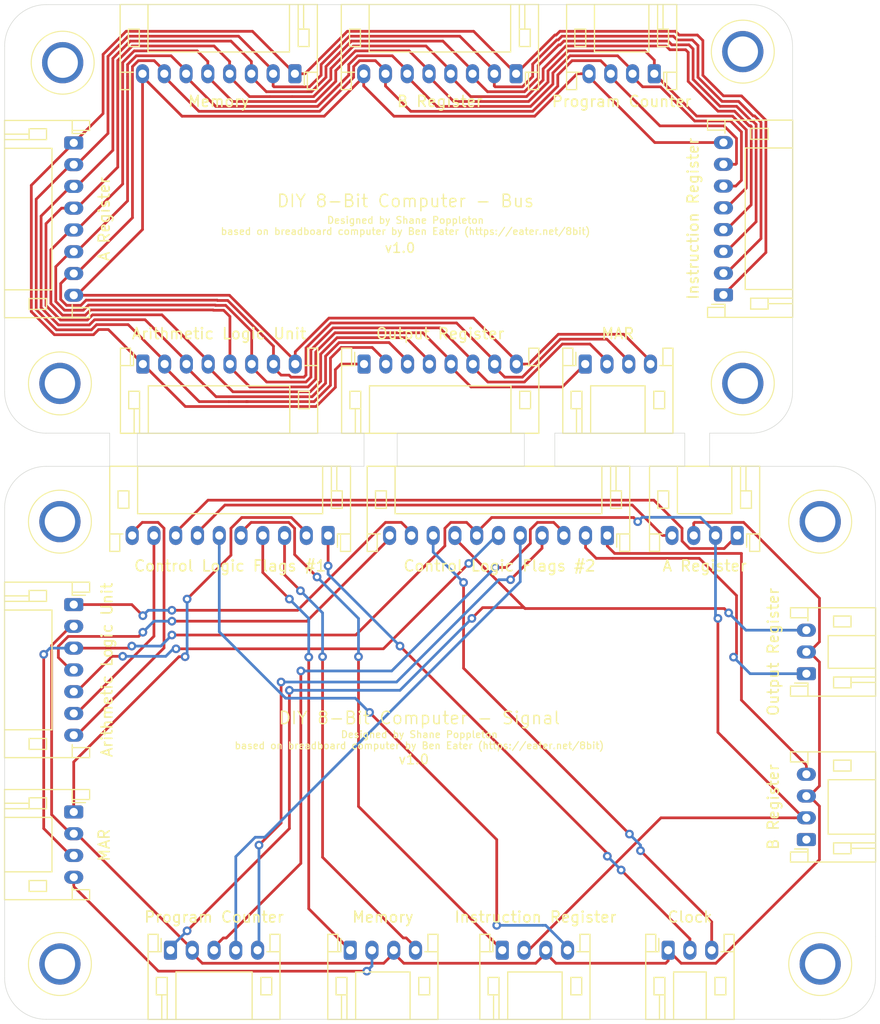
<source format=kicad_pcb>
(kicad_pcb (version 20171130) (host pcbnew "(5.1.2-1)-1")

  (general
    (thickness 1.6)
    (drawings 40)
    (tracks 708)
    (zones 0)
    (modules 27)
    (nets 33)
  )

  (page A4)
  (layers
    (0 F.Cu signal)
    (31 B.Cu signal)
    (32 B.Adhes user)
    (33 F.Adhes user)
    (34 B.Paste user)
    (35 F.Paste user)
    (36 B.SilkS user)
    (37 F.SilkS user)
    (38 B.Mask user)
    (39 F.Mask user)
    (40 Dwgs.User user)
    (41 Cmts.User user)
    (42 Eco1.User user)
    (43 Eco2.User user)
    (44 Edge.Cuts user)
    (45 Margin user)
    (46 B.CrtYd user)
    (47 F.CrtYd user)
    (48 B.Fab user)
    (49 F.Fab user)
  )

  (setup
    (last_trace_width 0.25)
    (trace_clearance 0.2)
    (zone_clearance 0.508)
    (zone_45_only no)
    (trace_min 0.2)
    (via_size 0.8)
    (via_drill 0.4)
    (via_min_size 0.4)
    (via_min_drill 0.3)
    (uvia_size 0.3)
    (uvia_drill 0.1)
    (uvias_allowed no)
    (uvia_min_size 0.2)
    (uvia_min_drill 0.1)
    (edge_width 0.05)
    (segment_width 0.2)
    (pcb_text_width 0.3)
    (pcb_text_size 1.5 1.5)
    (mod_edge_width 0.12)
    (mod_text_size 1 1)
    (mod_text_width 0.15)
    (pad_size 1.524 1.524)
    (pad_drill 0.762)
    (pad_to_mask_clearance 0.051)
    (solder_mask_min_width 0.25)
    (aux_axis_origin 0 0)
    (visible_elements FFFFFF7F)
    (pcbplotparams
      (layerselection 0x010fc_ffffffff)
      (usegerberextensions false)
      (usegerberattributes false)
      (usegerberadvancedattributes false)
      (creategerberjobfile false)
      (excludeedgelayer true)
      (linewidth 0.100000)
      (plotframeref false)
      (viasonmask false)
      (mode 1)
      (useauxorigin false)
      (hpglpennumber 1)
      (hpglpenspeed 20)
      (hpglpendiameter 15.000000)
      (psnegative false)
      (psa4output false)
      (plotreference true)
      (plotvalue true)
      (plotinvisibletext false)
      (padsonsilk false)
      (subtractmaskfromsilk false)
      (outputformat 1)
      (mirror false)
      (drillshape 0)
      (scaleselection 1)
      (outputdirectory "gerbers/"))
  )

  (net 0 "")
  (net 1 CLK)
  (net 2 HLT)
  (net 3 ~CLK~)
  (net 4 BUS_7)
  (net 5 BUS_6)
  (net 6 BUS_5)
  (net 7 BUS_4)
  (net 8 BUS_3)
  (net 9 BUS_2)
  (net 10 BUS_1)
  (net 11 BUS_0)
  (net 12 ~CLR~)
  (net 13 OI)
  (net 14 ~IO~)
  (net 15 CLR)
  (net 16 ~AO~)
  (net 17 ~AI~)
  (net 18 PROG)
  (net 19 ~MI~)
  (net 20 ~BI~)
  (net 21 ~BO~)
  (net 22 RI)
  (net 23 ~RO~)
  (net 24 CE)
  (net 25 ~CO~)
  (net 26 SU)
  (net 27 ~EO~)
  (net 28 ~II~)
  (net 29 ~FI~)
  (net 30 ~J~)
  (net 31 ZF)
  (net 32 CF)

  (net_class Default "This is the default net class."
    (clearance 0.2)
    (trace_width 0.25)
    (via_dia 0.8)
    (via_drill 0.4)
    (uvia_dia 0.3)
    (uvia_drill 0.1)
    (add_net BUS_0)
    (add_net BUS_1)
    (add_net BUS_2)
    (add_net BUS_3)
    (add_net BUS_4)
    (add_net BUS_5)
    (add_net BUS_6)
    (add_net BUS_7)
    (add_net CE)
    (add_net CF)
    (add_net CLK)
    (add_net CLR)
    (add_net HLT)
    (add_net OI)
    (add_net PROG)
    (add_net RI)
    (add_net SU)
    (add_net ZF)
    (add_net ~AI~)
    (add_net ~AO~)
    (add_net ~BI~)
    (add_net ~BO~)
    (add_net ~CLK~)
    (add_net ~CLR~)
    (add_net ~CO~)
    (add_net ~EO~)
    (add_net ~FI~)
    (add_net ~II~)
    (add_net ~IO~)
    (add_net ~J~)
    (add_net ~MI~)
    (add_net ~RO~)
  )

  (module Connector_JST:JST_PH_S11B-PH-K_1x11_P2.00mm_Horizontal (layer F.Cu) (tedit 5B7745C6) (tstamp 5D63D9EB)
    (at 151.13 92.202 180)
    (descr "JST PH series connector, S11B-PH-K (http://www.jst-mfg.com/product/pdf/eng/ePH.pdf), generated with kicad-footprint-generator")
    (tags "connector JST PH top entry")
    (path /5D6F068B)
    (fp_text reference J9 (at 10 -2.55) (layer F.SilkS) hide
      (effects (font (size 1 1) (thickness 0.15)))
    )
    (fp_text value "Control Logic Flags #2" (at 9.906 -2.794) (layer F.SilkS)
      (effects (font (size 1 1) (thickness 0.15)))
    )
    (fp_text user %R (at 10 2.5) (layer F.Fab)
      (effects (font (size 1 1) (thickness 0.15)))
    )
    (fp_line (start 0.5 1.375) (end 0 0.875) (layer F.Fab) (width 0.1))
    (fp_line (start -0.5 1.375) (end 0.5 1.375) (layer F.Fab) (width 0.1))
    (fp_line (start 0 0.875) (end -0.5 1.375) (layer F.Fab) (width 0.1))
    (fp_line (start -0.86 0.14) (end -0.86 -1.075) (layer F.SilkS) (width 0.12))
    (fp_line (start 21.25 0.25) (end -1.25 0.25) (layer F.Fab) (width 0.1))
    (fp_line (start 21.25 -1.35) (end 21.25 0.25) (layer F.Fab) (width 0.1))
    (fp_line (start 21.95 -1.35) (end 21.25 -1.35) (layer F.Fab) (width 0.1))
    (fp_line (start 21.95 6.25) (end 21.95 -1.35) (layer F.Fab) (width 0.1))
    (fp_line (start -1.95 6.25) (end 21.95 6.25) (layer F.Fab) (width 0.1))
    (fp_line (start -1.95 -1.35) (end -1.95 6.25) (layer F.Fab) (width 0.1))
    (fp_line (start -1.25 -1.35) (end -1.95 -1.35) (layer F.Fab) (width 0.1))
    (fp_line (start -1.25 0.25) (end -1.25 -1.35) (layer F.Fab) (width 0.1))
    (fp_line (start 22.45 -1.85) (end -2.45 -1.85) (layer F.CrtYd) (width 0.05))
    (fp_line (start 22.45 6.75) (end 22.45 -1.85) (layer F.CrtYd) (width 0.05))
    (fp_line (start -2.45 6.75) (end 22.45 6.75) (layer F.CrtYd) (width 0.05))
    (fp_line (start -2.45 -1.85) (end -2.45 6.75) (layer F.CrtYd) (width 0.05))
    (fp_line (start -0.8 4.1) (end -0.8 6.36) (layer F.SilkS) (width 0.12))
    (fp_line (start -0.3 4.1) (end -0.3 6.36) (layer F.SilkS) (width 0.12))
    (fp_line (start 20.3 2.5) (end 21.3 2.5) (layer F.SilkS) (width 0.12))
    (fp_line (start 20.3 4.1) (end 20.3 2.5) (layer F.SilkS) (width 0.12))
    (fp_line (start 21.3 4.1) (end 20.3 4.1) (layer F.SilkS) (width 0.12))
    (fp_line (start 21.3 2.5) (end 21.3 4.1) (layer F.SilkS) (width 0.12))
    (fp_line (start -0.3 2.5) (end -1.3 2.5) (layer F.SilkS) (width 0.12))
    (fp_line (start -0.3 4.1) (end -0.3 2.5) (layer F.SilkS) (width 0.12))
    (fp_line (start -1.3 4.1) (end -0.3 4.1) (layer F.SilkS) (width 0.12))
    (fp_line (start -1.3 2.5) (end -1.3 4.1) (layer F.SilkS) (width 0.12))
    (fp_line (start 22.06 0.14) (end 21.14 0.14) (layer F.SilkS) (width 0.12))
    (fp_line (start -2.06 0.14) (end -1.14 0.14) (layer F.SilkS) (width 0.12))
    (fp_line (start 19.5 2) (end 19.5 6.36) (layer F.SilkS) (width 0.12))
    (fp_line (start 0.5 2) (end 19.5 2) (layer F.SilkS) (width 0.12))
    (fp_line (start 0.5 6.36) (end 0.5 2) (layer F.SilkS) (width 0.12))
    (fp_line (start 21.14 0.14) (end 20.86 0.14) (layer F.SilkS) (width 0.12))
    (fp_line (start 21.14 -1.46) (end 21.14 0.14) (layer F.SilkS) (width 0.12))
    (fp_line (start 22.06 -1.46) (end 21.14 -1.46) (layer F.SilkS) (width 0.12))
    (fp_line (start 22.06 6.36) (end 22.06 -1.46) (layer F.SilkS) (width 0.12))
    (fp_line (start -2.06 6.36) (end 22.06 6.36) (layer F.SilkS) (width 0.12))
    (fp_line (start -2.06 -1.46) (end -2.06 6.36) (layer F.SilkS) (width 0.12))
    (fp_line (start -1.14 -1.46) (end -2.06 -1.46) (layer F.SilkS) (width 0.12))
    (fp_line (start -1.14 0.14) (end -1.14 -1.46) (layer F.SilkS) (width 0.12))
    (fp_line (start -0.86 0.14) (end -1.14 0.14) (layer F.SilkS) (width 0.12))
    (pad 11 thru_hole oval (at 20 0 180) (size 1.2 1.75) (drill 0.75) (layers *.Cu *.Mask)
      (net 31 ZF))
    (pad 10 thru_hole oval (at 18 0 180) (size 1.2 1.75) (drill 0.75) (layers *.Cu *.Mask)
      (net 32 CF))
    (pad 9 thru_hole oval (at 16 0 180) (size 1.2 1.75) (drill 0.75) (layers *.Cu *.Mask)
      (net 3 ~CLK~))
    (pad 8 thru_hole oval (at 14 0 180) (size 1.2 1.75) (drill 0.75) (layers *.Cu *.Mask)
      (net 12 ~CLR~))
    (pad 7 thru_hole oval (at 12 0 180) (size 1.2 1.75) (drill 0.75) (layers *.Cu *.Mask)
      (net 15 CLR))
    (pad 6 thru_hole oval (at 10 0 180) (size 1.2 1.75) (drill 0.75) (layers *.Cu *.Mask)
      (net 29 ~FI~))
    (pad 5 thru_hole oval (at 8 0 180) (size 1.2 1.75) (drill 0.75) (layers *.Cu *.Mask)
      (net 30 ~J~))
    (pad 4 thru_hole oval (at 6 0 180) (size 1.2 1.75) (drill 0.75) (layers *.Cu *.Mask)
      (net 25 ~CO~))
    (pad 3 thru_hole oval (at 4 0 180) (size 1.2 1.75) (drill 0.75) (layers *.Cu *.Mask)
      (net 24 CE))
    (pad 2 thru_hole oval (at 2 0 180) (size 1.2 1.75) (drill 0.75) (layers *.Cu *.Mask)
      (net 13 OI))
    (pad 1 thru_hole roundrect (at 0 0 180) (size 1.2 1.75) (drill 0.75) (layers *.Cu *.Mask) (roundrect_rratio 0.208333)
      (net 20 ~BI~))
    (model ${KISYS3DMOD}/Connector_JST.3dshapes/JST_PH_S11B-PH-K_1x11_P2.00mm_Horizontal.wrl
      (at (xyz 0 0 0))
      (scale (xyz 1 1 1))
      (rotate (xyz 0 0 0))
    )
  )

  (module Digikey:Test-Point-Pin_Drill2.79mm (layer F.Cu) (tedit 5A9468D0) (tstamp 5D63D9A4)
    (at 100.838 78.232)
    (fp_text reference REF** (at 0 -3.98) (layer F.SilkS) hide
      (effects (font (size 1 1) (thickness 0.15)))
    )
    (fp_text value Test-Point-Pin_Drill2.79mm (at 0 4.05) (layer F.Fab) hide
      (effects (font (size 1 1) (thickness 0.15)))
    )
    (fp_text user %R (at 0 -0.01) (layer F.Fab)
      (effects (font (size 0.5 0.5) (thickness 0.05)))
    )
    (fp_circle (center 0 0) (end 3.04 0) (layer F.CrtYd) (width 0.05))
    (fp_circle (center 0 0) (end 2.89 -0.01) (layer F.SilkS) (width 0.1))
    (fp_circle (center 0 0) (end 2.79 0) (layer F.Fab) (width 0.1))
    (pad 1 thru_hole circle (at 0 0) (size 3.79 3.79) (drill 2.79) (layers *.Cu *.Mask))
  )

  (module Digikey:Test-Point-Pin_Drill2.79mm (layer F.Cu) (tedit 5A9468D0) (tstamp 5D63D98C)
    (at 163.576 78.232)
    (fp_text reference REF** (at 0 -3.98) (layer F.SilkS) hide
      (effects (font (size 1 1) (thickness 0.15)))
    )
    (fp_text value Test-Point-Pin_Drill2.79mm (at 0 4.05) (layer F.Fab) hide
      (effects (font (size 1 1) (thickness 0.15)))
    )
    (fp_text user %R (at 0 -0.01) (layer F.Fab)
      (effects (font (size 0.5 0.5) (thickness 0.05)))
    )
    (fp_circle (center 0 0) (end 3.04 0) (layer F.CrtYd) (width 0.05))
    (fp_circle (center 0 0) (end 2.89 -0.01) (layer F.SilkS) (width 0.1))
    (fp_circle (center 0 0) (end 2.79 0) (layer F.Fab) (width 0.1))
    (pad 1 thru_hole circle (at 0 0) (size 3.79 3.79) (drill 2.79) (layers *.Cu *.Mask))
  )

  (module Digikey:Test-Point-Pin_Drill2.79mm (layer F.Cu) (tedit 5A9468D0) (tstamp 5D63D974)
    (at 170.688 131.572)
    (fp_text reference REF** (at 0 -3.98) (layer F.SilkS) hide
      (effects (font (size 1 1) (thickness 0.15)))
    )
    (fp_text value Test-Point-Pin_Drill2.79mm (at 0 4.05) (layer F.Fab) hide
      (effects (font (size 1 1) (thickness 0.15)))
    )
    (fp_circle (center 0 0) (end 2.79 0) (layer F.Fab) (width 0.1))
    (fp_circle (center 0 0) (end 2.89 -0.01) (layer F.SilkS) (width 0.1))
    (fp_circle (center 0 0) (end 3.04 0) (layer F.CrtYd) (width 0.05))
    (fp_text user %R (at 0 -0.01) (layer F.Fab)
      (effects (font (size 0.5 0.5) (thickness 0.05)))
    )
    (pad 1 thru_hole circle (at 0 0) (size 3.79 3.79) (drill 2.79) (layers *.Cu *.Mask))
  )

  (module Digikey:Test-Point-Pin_Drill2.79mm (layer F.Cu) (tedit 5A9468D0) (tstamp 5D63D95C)
    (at 100.838 131.572)
    (fp_text reference REF** (at 0 -3.98) (layer F.SilkS) hide
      (effects (font (size 1 1) (thickness 0.15)))
    )
    (fp_text value Test-Point-Pin_Drill2.79mm (at 0 4.05) (layer F.Fab) hide
      (effects (font (size 1 1) (thickness 0.15)))
    )
    (fp_circle (center 0 0) (end 2.79 0) (layer F.Fab) (width 0.1))
    (fp_circle (center 0 0) (end 2.89 -0.01) (layer F.SilkS) (width 0.1))
    (fp_circle (center 0 0) (end 3.04 0) (layer F.CrtYd) (width 0.05))
    (fp_text user %R (at 0 -0.01) (layer F.Fab)
      (effects (font (size 0.5 0.5) (thickness 0.05)))
    )
    (pad 1 thru_hole circle (at 0 0) (size 3.79 3.79) (drill 2.79) (layers *.Cu *.Mask))
  )

  (module Digikey:Test-Point-Pin_Drill2.79mm (layer F.Cu) (tedit 5A9468D0) (tstamp 5D63D8B7)
    (at 170.688 90.932)
    (fp_text reference REF** (at 0 -3.98) (layer F.SilkS) hide
      (effects (font (size 1 1) (thickness 0.15)))
    )
    (fp_text value Test-Point-Pin_Drill2.79mm (at 0 4.05) (layer F.Fab) hide
      (effects (font (size 1 1) (thickness 0.15)))
    )
    (fp_circle (center 0 0) (end 2.79 0) (layer F.Fab) (width 0.1))
    (fp_circle (center 0 0) (end 2.89 -0.01) (layer F.SilkS) (width 0.1))
    (fp_circle (center 0 0) (end 3.04 0) (layer F.CrtYd) (width 0.05))
    (fp_text user %R (at 0 -0.01) (layer F.Fab)
      (effects (font (size 0.5 0.5) (thickness 0.05)))
    )
    (pad 1 thru_hole circle (at 0 0) (size 3.79 3.79) (drill 2.79) (layers *.Cu *.Mask))
  )

  (module Digikey:Test-Point-Pin_Drill2.79mm (layer F.Cu) (tedit 5A9468D0) (tstamp 5D63D89F)
    (at 100.838 90.932)
    (fp_text reference REF** (at 0 -3.98) (layer F.SilkS) hide
      (effects (font (size 1 1) (thickness 0.15)))
    )
    (fp_text value Test-Point-Pin_Drill2.79mm (at 0 4.05) (layer F.Fab) hide
      (effects (font (size 1 1) (thickness 0.15)))
    )
    (fp_circle (center 0 0) (end 2.79 0) (layer F.Fab) (width 0.1))
    (fp_circle (center 0 0) (end 2.89 -0.01) (layer F.SilkS) (width 0.1))
    (fp_circle (center 0 0) (end 3.04 0) (layer F.CrtYd) (width 0.05))
    (fp_text user %R (at 0 -0.01) (layer F.Fab)
      (effects (font (size 0.5 0.5) (thickness 0.05)))
    )
    (pad 1 thru_hole circle (at 0 0) (size 3.79 3.79) (drill 2.79) (layers *.Cu *.Mask))
  )

  (module Digikey:Test-Point-Pin_Drill2.79mm (layer F.Cu) (tedit 5A9468D0) (tstamp 5D63D887)
    (at 101.092 48.768)
    (fp_text reference REF** (at 0 -3.98) (layer F.SilkS) hide
      (effects (font (size 1 1) (thickness 0.15)))
    )
    (fp_text value Test-Point-Pin_Drill2.79mm (at 0 4.05) (layer F.Fab) hide
      (effects (font (size 1 1) (thickness 0.15)))
    )
    (fp_text user %R (at 0 -0.01) (layer F.Fab)
      (effects (font (size 0.5 0.5) (thickness 0.05)))
    )
    (fp_circle (center 0 0) (end 3.04 0) (layer F.CrtYd) (width 0.05))
    (fp_circle (center 0 0) (end 2.89 -0.01) (layer F.SilkS) (width 0.1))
    (fp_circle (center 0 0) (end 2.79 0) (layer F.Fab) (width 0.1))
    (pad 1 thru_hole circle (at 0 0) (size 3.79 3.79) (drill 2.79) (layers *.Cu *.Mask))
  )

  (module Digikey:Test-Point-Pin_Drill2.79mm (layer F.Cu) (tedit 5A9468D0) (tstamp 5D63D86F)
    (at 163.576 47.752)
    (fp_text reference REF** (at 0 -3.98) (layer F.SilkS) hide
      (effects (font (size 1 1) (thickness 0.15)))
    )
    (fp_text value Test-Point-Pin_Drill2.79mm (at 0 4.05) (layer F.Fab) hide
      (effects (font (size 1 1) (thickness 0.15)))
    )
    (fp_circle (center 0 0) (end 2.79 0) (layer F.Fab) (width 0.1))
    (fp_circle (center 0 0) (end 2.89 -0.01) (layer F.SilkS) (width 0.1))
    (fp_circle (center 0 0) (end 3.04 0) (layer F.CrtYd) (width 0.05))
    (fp_text user %R (at 0 -0.01) (layer F.Fab)
      (effects (font (size 0.5 0.5) (thickness 0.05)))
    )
    (pad 1 thru_hole circle (at 0 0) (size 3.79 3.79) (drill 2.79) (layers *.Cu *.Mask))
  )

  (module Connector_JST:JST_PH_S8B-PH-K_1x08_P2.00mm_Horizontal (layer F.Cu) (tedit 5B7745C6) (tstamp 5D63D7FF)
    (at 108.458 76.454)
    (descr "JST PH series connector, S8B-PH-K (http://www.jst-mfg.com/product/pdf/eng/ePH.pdf), generated with kicad-footprint-generator")
    (tags "connector JST PH top entry")
    (path /5D68D3FA)
    (fp_text reference J31 (at 7 -2.55) (layer F.SilkS) hide
      (effects (font (size 1 1) (thickness 0.15)))
    )
    (fp_text value "Arithmetic Logic Unit" (at 7 -2.794) (layer F.SilkS)
      (effects (font (size 1 1) (thickness 0.15)))
    )
    (fp_text user %R (at 7 2.5) (layer F.Fab)
      (effects (font (size 1 1) (thickness 0.15)))
    )
    (fp_line (start 0.5 1.375) (end 0 0.875) (layer F.Fab) (width 0.1))
    (fp_line (start -0.5 1.375) (end 0.5 1.375) (layer F.Fab) (width 0.1))
    (fp_line (start 0 0.875) (end -0.5 1.375) (layer F.Fab) (width 0.1))
    (fp_line (start -0.86 0.14) (end -0.86 -1.075) (layer F.SilkS) (width 0.12))
    (fp_line (start 15.25 0.25) (end -1.25 0.25) (layer F.Fab) (width 0.1))
    (fp_line (start 15.25 -1.35) (end 15.25 0.25) (layer F.Fab) (width 0.1))
    (fp_line (start 15.95 -1.35) (end 15.25 -1.35) (layer F.Fab) (width 0.1))
    (fp_line (start 15.95 6.25) (end 15.95 -1.35) (layer F.Fab) (width 0.1))
    (fp_line (start -1.95 6.25) (end 15.95 6.25) (layer F.Fab) (width 0.1))
    (fp_line (start -1.95 -1.35) (end -1.95 6.25) (layer F.Fab) (width 0.1))
    (fp_line (start -1.25 -1.35) (end -1.95 -1.35) (layer F.Fab) (width 0.1))
    (fp_line (start -1.25 0.25) (end -1.25 -1.35) (layer F.Fab) (width 0.1))
    (fp_line (start 16.45 -1.85) (end -2.45 -1.85) (layer F.CrtYd) (width 0.05))
    (fp_line (start 16.45 6.75) (end 16.45 -1.85) (layer F.CrtYd) (width 0.05))
    (fp_line (start -2.45 6.75) (end 16.45 6.75) (layer F.CrtYd) (width 0.05))
    (fp_line (start -2.45 -1.85) (end -2.45 6.75) (layer F.CrtYd) (width 0.05))
    (fp_line (start -0.8 4.1) (end -0.8 6.36) (layer F.SilkS) (width 0.12))
    (fp_line (start -0.3 4.1) (end -0.3 6.36) (layer F.SilkS) (width 0.12))
    (fp_line (start 14.3 2.5) (end 15.3 2.5) (layer F.SilkS) (width 0.12))
    (fp_line (start 14.3 4.1) (end 14.3 2.5) (layer F.SilkS) (width 0.12))
    (fp_line (start 15.3 4.1) (end 14.3 4.1) (layer F.SilkS) (width 0.12))
    (fp_line (start 15.3 2.5) (end 15.3 4.1) (layer F.SilkS) (width 0.12))
    (fp_line (start -0.3 2.5) (end -1.3 2.5) (layer F.SilkS) (width 0.12))
    (fp_line (start -0.3 4.1) (end -0.3 2.5) (layer F.SilkS) (width 0.12))
    (fp_line (start -1.3 4.1) (end -0.3 4.1) (layer F.SilkS) (width 0.12))
    (fp_line (start -1.3 2.5) (end -1.3 4.1) (layer F.SilkS) (width 0.12))
    (fp_line (start 16.06 0.14) (end 15.14 0.14) (layer F.SilkS) (width 0.12))
    (fp_line (start -2.06 0.14) (end -1.14 0.14) (layer F.SilkS) (width 0.12))
    (fp_line (start 13.5 2) (end 13.5 6.36) (layer F.SilkS) (width 0.12))
    (fp_line (start 0.5 2) (end 13.5 2) (layer F.SilkS) (width 0.12))
    (fp_line (start 0.5 6.36) (end 0.5 2) (layer F.SilkS) (width 0.12))
    (fp_line (start 15.14 0.14) (end 14.86 0.14) (layer F.SilkS) (width 0.12))
    (fp_line (start 15.14 -1.46) (end 15.14 0.14) (layer F.SilkS) (width 0.12))
    (fp_line (start 16.06 -1.46) (end 15.14 -1.46) (layer F.SilkS) (width 0.12))
    (fp_line (start 16.06 6.36) (end 16.06 -1.46) (layer F.SilkS) (width 0.12))
    (fp_line (start -2.06 6.36) (end 16.06 6.36) (layer F.SilkS) (width 0.12))
    (fp_line (start -2.06 -1.46) (end -2.06 6.36) (layer F.SilkS) (width 0.12))
    (fp_line (start -1.14 -1.46) (end -2.06 -1.46) (layer F.SilkS) (width 0.12))
    (fp_line (start -1.14 0.14) (end -1.14 -1.46) (layer F.SilkS) (width 0.12))
    (fp_line (start -0.86 0.14) (end -1.14 0.14) (layer F.SilkS) (width 0.12))
    (pad 8 thru_hole oval (at 14 0) (size 1.2 1.75) (drill 0.75) (layers *.Cu *.Mask)
      (net 11 BUS_0))
    (pad 7 thru_hole oval (at 12 0) (size 1.2 1.75) (drill 0.75) (layers *.Cu *.Mask)
      (net 10 BUS_1))
    (pad 6 thru_hole oval (at 10 0) (size 1.2 1.75) (drill 0.75) (layers *.Cu *.Mask)
      (net 9 BUS_2))
    (pad 5 thru_hole oval (at 8 0) (size 1.2 1.75) (drill 0.75) (layers *.Cu *.Mask)
      (net 8 BUS_3))
    (pad 4 thru_hole oval (at 6 0) (size 1.2 1.75) (drill 0.75) (layers *.Cu *.Mask)
      (net 7 BUS_4))
    (pad 3 thru_hole oval (at 4 0) (size 1.2 1.75) (drill 0.75) (layers *.Cu *.Mask)
      (net 6 BUS_5))
    (pad 2 thru_hole oval (at 2 0) (size 1.2 1.75) (drill 0.75) (layers *.Cu *.Mask)
      (net 5 BUS_6))
    (pad 1 thru_hole roundrect (at 0 0) (size 1.2 1.75) (drill 0.75) (layers *.Cu *.Mask) (roundrect_rratio 0.208333)
      (net 4 BUS_7))
    (model ${KISYS3DMOD}/Connector_JST.3dshapes/JST_PH_S8B-PH-K_1x08_P2.00mm_Horizontal.wrl
      (at (xyz 0 0 0))
      (scale (xyz 1 1 1))
      (rotate (xyz 0 0 0))
    )
  )

  (module Connector_JST:JST_PH_S7B-PH-K_1x07_P2.00mm_Horizontal (layer F.Cu) (tedit 5B7745C6) (tstamp 5D63D765)
    (at 102.108 98.552 270)
    (descr "JST PH series connector, S7B-PH-K (http://www.jst-mfg.com/product/pdf/eng/ePH.pdf), generated with kicad-footprint-generator")
    (tags "connector JST PH top entry")
    (path /5D693FF3)
    (fp_text reference J30 (at 6 -2.55 90) (layer F.SilkS) hide
      (effects (font (size 1 1) (thickness 0.15)))
    )
    (fp_text value "Arithmetic Logic Unit" (at 6 -3.048 90) (layer F.SilkS)
      (effects (font (size 1 1) (thickness 0.15)))
    )
    (fp_text user %R (at 6 2.5 90) (layer F.Fab)
      (effects (font (size 1 1) (thickness 0.15)))
    )
    (fp_line (start 0.5 1.375) (end 0 0.875) (layer F.Fab) (width 0.1))
    (fp_line (start -0.5 1.375) (end 0.5 1.375) (layer F.Fab) (width 0.1))
    (fp_line (start 0 0.875) (end -0.5 1.375) (layer F.Fab) (width 0.1))
    (fp_line (start -0.86 0.14) (end -0.86 -1.075) (layer F.SilkS) (width 0.12))
    (fp_line (start 13.25 0.25) (end -1.25 0.25) (layer F.Fab) (width 0.1))
    (fp_line (start 13.25 -1.35) (end 13.25 0.25) (layer F.Fab) (width 0.1))
    (fp_line (start 13.95 -1.35) (end 13.25 -1.35) (layer F.Fab) (width 0.1))
    (fp_line (start 13.95 6.25) (end 13.95 -1.35) (layer F.Fab) (width 0.1))
    (fp_line (start -1.95 6.25) (end 13.95 6.25) (layer F.Fab) (width 0.1))
    (fp_line (start -1.95 -1.35) (end -1.95 6.25) (layer F.Fab) (width 0.1))
    (fp_line (start -1.25 -1.35) (end -1.95 -1.35) (layer F.Fab) (width 0.1))
    (fp_line (start -1.25 0.25) (end -1.25 -1.35) (layer F.Fab) (width 0.1))
    (fp_line (start 14.45 -1.85) (end -2.45 -1.85) (layer F.CrtYd) (width 0.05))
    (fp_line (start 14.45 6.75) (end 14.45 -1.85) (layer F.CrtYd) (width 0.05))
    (fp_line (start -2.45 6.75) (end 14.45 6.75) (layer F.CrtYd) (width 0.05))
    (fp_line (start -2.45 -1.85) (end -2.45 6.75) (layer F.CrtYd) (width 0.05))
    (fp_line (start -0.8 4.1) (end -0.8 6.36) (layer F.SilkS) (width 0.12))
    (fp_line (start -0.3 4.1) (end -0.3 6.36) (layer F.SilkS) (width 0.12))
    (fp_line (start 12.3 2.5) (end 13.3 2.5) (layer F.SilkS) (width 0.12))
    (fp_line (start 12.3 4.1) (end 12.3 2.5) (layer F.SilkS) (width 0.12))
    (fp_line (start 13.3 4.1) (end 12.3 4.1) (layer F.SilkS) (width 0.12))
    (fp_line (start 13.3 2.5) (end 13.3 4.1) (layer F.SilkS) (width 0.12))
    (fp_line (start -0.3 2.5) (end -1.3 2.5) (layer F.SilkS) (width 0.12))
    (fp_line (start -0.3 4.1) (end -0.3 2.5) (layer F.SilkS) (width 0.12))
    (fp_line (start -1.3 4.1) (end -0.3 4.1) (layer F.SilkS) (width 0.12))
    (fp_line (start -1.3 2.5) (end -1.3 4.1) (layer F.SilkS) (width 0.12))
    (fp_line (start 14.06 0.14) (end 13.14 0.14) (layer F.SilkS) (width 0.12))
    (fp_line (start -2.06 0.14) (end -1.14 0.14) (layer F.SilkS) (width 0.12))
    (fp_line (start 11.5 2) (end 11.5 6.36) (layer F.SilkS) (width 0.12))
    (fp_line (start 0.5 2) (end 11.5 2) (layer F.SilkS) (width 0.12))
    (fp_line (start 0.5 6.36) (end 0.5 2) (layer F.SilkS) (width 0.12))
    (fp_line (start 13.14 0.14) (end 12.86 0.14) (layer F.SilkS) (width 0.12))
    (fp_line (start 13.14 -1.46) (end 13.14 0.14) (layer F.SilkS) (width 0.12))
    (fp_line (start 14.06 -1.46) (end 13.14 -1.46) (layer F.SilkS) (width 0.12))
    (fp_line (start 14.06 6.36) (end 14.06 -1.46) (layer F.SilkS) (width 0.12))
    (fp_line (start -2.06 6.36) (end 14.06 6.36) (layer F.SilkS) (width 0.12))
    (fp_line (start -2.06 -1.46) (end -2.06 6.36) (layer F.SilkS) (width 0.12))
    (fp_line (start -1.14 -1.46) (end -2.06 -1.46) (layer F.SilkS) (width 0.12))
    (fp_line (start -1.14 0.14) (end -1.14 -1.46) (layer F.SilkS) (width 0.12))
    (fp_line (start -0.86 0.14) (end -1.14 0.14) (layer F.SilkS) (width 0.12))
    (pad 7 thru_hole oval (at 12 0 270) (size 1.2 1.75) (drill 0.75) (layers *.Cu *.Mask)
      (net 26 SU))
    (pad 6 thru_hole oval (at 10 0 270) (size 1.2 1.75) (drill 0.75) (layers *.Cu *.Mask)
      (net 27 ~EO~))
    (pad 5 thru_hole oval (at 8 0 270) (size 1.2 1.75) (drill 0.75) (layers *.Cu *.Mask)
      (net 29 ~FI~))
    (pad 4 thru_hole oval (at 6 0 270) (size 1.2 1.75) (drill 0.75) (layers *.Cu *.Mask)
      (net 31 ZF))
    (pad 3 thru_hole oval (at 4 0 270) (size 1.2 1.75) (drill 0.75) (layers *.Cu *.Mask)
      (net 15 CLR))
    (pad 2 thru_hole oval (at 2 0 270) (size 1.2 1.75) (drill 0.75) (layers *.Cu *.Mask)
      (net 1 CLK))
    (pad 1 thru_hole roundrect (at 0 0 270) (size 1.2 1.75) (drill 0.75) (layers *.Cu *.Mask) (roundrect_rratio 0.208333)
      (net 32 CF))
    (model ${KISYS3DMOD}/Connector_JST.3dshapes/JST_PH_S7B-PH-K_1x07_P2.00mm_Horizontal.wrl
      (at (xyz 0 0 0))
      (scale (xyz 1 1 1))
      (rotate (xyz 0 0 0))
    )
  )

  (module Connector_JST:JST_PH_S10B-PH-K_1x10_P2.00mm_Horizontal (layer F.Cu) (tedit 5B7745C6) (tstamp 5D63CF6D)
    (at 125.476 92.202 180)
    (descr "JST PH series connector, S10B-PH-K (http://www.jst-mfg.com/product/pdf/eng/ePH.pdf), generated with kicad-footprint-generator")
    (tags "connector JST PH top entry")
    (path /5D6B0117)
    (fp_text reference J2 (at 9 -2.55) (layer F.SilkS) hide
      (effects (font (size 1 1) (thickness 0.15)))
    )
    (fp_text value "Control Logic Flags #1" (at 9 -2.794) (layer F.SilkS)
      (effects (font (size 1 1) (thickness 0.15)))
    )
    (fp_text user %R (at 9 2.5) (layer F.Fab)
      (effects (font (size 1 1) (thickness 0.15)))
    )
    (fp_line (start 0.5 1.375) (end 0 0.875) (layer F.Fab) (width 0.1))
    (fp_line (start -0.5 1.375) (end 0.5 1.375) (layer F.Fab) (width 0.1))
    (fp_line (start 0 0.875) (end -0.5 1.375) (layer F.Fab) (width 0.1))
    (fp_line (start -0.86 0.14) (end -0.86 -1.075) (layer F.SilkS) (width 0.12))
    (fp_line (start 19.25 0.25) (end -1.25 0.25) (layer F.Fab) (width 0.1))
    (fp_line (start 19.25 -1.35) (end 19.25 0.25) (layer F.Fab) (width 0.1))
    (fp_line (start 19.95 -1.35) (end 19.25 -1.35) (layer F.Fab) (width 0.1))
    (fp_line (start 19.95 6.25) (end 19.95 -1.35) (layer F.Fab) (width 0.1))
    (fp_line (start -1.95 6.25) (end 19.95 6.25) (layer F.Fab) (width 0.1))
    (fp_line (start -1.95 -1.35) (end -1.95 6.25) (layer F.Fab) (width 0.1))
    (fp_line (start -1.25 -1.35) (end -1.95 -1.35) (layer F.Fab) (width 0.1))
    (fp_line (start -1.25 0.25) (end -1.25 -1.35) (layer F.Fab) (width 0.1))
    (fp_line (start 20.45 -1.85) (end -2.45 -1.85) (layer F.CrtYd) (width 0.05))
    (fp_line (start 20.45 6.75) (end 20.45 -1.85) (layer F.CrtYd) (width 0.05))
    (fp_line (start -2.45 6.75) (end 20.45 6.75) (layer F.CrtYd) (width 0.05))
    (fp_line (start -2.45 -1.85) (end -2.45 6.75) (layer F.CrtYd) (width 0.05))
    (fp_line (start -0.8 4.1) (end -0.8 6.36) (layer F.SilkS) (width 0.12))
    (fp_line (start -0.3 4.1) (end -0.3 6.36) (layer F.SilkS) (width 0.12))
    (fp_line (start 18.3 2.5) (end 19.3 2.5) (layer F.SilkS) (width 0.12))
    (fp_line (start 18.3 4.1) (end 18.3 2.5) (layer F.SilkS) (width 0.12))
    (fp_line (start 19.3 4.1) (end 18.3 4.1) (layer F.SilkS) (width 0.12))
    (fp_line (start 19.3 2.5) (end 19.3 4.1) (layer F.SilkS) (width 0.12))
    (fp_line (start -0.3 2.5) (end -1.3 2.5) (layer F.SilkS) (width 0.12))
    (fp_line (start -0.3 4.1) (end -0.3 2.5) (layer F.SilkS) (width 0.12))
    (fp_line (start -1.3 4.1) (end -0.3 4.1) (layer F.SilkS) (width 0.12))
    (fp_line (start -1.3 2.5) (end -1.3 4.1) (layer F.SilkS) (width 0.12))
    (fp_line (start 20.06 0.14) (end 19.14 0.14) (layer F.SilkS) (width 0.12))
    (fp_line (start -2.06 0.14) (end -1.14 0.14) (layer F.SilkS) (width 0.12))
    (fp_line (start 17.5 2) (end 17.5 6.36) (layer F.SilkS) (width 0.12))
    (fp_line (start 0.5 2) (end 17.5 2) (layer F.SilkS) (width 0.12))
    (fp_line (start 0.5 6.36) (end 0.5 2) (layer F.SilkS) (width 0.12))
    (fp_line (start 19.14 0.14) (end 18.86 0.14) (layer F.SilkS) (width 0.12))
    (fp_line (start 19.14 -1.46) (end 19.14 0.14) (layer F.SilkS) (width 0.12))
    (fp_line (start 20.06 -1.46) (end 19.14 -1.46) (layer F.SilkS) (width 0.12))
    (fp_line (start 20.06 6.36) (end 20.06 -1.46) (layer F.SilkS) (width 0.12))
    (fp_line (start -2.06 6.36) (end 20.06 6.36) (layer F.SilkS) (width 0.12))
    (fp_line (start -2.06 -1.46) (end -2.06 6.36) (layer F.SilkS) (width 0.12))
    (fp_line (start -1.14 -1.46) (end -2.06 -1.46) (layer F.SilkS) (width 0.12))
    (fp_line (start -1.14 0.14) (end -1.14 -1.46) (layer F.SilkS) (width 0.12))
    (fp_line (start -0.86 0.14) (end -1.14 0.14) (layer F.SilkS) (width 0.12))
    (pad 10 thru_hole oval (at 18 0 180) (size 1.2 1.75) (drill 0.75) (layers *.Cu *.Mask)
      (net 26 SU))
    (pad 9 thru_hole oval (at 16 0 180) (size 1.2 1.75) (drill 0.75) (layers *.Cu *.Mask)
      (net 27 ~EO~))
    (pad 8 thru_hole oval (at 14 0 180) (size 1.2 1.75) (drill 0.75) (layers *.Cu *.Mask)
      (net 16 ~AO~))
    (pad 7 thru_hole oval (at 12 0 180) (size 1.2 1.75) (drill 0.75) (layers *.Cu *.Mask)
      (net 17 ~AI~))
    (pad 6 thru_hole oval (at 10 0 180) (size 1.2 1.75) (drill 0.75) (layers *.Cu *.Mask)
      (net 28 ~II~))
    (pad 5 thru_hole oval (at 8 0 180) (size 1.2 1.75) (drill 0.75) (layers *.Cu *.Mask)
      (net 14 ~IO~))
    (pad 4 thru_hole oval (at 6 0 180) (size 1.2 1.75) (drill 0.75) (layers *.Cu *.Mask)
      (net 23 ~RO~))
    (pad 3 thru_hole oval (at 4 0 180) (size 1.2 1.75) (drill 0.75) (layers *.Cu *.Mask)
      (net 22 RI))
    (pad 2 thru_hole oval (at 2 0 180) (size 1.2 1.75) (drill 0.75) (layers *.Cu *.Mask)
      (net 19 ~MI~))
    (pad 1 thru_hole roundrect (at 0 0 180) (size 1.2 1.75) (drill 0.75) (layers *.Cu *.Mask) (roundrect_rratio 0.208333)
      (net 2 HLT))
    (model ${KISYS3DMOD}/Connector_JST.3dshapes/JST_PH_S10B-PH-K_1x10_P2.00mm_Horizontal.wrl
      (at (xyz 0 0 0))
      (scale (xyz 1 1 1))
      (rotate (xyz 0 0 0))
    )
  )

  (module Connector_JST:JST_PH_S3B-PH-K_1x03_P2.00mm_Horizontal locked (layer F.Cu) (tedit 5B7745C6) (tstamp 5D63DA88)
    (at 156.718 130.302)
    (descr "JST PH series connector, S3B-PH-K (http://www.jst-mfg.com/product/pdf/eng/ePH.pdf), generated with kicad-footprint-generator")
    (tags "connector JST PH top entry")
    (path /5D6122C6)
    (fp_text reference J1 (at 2 -2.55) (layer F.SilkS) hide
      (effects (font (size 1 1) (thickness 0.15)))
    )
    (fp_text value Clock (at 2 -3.048) (layer F.SilkS)
      (effects (font (size 1 1) (thickness 0.15)))
    )
    (fp_line (start -0.86 0.14) (end -1.14 0.14) (layer F.SilkS) (width 0.12))
    (fp_line (start -1.14 0.14) (end -1.14 -1.46) (layer F.SilkS) (width 0.12))
    (fp_line (start -1.14 -1.46) (end -2.06 -1.46) (layer F.SilkS) (width 0.12))
    (fp_line (start -2.06 -1.46) (end -2.06 6.36) (layer F.SilkS) (width 0.12))
    (fp_line (start -2.06 6.36) (end 6.06 6.36) (layer F.SilkS) (width 0.12))
    (fp_line (start 6.06 6.36) (end 6.06 -1.46) (layer F.SilkS) (width 0.12))
    (fp_line (start 6.06 -1.46) (end 5.14 -1.46) (layer F.SilkS) (width 0.12))
    (fp_line (start 5.14 -1.46) (end 5.14 0.14) (layer F.SilkS) (width 0.12))
    (fp_line (start 5.14 0.14) (end 4.86 0.14) (layer F.SilkS) (width 0.12))
    (fp_line (start 0.5 6.36) (end 0.5 2) (layer F.SilkS) (width 0.12))
    (fp_line (start 0.5 2) (end 3.5 2) (layer F.SilkS) (width 0.12))
    (fp_line (start 3.5 2) (end 3.5 6.36) (layer F.SilkS) (width 0.12))
    (fp_line (start -2.06 0.14) (end -1.14 0.14) (layer F.SilkS) (width 0.12))
    (fp_line (start 6.06 0.14) (end 5.14 0.14) (layer F.SilkS) (width 0.12))
    (fp_line (start -1.3 2.5) (end -1.3 4.1) (layer F.SilkS) (width 0.12))
    (fp_line (start -1.3 4.1) (end -0.3 4.1) (layer F.SilkS) (width 0.12))
    (fp_line (start -0.3 4.1) (end -0.3 2.5) (layer F.SilkS) (width 0.12))
    (fp_line (start -0.3 2.5) (end -1.3 2.5) (layer F.SilkS) (width 0.12))
    (fp_line (start 5.3 2.5) (end 5.3 4.1) (layer F.SilkS) (width 0.12))
    (fp_line (start 5.3 4.1) (end 4.3 4.1) (layer F.SilkS) (width 0.12))
    (fp_line (start 4.3 4.1) (end 4.3 2.5) (layer F.SilkS) (width 0.12))
    (fp_line (start 4.3 2.5) (end 5.3 2.5) (layer F.SilkS) (width 0.12))
    (fp_line (start -0.3 4.1) (end -0.3 6.36) (layer F.SilkS) (width 0.12))
    (fp_line (start -0.8 4.1) (end -0.8 6.36) (layer F.SilkS) (width 0.12))
    (fp_line (start -2.45 -1.85) (end -2.45 6.75) (layer F.CrtYd) (width 0.05))
    (fp_line (start -2.45 6.75) (end 6.45 6.75) (layer F.CrtYd) (width 0.05))
    (fp_line (start 6.45 6.75) (end 6.45 -1.85) (layer F.CrtYd) (width 0.05))
    (fp_line (start 6.45 -1.85) (end -2.45 -1.85) (layer F.CrtYd) (width 0.05))
    (fp_line (start -1.25 0.25) (end -1.25 -1.35) (layer F.Fab) (width 0.1))
    (fp_line (start -1.25 -1.35) (end -1.95 -1.35) (layer F.Fab) (width 0.1))
    (fp_line (start -1.95 -1.35) (end -1.95 6.25) (layer F.Fab) (width 0.1))
    (fp_line (start -1.95 6.25) (end 5.95 6.25) (layer F.Fab) (width 0.1))
    (fp_line (start 5.95 6.25) (end 5.95 -1.35) (layer F.Fab) (width 0.1))
    (fp_line (start 5.95 -1.35) (end 5.25 -1.35) (layer F.Fab) (width 0.1))
    (fp_line (start 5.25 -1.35) (end 5.25 0.25) (layer F.Fab) (width 0.1))
    (fp_line (start 5.25 0.25) (end -1.25 0.25) (layer F.Fab) (width 0.1))
    (fp_line (start -0.86 0.14) (end -0.86 -1.075) (layer F.SilkS) (width 0.12))
    (fp_line (start 0 0.875) (end -0.5 1.375) (layer F.Fab) (width 0.1))
    (fp_line (start -0.5 1.375) (end 0.5 1.375) (layer F.Fab) (width 0.1))
    (fp_line (start 0.5 1.375) (end 0 0.875) (layer F.Fab) (width 0.1))
    (fp_text user %R (at 2 2.5) (layer F.Fab)
      (effects (font (size 1 1) (thickness 0.15)))
    )
    (pad 1 thru_hole roundrect (at 0 0) (size 1.2 1.75) (drill 0.75) (layers *.Cu *.Mask) (roundrect_rratio 0.208333)
      (net 1 CLK))
    (pad 2 thru_hole oval (at 2 0) (size 1.2 1.75) (drill 0.75) (layers *.Cu *.Mask)
      (net 2 HLT))
    (pad 3 thru_hole oval (at 4 0) (size 1.2 1.75) (drill 0.75) (layers *.Cu *.Mask)
      (net 3 ~CLK~))
    (model ${KISYS3DMOD}/Connector_JST.3dshapes/JST_PH_S3B-PH-K_1x03_P2.00mm_Horizontal.wrl
      (at (xyz 0 0 0))
      (scale (xyz 1 1 1))
      (rotate (xyz 0 0 0))
    )
  )

  (module Connector_JST:JST_PH_S8B-PH-K_1x08_P2.00mm_Horizontal (layer F.Cu) (tedit 5B7745C6) (tstamp 5D63CECF)
    (at 128.778 76.454)
    (descr "JST PH series connector, S8B-PH-K (http://www.jst-mfg.com/product/pdf/eng/ePH.pdf), generated with kicad-footprint-generator")
    (tags "connector JST PH top entry")
    (path /5D60E244)
    (fp_text reference J3 (at 7 -2.55) (layer F.SilkS) hide
      (effects (font (size 1 1) (thickness 0.15)))
    )
    (fp_text value "Output Register" (at 7 -2.794) (layer F.SilkS)
      (effects (font (size 1 1) (thickness 0.15)))
    )
    (fp_line (start -0.86 0.14) (end -1.14 0.14) (layer F.SilkS) (width 0.12))
    (fp_line (start -1.14 0.14) (end -1.14 -1.46) (layer F.SilkS) (width 0.12))
    (fp_line (start -1.14 -1.46) (end -2.06 -1.46) (layer F.SilkS) (width 0.12))
    (fp_line (start -2.06 -1.46) (end -2.06 6.36) (layer F.SilkS) (width 0.12))
    (fp_line (start -2.06 6.36) (end 16.06 6.36) (layer F.SilkS) (width 0.12))
    (fp_line (start 16.06 6.36) (end 16.06 -1.46) (layer F.SilkS) (width 0.12))
    (fp_line (start 16.06 -1.46) (end 15.14 -1.46) (layer F.SilkS) (width 0.12))
    (fp_line (start 15.14 -1.46) (end 15.14 0.14) (layer F.SilkS) (width 0.12))
    (fp_line (start 15.14 0.14) (end 14.86 0.14) (layer F.SilkS) (width 0.12))
    (fp_line (start 0.5 6.36) (end 0.5 2) (layer F.SilkS) (width 0.12))
    (fp_line (start 0.5 2) (end 13.5 2) (layer F.SilkS) (width 0.12))
    (fp_line (start 13.5 2) (end 13.5 6.36) (layer F.SilkS) (width 0.12))
    (fp_line (start -2.06 0.14) (end -1.14 0.14) (layer F.SilkS) (width 0.12))
    (fp_line (start 16.06 0.14) (end 15.14 0.14) (layer F.SilkS) (width 0.12))
    (fp_line (start -1.3 2.5) (end -1.3 4.1) (layer F.SilkS) (width 0.12))
    (fp_line (start -1.3 4.1) (end -0.3 4.1) (layer F.SilkS) (width 0.12))
    (fp_line (start -0.3 4.1) (end -0.3 2.5) (layer F.SilkS) (width 0.12))
    (fp_line (start -0.3 2.5) (end -1.3 2.5) (layer F.SilkS) (width 0.12))
    (fp_line (start 15.3 2.5) (end 15.3 4.1) (layer F.SilkS) (width 0.12))
    (fp_line (start 15.3 4.1) (end 14.3 4.1) (layer F.SilkS) (width 0.12))
    (fp_line (start 14.3 4.1) (end 14.3 2.5) (layer F.SilkS) (width 0.12))
    (fp_line (start 14.3 2.5) (end 15.3 2.5) (layer F.SilkS) (width 0.12))
    (fp_line (start -0.3 4.1) (end -0.3 6.36) (layer F.SilkS) (width 0.12))
    (fp_line (start -0.8 4.1) (end -0.8 6.36) (layer F.SilkS) (width 0.12))
    (fp_line (start -2.45 -1.85) (end -2.45 6.75) (layer F.CrtYd) (width 0.05))
    (fp_line (start -2.45 6.75) (end 16.45 6.75) (layer F.CrtYd) (width 0.05))
    (fp_line (start 16.45 6.75) (end 16.45 -1.85) (layer F.CrtYd) (width 0.05))
    (fp_line (start 16.45 -1.85) (end -2.45 -1.85) (layer F.CrtYd) (width 0.05))
    (fp_line (start -1.25 0.25) (end -1.25 -1.35) (layer F.Fab) (width 0.1))
    (fp_line (start -1.25 -1.35) (end -1.95 -1.35) (layer F.Fab) (width 0.1))
    (fp_line (start -1.95 -1.35) (end -1.95 6.25) (layer F.Fab) (width 0.1))
    (fp_line (start -1.95 6.25) (end 15.95 6.25) (layer F.Fab) (width 0.1))
    (fp_line (start 15.95 6.25) (end 15.95 -1.35) (layer F.Fab) (width 0.1))
    (fp_line (start 15.95 -1.35) (end 15.25 -1.35) (layer F.Fab) (width 0.1))
    (fp_line (start 15.25 -1.35) (end 15.25 0.25) (layer F.Fab) (width 0.1))
    (fp_line (start 15.25 0.25) (end -1.25 0.25) (layer F.Fab) (width 0.1))
    (fp_line (start -0.86 0.14) (end -0.86 -1.075) (layer F.SilkS) (width 0.12))
    (fp_line (start 0 0.875) (end -0.5 1.375) (layer F.Fab) (width 0.1))
    (fp_line (start -0.5 1.375) (end 0.5 1.375) (layer F.Fab) (width 0.1))
    (fp_line (start 0.5 1.375) (end 0 0.875) (layer F.Fab) (width 0.1))
    (fp_text user %R (at 7 2.5) (layer F.Fab)
      (effects (font (size 1 1) (thickness 0.15)))
    )
    (pad 1 thru_hole roundrect (at 0 0) (size 1.2 1.75) (drill 0.75) (layers *.Cu *.Mask) (roundrect_rratio 0.208333)
      (net 4 BUS_7))
    (pad 2 thru_hole oval (at 2 0) (size 1.2 1.75) (drill 0.75) (layers *.Cu *.Mask)
      (net 5 BUS_6))
    (pad 3 thru_hole oval (at 4 0) (size 1.2 1.75) (drill 0.75) (layers *.Cu *.Mask)
      (net 6 BUS_5))
    (pad 4 thru_hole oval (at 6 0) (size 1.2 1.75) (drill 0.75) (layers *.Cu *.Mask)
      (net 7 BUS_4))
    (pad 5 thru_hole oval (at 8 0) (size 1.2 1.75) (drill 0.75) (layers *.Cu *.Mask)
      (net 8 BUS_3))
    (pad 6 thru_hole oval (at 10 0) (size 1.2 1.75) (drill 0.75) (layers *.Cu *.Mask)
      (net 9 BUS_2))
    (pad 7 thru_hole oval (at 12 0) (size 1.2 1.75) (drill 0.75) (layers *.Cu *.Mask)
      (net 10 BUS_1))
    (pad 8 thru_hole oval (at 14 0) (size 1.2 1.75) (drill 0.75) (layers *.Cu *.Mask)
      (net 11 BUS_0))
    (model ${KISYS3DMOD}/Connector_JST.3dshapes/JST_PH_S8B-PH-K_1x08_P2.00mm_Horizontal.wrl
      (at (xyz 0 0 0))
      (scale (xyz 1 1 1))
      (rotate (xyz 0 0 0))
    )
  )

  (module Connector_JST:JST_PH_S3B-PH-K_1x03_P2.00mm_Horizontal (layer F.Cu) (tedit 5B7745C6) (tstamp 5D63D8F6)
    (at 169.418 104.902 90)
    (descr "JST PH series connector, S3B-PH-K (http://www.jst-mfg.com/product/pdf/eng/ePH.pdf), generated with kicad-footprint-generator")
    (tags "connector JST PH top entry")
    (path /5D63B110)
    (fp_text reference J5 (at 2 -2.55 90) (layer F.SilkS) hide
      (effects (font (size 1 1) (thickness 0.15)))
    )
    (fp_text value "Output Register" (at 2 -3.048 90) (layer F.SilkS)
      (effects (font (size 1 1) (thickness 0.15)))
    )
    (fp_text user %R (at 2 2.5 90) (layer F.Fab)
      (effects (font (size 1 1) (thickness 0.15)))
    )
    (fp_line (start 0.5 1.375) (end 0 0.875) (layer F.Fab) (width 0.1))
    (fp_line (start -0.5 1.375) (end 0.5 1.375) (layer F.Fab) (width 0.1))
    (fp_line (start 0 0.875) (end -0.5 1.375) (layer F.Fab) (width 0.1))
    (fp_line (start -0.86 0.14) (end -0.86 -1.075) (layer F.SilkS) (width 0.12))
    (fp_line (start 5.25 0.25) (end -1.25 0.25) (layer F.Fab) (width 0.1))
    (fp_line (start 5.25 -1.35) (end 5.25 0.25) (layer F.Fab) (width 0.1))
    (fp_line (start 5.95 -1.35) (end 5.25 -1.35) (layer F.Fab) (width 0.1))
    (fp_line (start 5.95 6.25) (end 5.95 -1.35) (layer F.Fab) (width 0.1))
    (fp_line (start -1.95 6.25) (end 5.95 6.25) (layer F.Fab) (width 0.1))
    (fp_line (start -1.95 -1.35) (end -1.95 6.25) (layer F.Fab) (width 0.1))
    (fp_line (start -1.25 -1.35) (end -1.95 -1.35) (layer F.Fab) (width 0.1))
    (fp_line (start -1.25 0.25) (end -1.25 -1.35) (layer F.Fab) (width 0.1))
    (fp_line (start 6.45 -1.85) (end -2.45 -1.85) (layer F.CrtYd) (width 0.05))
    (fp_line (start 6.45 6.75) (end 6.45 -1.85) (layer F.CrtYd) (width 0.05))
    (fp_line (start -2.45 6.75) (end 6.45 6.75) (layer F.CrtYd) (width 0.05))
    (fp_line (start -2.45 -1.85) (end -2.45 6.75) (layer F.CrtYd) (width 0.05))
    (fp_line (start -0.8 4.1) (end -0.8 6.36) (layer F.SilkS) (width 0.12))
    (fp_line (start -0.3 4.1) (end -0.3 6.36) (layer F.SilkS) (width 0.12))
    (fp_line (start 4.3 2.5) (end 5.3 2.5) (layer F.SilkS) (width 0.12))
    (fp_line (start 4.3 4.1) (end 4.3 2.5) (layer F.SilkS) (width 0.12))
    (fp_line (start 5.3 4.1) (end 4.3 4.1) (layer F.SilkS) (width 0.12))
    (fp_line (start 5.3 2.5) (end 5.3 4.1) (layer F.SilkS) (width 0.12))
    (fp_line (start -0.3 2.5) (end -1.3 2.5) (layer F.SilkS) (width 0.12))
    (fp_line (start -0.3 4.1) (end -0.3 2.5) (layer F.SilkS) (width 0.12))
    (fp_line (start -1.3 4.1) (end -0.3 4.1) (layer F.SilkS) (width 0.12))
    (fp_line (start -1.3 2.5) (end -1.3 4.1) (layer F.SilkS) (width 0.12))
    (fp_line (start 6.06 0.14) (end 5.14 0.14) (layer F.SilkS) (width 0.12))
    (fp_line (start -2.06 0.14) (end -1.14 0.14) (layer F.SilkS) (width 0.12))
    (fp_line (start 3.5 2) (end 3.5 6.36) (layer F.SilkS) (width 0.12))
    (fp_line (start 0.5 2) (end 3.5 2) (layer F.SilkS) (width 0.12))
    (fp_line (start 0.5 6.36) (end 0.5 2) (layer F.SilkS) (width 0.12))
    (fp_line (start 5.14 0.14) (end 4.86 0.14) (layer F.SilkS) (width 0.12))
    (fp_line (start 5.14 -1.46) (end 5.14 0.14) (layer F.SilkS) (width 0.12))
    (fp_line (start 6.06 -1.46) (end 5.14 -1.46) (layer F.SilkS) (width 0.12))
    (fp_line (start 6.06 6.36) (end 6.06 -1.46) (layer F.SilkS) (width 0.12))
    (fp_line (start -2.06 6.36) (end 6.06 6.36) (layer F.SilkS) (width 0.12))
    (fp_line (start -2.06 -1.46) (end -2.06 6.36) (layer F.SilkS) (width 0.12))
    (fp_line (start -1.14 -1.46) (end -2.06 -1.46) (layer F.SilkS) (width 0.12))
    (fp_line (start -1.14 0.14) (end -1.14 -1.46) (layer F.SilkS) (width 0.12))
    (fp_line (start -0.86 0.14) (end -1.14 0.14) (layer F.SilkS) (width 0.12))
    (pad 3 thru_hole oval (at 4 0 90) (size 1.2 1.75) (drill 0.75) (layers *.Cu *.Mask)
      (net 12 ~CLR~))
    (pad 2 thru_hole oval (at 2 0 90) (size 1.2 1.75) (drill 0.75) (layers *.Cu *.Mask)
      (net 1 CLK))
    (pad 1 thru_hole roundrect (at 0 0 90) (size 1.2 1.75) (drill 0.75) (layers *.Cu *.Mask) (roundrect_rratio 0.208333)
      (net 13 OI))
    (model ${KISYS3DMOD}/Connector_JST.3dshapes/JST_PH_S3B-PH-K_1x03_P2.00mm_Horizontal.wrl
      (at (xyz 0 0 0))
      (scale (xyz 1 1 1))
      (rotate (xyz 0 0 0))
    )
  )

  (module Connector_JST:JST_PH_S8B-PH-K_1x08_P2.00mm_Horizontal (layer F.Cu) (tedit 5B7745C6) (tstamp 5D63D6CA)
    (at 161.798 70.104 90)
    (descr "JST PH series connector, S8B-PH-K (http://www.jst-mfg.com/product/pdf/eng/ePH.pdf), generated with kicad-footprint-generator")
    (tags "connector JST PH top entry")
    (path /5D62ECB6)
    (fp_text reference J8 (at 7 -2.55 90) (layer F.SilkS) hide
      (effects (font (size 1 1) (thickness 0.15)))
    )
    (fp_text value "Instruction Register" (at 7 -2.794 90) (layer F.SilkS)
      (effects (font (size 1 1) (thickness 0.15)))
    )
    (fp_text user %R (at 7 2.5 90) (layer F.Fab)
      (effects (font (size 1 1) (thickness 0.15)))
    )
    (fp_line (start 0.5 1.375) (end 0 0.875) (layer F.Fab) (width 0.1))
    (fp_line (start -0.5 1.375) (end 0.5 1.375) (layer F.Fab) (width 0.1))
    (fp_line (start 0 0.875) (end -0.5 1.375) (layer F.Fab) (width 0.1))
    (fp_line (start -0.86 0.14) (end -0.86 -1.075) (layer F.SilkS) (width 0.12))
    (fp_line (start 15.25 0.25) (end -1.25 0.25) (layer F.Fab) (width 0.1))
    (fp_line (start 15.25 -1.35) (end 15.25 0.25) (layer F.Fab) (width 0.1))
    (fp_line (start 15.95 -1.35) (end 15.25 -1.35) (layer F.Fab) (width 0.1))
    (fp_line (start 15.95 6.25) (end 15.95 -1.35) (layer F.Fab) (width 0.1))
    (fp_line (start -1.95 6.25) (end 15.95 6.25) (layer F.Fab) (width 0.1))
    (fp_line (start -1.95 -1.35) (end -1.95 6.25) (layer F.Fab) (width 0.1))
    (fp_line (start -1.25 -1.35) (end -1.95 -1.35) (layer F.Fab) (width 0.1))
    (fp_line (start -1.25 0.25) (end -1.25 -1.35) (layer F.Fab) (width 0.1))
    (fp_line (start 16.45 -1.85) (end -2.45 -1.85) (layer F.CrtYd) (width 0.05))
    (fp_line (start 16.45 6.75) (end 16.45 -1.85) (layer F.CrtYd) (width 0.05))
    (fp_line (start -2.45 6.75) (end 16.45 6.75) (layer F.CrtYd) (width 0.05))
    (fp_line (start -2.45 -1.85) (end -2.45 6.75) (layer F.CrtYd) (width 0.05))
    (fp_line (start -0.8 4.1) (end -0.8 6.36) (layer F.SilkS) (width 0.12))
    (fp_line (start -0.3 4.1) (end -0.3 6.36) (layer F.SilkS) (width 0.12))
    (fp_line (start 14.3 2.5) (end 15.3 2.5) (layer F.SilkS) (width 0.12))
    (fp_line (start 14.3 4.1) (end 14.3 2.5) (layer F.SilkS) (width 0.12))
    (fp_line (start 15.3 4.1) (end 14.3 4.1) (layer F.SilkS) (width 0.12))
    (fp_line (start 15.3 2.5) (end 15.3 4.1) (layer F.SilkS) (width 0.12))
    (fp_line (start -0.3 2.5) (end -1.3 2.5) (layer F.SilkS) (width 0.12))
    (fp_line (start -0.3 4.1) (end -0.3 2.5) (layer F.SilkS) (width 0.12))
    (fp_line (start -1.3 4.1) (end -0.3 4.1) (layer F.SilkS) (width 0.12))
    (fp_line (start -1.3 2.5) (end -1.3 4.1) (layer F.SilkS) (width 0.12))
    (fp_line (start 16.06 0.14) (end 15.14 0.14) (layer F.SilkS) (width 0.12))
    (fp_line (start -2.06 0.14) (end -1.14 0.14) (layer F.SilkS) (width 0.12))
    (fp_line (start 13.5 2) (end 13.5 6.36) (layer F.SilkS) (width 0.12))
    (fp_line (start 0.5 2) (end 13.5 2) (layer F.SilkS) (width 0.12))
    (fp_line (start 0.5 6.36) (end 0.5 2) (layer F.SilkS) (width 0.12))
    (fp_line (start 15.14 0.14) (end 14.86 0.14) (layer F.SilkS) (width 0.12))
    (fp_line (start 15.14 -1.46) (end 15.14 0.14) (layer F.SilkS) (width 0.12))
    (fp_line (start 16.06 -1.46) (end 15.14 -1.46) (layer F.SilkS) (width 0.12))
    (fp_line (start 16.06 6.36) (end 16.06 -1.46) (layer F.SilkS) (width 0.12))
    (fp_line (start -2.06 6.36) (end 16.06 6.36) (layer F.SilkS) (width 0.12))
    (fp_line (start -2.06 -1.46) (end -2.06 6.36) (layer F.SilkS) (width 0.12))
    (fp_line (start -1.14 -1.46) (end -2.06 -1.46) (layer F.SilkS) (width 0.12))
    (fp_line (start -1.14 0.14) (end -1.14 -1.46) (layer F.SilkS) (width 0.12))
    (fp_line (start -0.86 0.14) (end -1.14 0.14) (layer F.SilkS) (width 0.12))
    (pad 8 thru_hole oval (at 14 0 90) (size 1.2 1.75) (drill 0.75) (layers *.Cu *.Mask)
      (net 11 BUS_0))
    (pad 7 thru_hole oval (at 12 0 90) (size 1.2 1.75) (drill 0.75) (layers *.Cu *.Mask)
      (net 10 BUS_1))
    (pad 6 thru_hole oval (at 10 0 90) (size 1.2 1.75) (drill 0.75) (layers *.Cu *.Mask)
      (net 9 BUS_2))
    (pad 5 thru_hole oval (at 8 0 90) (size 1.2 1.75) (drill 0.75) (layers *.Cu *.Mask)
      (net 8 BUS_3))
    (pad 4 thru_hole oval (at 6 0 90) (size 1.2 1.75) (drill 0.75) (layers *.Cu *.Mask)
      (net 7 BUS_4))
    (pad 3 thru_hole oval (at 4 0 90) (size 1.2 1.75) (drill 0.75) (layers *.Cu *.Mask)
      (net 6 BUS_5))
    (pad 2 thru_hole oval (at 2 0 90) (size 1.2 1.75) (drill 0.75) (layers *.Cu *.Mask)
      (net 5 BUS_6))
    (pad 1 thru_hole roundrect (at 0 0 90) (size 1.2 1.75) (drill 0.75) (layers *.Cu *.Mask) (roundrect_rratio 0.208333)
      (net 4 BUS_7))
    (model ${KISYS3DMOD}/Connector_JST.3dshapes/JST_PH_S8B-PH-K_1x08_P2.00mm_Horizontal.wrl
      (at (xyz 0 0 0))
      (scale (xyz 1 1 1))
      (rotate (xyz 0 0 0))
    )
  )

  (module Connector_JST:JST_PH_S4B-PH-K_1x04_P2.00mm_Horizontal (layer F.Cu) (tedit 5B7745C6) (tstamp 5D63D636)
    (at 141.478 130.302)
    (descr "JST PH series connector, S4B-PH-K (http://www.jst-mfg.com/product/pdf/eng/ePH.pdf), generated with kicad-footprint-generator")
    (tags "connector JST PH top entry")
    (path /5D62ECC2)
    (fp_text reference J12 (at 3 -2.55) (layer F.SilkS) hide
      (effects (font (size 1 1) (thickness 0.15)))
    )
    (fp_text value "Instruction Register" (at 3.048 -3.048) (layer F.SilkS)
      (effects (font (size 1 1) (thickness 0.15)))
    )
    (fp_line (start -0.86 0.14) (end -1.14 0.14) (layer F.SilkS) (width 0.12))
    (fp_line (start -1.14 0.14) (end -1.14 -1.46) (layer F.SilkS) (width 0.12))
    (fp_line (start -1.14 -1.46) (end -2.06 -1.46) (layer F.SilkS) (width 0.12))
    (fp_line (start -2.06 -1.46) (end -2.06 6.36) (layer F.SilkS) (width 0.12))
    (fp_line (start -2.06 6.36) (end 8.06 6.36) (layer F.SilkS) (width 0.12))
    (fp_line (start 8.06 6.36) (end 8.06 -1.46) (layer F.SilkS) (width 0.12))
    (fp_line (start 8.06 -1.46) (end 7.14 -1.46) (layer F.SilkS) (width 0.12))
    (fp_line (start 7.14 -1.46) (end 7.14 0.14) (layer F.SilkS) (width 0.12))
    (fp_line (start 7.14 0.14) (end 6.86 0.14) (layer F.SilkS) (width 0.12))
    (fp_line (start 0.5 6.36) (end 0.5 2) (layer F.SilkS) (width 0.12))
    (fp_line (start 0.5 2) (end 5.5 2) (layer F.SilkS) (width 0.12))
    (fp_line (start 5.5 2) (end 5.5 6.36) (layer F.SilkS) (width 0.12))
    (fp_line (start -2.06 0.14) (end -1.14 0.14) (layer F.SilkS) (width 0.12))
    (fp_line (start 8.06 0.14) (end 7.14 0.14) (layer F.SilkS) (width 0.12))
    (fp_line (start -1.3 2.5) (end -1.3 4.1) (layer F.SilkS) (width 0.12))
    (fp_line (start -1.3 4.1) (end -0.3 4.1) (layer F.SilkS) (width 0.12))
    (fp_line (start -0.3 4.1) (end -0.3 2.5) (layer F.SilkS) (width 0.12))
    (fp_line (start -0.3 2.5) (end -1.3 2.5) (layer F.SilkS) (width 0.12))
    (fp_line (start 7.3 2.5) (end 7.3 4.1) (layer F.SilkS) (width 0.12))
    (fp_line (start 7.3 4.1) (end 6.3 4.1) (layer F.SilkS) (width 0.12))
    (fp_line (start 6.3 4.1) (end 6.3 2.5) (layer F.SilkS) (width 0.12))
    (fp_line (start 6.3 2.5) (end 7.3 2.5) (layer F.SilkS) (width 0.12))
    (fp_line (start -0.3 4.1) (end -0.3 6.36) (layer F.SilkS) (width 0.12))
    (fp_line (start -0.8 4.1) (end -0.8 6.36) (layer F.SilkS) (width 0.12))
    (fp_line (start -2.45 -1.85) (end -2.45 6.75) (layer F.CrtYd) (width 0.05))
    (fp_line (start -2.45 6.75) (end 8.45 6.75) (layer F.CrtYd) (width 0.05))
    (fp_line (start 8.45 6.75) (end 8.45 -1.85) (layer F.CrtYd) (width 0.05))
    (fp_line (start 8.45 -1.85) (end -2.45 -1.85) (layer F.CrtYd) (width 0.05))
    (fp_line (start -1.25 0.25) (end -1.25 -1.35) (layer F.Fab) (width 0.1))
    (fp_line (start -1.25 -1.35) (end -1.95 -1.35) (layer F.Fab) (width 0.1))
    (fp_line (start -1.95 -1.35) (end -1.95 6.25) (layer F.Fab) (width 0.1))
    (fp_line (start -1.95 6.25) (end 7.95 6.25) (layer F.Fab) (width 0.1))
    (fp_line (start 7.95 6.25) (end 7.95 -1.35) (layer F.Fab) (width 0.1))
    (fp_line (start 7.95 -1.35) (end 7.25 -1.35) (layer F.Fab) (width 0.1))
    (fp_line (start 7.25 -1.35) (end 7.25 0.25) (layer F.Fab) (width 0.1))
    (fp_line (start 7.25 0.25) (end -1.25 0.25) (layer F.Fab) (width 0.1))
    (fp_line (start -0.86 0.14) (end -0.86 -1.075) (layer F.SilkS) (width 0.12))
    (fp_line (start 0 0.875) (end -0.5 1.375) (layer F.Fab) (width 0.1))
    (fp_line (start -0.5 1.375) (end 0.5 1.375) (layer F.Fab) (width 0.1))
    (fp_line (start 0.5 1.375) (end 0 0.875) (layer F.Fab) (width 0.1))
    (fp_text user %R (at 3 2.5) (layer F.Fab)
      (effects (font (size 1 1) (thickness 0.15)))
    )
    (pad 1 thru_hole roundrect (at 0 0) (size 1.2 1.75) (drill 0.75) (layers *.Cu *.Mask) (roundrect_rratio 0.208333)
      (net 14 ~IO~))
    (pad 2 thru_hole oval (at 2 0) (size 1.2 1.75) (drill 0.75) (layers *.Cu *.Mask)
      (net 15 CLR))
    (pad 3 thru_hole oval (at 4 0) (size 1.2 1.75) (drill 0.75) (layers *.Cu *.Mask)
      (net 1 CLK))
    (pad 4 thru_hole oval (at 6 0) (size 1.2 1.75) (drill 0.75) (layers *.Cu *.Mask)
      (net 28 ~II~))
    (model ${KISYS3DMOD}/Connector_JST.3dshapes/JST_PH_S4B-PH-K_1x04_P2.00mm_Horizontal.wrl
      (at (xyz 0 0 0))
      (scale (xyz 1 1 1))
      (rotate (xyz 0 0 0))
    )
  )

  (module Connector_JST:JST_PH_S8B-PH-K_1x08_P2.00mm_Horizontal (layer F.Cu) (tedit 5B7745C6) (tstamp 5D63D59E)
    (at 102.108 56.134 270)
    (descr "JST PH series connector, S8B-PH-K (http://www.jst-mfg.com/product/pdf/eng/ePH.pdf), generated with kicad-footprint-generator")
    (tags "connector JST PH top entry")
    (path /5D613B8E)
    (fp_text reference J13 (at 7 -2.55 90) (layer F.SilkS) hide
      (effects (font (size 1 1) (thickness 0.15)))
    )
    (fp_text value "A Register" (at 7 -2.794 90) (layer F.SilkS)
      (effects (font (size 1 1) (thickness 0.15)))
    )
    (fp_text user %R (at 7 2.5 90) (layer F.Fab)
      (effects (font (size 1 1) (thickness 0.15)))
    )
    (fp_line (start 0.5 1.375) (end 0 0.875) (layer F.Fab) (width 0.1))
    (fp_line (start -0.5 1.375) (end 0.5 1.375) (layer F.Fab) (width 0.1))
    (fp_line (start 0 0.875) (end -0.5 1.375) (layer F.Fab) (width 0.1))
    (fp_line (start -0.86 0.14) (end -0.86 -1.075) (layer F.SilkS) (width 0.12))
    (fp_line (start 15.25 0.25) (end -1.25 0.25) (layer F.Fab) (width 0.1))
    (fp_line (start 15.25 -1.35) (end 15.25 0.25) (layer F.Fab) (width 0.1))
    (fp_line (start 15.95 -1.35) (end 15.25 -1.35) (layer F.Fab) (width 0.1))
    (fp_line (start 15.95 6.25) (end 15.95 -1.35) (layer F.Fab) (width 0.1))
    (fp_line (start -1.95 6.25) (end 15.95 6.25) (layer F.Fab) (width 0.1))
    (fp_line (start -1.95 -1.35) (end -1.95 6.25) (layer F.Fab) (width 0.1))
    (fp_line (start -1.25 -1.35) (end -1.95 -1.35) (layer F.Fab) (width 0.1))
    (fp_line (start -1.25 0.25) (end -1.25 -1.35) (layer F.Fab) (width 0.1))
    (fp_line (start 16.45 -1.85) (end -2.45 -1.85) (layer F.CrtYd) (width 0.05))
    (fp_line (start 16.45 6.75) (end 16.45 -1.85) (layer F.CrtYd) (width 0.05))
    (fp_line (start -2.45 6.75) (end 16.45 6.75) (layer F.CrtYd) (width 0.05))
    (fp_line (start -2.45 -1.85) (end -2.45 6.75) (layer F.CrtYd) (width 0.05))
    (fp_line (start -0.8 4.1) (end -0.8 6.36) (layer F.SilkS) (width 0.12))
    (fp_line (start -0.3 4.1) (end -0.3 6.36) (layer F.SilkS) (width 0.12))
    (fp_line (start 14.3 2.5) (end 15.3 2.5) (layer F.SilkS) (width 0.12))
    (fp_line (start 14.3 4.1) (end 14.3 2.5) (layer F.SilkS) (width 0.12))
    (fp_line (start 15.3 4.1) (end 14.3 4.1) (layer F.SilkS) (width 0.12))
    (fp_line (start 15.3 2.5) (end 15.3 4.1) (layer F.SilkS) (width 0.12))
    (fp_line (start -0.3 2.5) (end -1.3 2.5) (layer F.SilkS) (width 0.12))
    (fp_line (start -0.3 4.1) (end -0.3 2.5) (layer F.SilkS) (width 0.12))
    (fp_line (start -1.3 4.1) (end -0.3 4.1) (layer F.SilkS) (width 0.12))
    (fp_line (start -1.3 2.5) (end -1.3 4.1) (layer F.SilkS) (width 0.12))
    (fp_line (start 16.06 0.14) (end 15.14 0.14) (layer F.SilkS) (width 0.12))
    (fp_line (start -2.06 0.14) (end -1.14 0.14) (layer F.SilkS) (width 0.12))
    (fp_line (start 13.5 2) (end 13.5 6.36) (layer F.SilkS) (width 0.12))
    (fp_line (start 0.5 2) (end 13.5 2) (layer F.SilkS) (width 0.12))
    (fp_line (start 0.5 6.36) (end 0.5 2) (layer F.SilkS) (width 0.12))
    (fp_line (start 15.14 0.14) (end 14.86 0.14) (layer F.SilkS) (width 0.12))
    (fp_line (start 15.14 -1.46) (end 15.14 0.14) (layer F.SilkS) (width 0.12))
    (fp_line (start 16.06 -1.46) (end 15.14 -1.46) (layer F.SilkS) (width 0.12))
    (fp_line (start 16.06 6.36) (end 16.06 -1.46) (layer F.SilkS) (width 0.12))
    (fp_line (start -2.06 6.36) (end 16.06 6.36) (layer F.SilkS) (width 0.12))
    (fp_line (start -2.06 -1.46) (end -2.06 6.36) (layer F.SilkS) (width 0.12))
    (fp_line (start -1.14 -1.46) (end -2.06 -1.46) (layer F.SilkS) (width 0.12))
    (fp_line (start -1.14 0.14) (end -1.14 -1.46) (layer F.SilkS) (width 0.12))
    (fp_line (start -0.86 0.14) (end -1.14 0.14) (layer F.SilkS) (width 0.12))
    (pad 8 thru_hole oval (at 14 0 270) (size 1.2 1.75) (drill 0.75) (layers *.Cu *.Mask)
      (net 11 BUS_0))
    (pad 7 thru_hole oval (at 12 0 270) (size 1.2 1.75) (drill 0.75) (layers *.Cu *.Mask)
      (net 10 BUS_1))
    (pad 6 thru_hole oval (at 10 0 270) (size 1.2 1.75) (drill 0.75) (layers *.Cu *.Mask)
      (net 9 BUS_2))
    (pad 5 thru_hole oval (at 8 0 270) (size 1.2 1.75) (drill 0.75) (layers *.Cu *.Mask)
      (net 8 BUS_3))
    (pad 4 thru_hole oval (at 6 0 270) (size 1.2 1.75) (drill 0.75) (layers *.Cu *.Mask)
      (net 7 BUS_4))
    (pad 3 thru_hole oval (at 4 0 270) (size 1.2 1.75) (drill 0.75) (layers *.Cu *.Mask)
      (net 6 BUS_5))
    (pad 2 thru_hole oval (at 2 0 270) (size 1.2 1.75) (drill 0.75) (layers *.Cu *.Mask)
      (net 5 BUS_6))
    (pad 1 thru_hole roundrect (at 0 0 270) (size 1.2 1.75) (drill 0.75) (layers *.Cu *.Mask) (roundrect_rratio 0.208333)
      (net 4 BUS_7))
    (model ${KISYS3DMOD}/Connector_JST.3dshapes/JST_PH_S8B-PH-K_1x08_P2.00mm_Horizontal.wrl
      (at (xyz 0 0 0))
      (scale (xyz 1 1 1))
      (rotate (xyz 0 0 0))
    )
  )

  (module Connector_JST:JST_PH_S4B-PH-K_1x04_P2.00mm_Horizontal (layer F.Cu) (tedit 5B7745C6) (tstamp 5D63D50A)
    (at 163.068 92.202 180)
    (descr "JST PH series connector, S4B-PH-K (http://www.jst-mfg.com/product/pdf/eng/ePH.pdf), generated with kicad-footprint-generator")
    (tags "connector JST PH top entry")
    (path /5D615CF5)
    (fp_text reference J17 (at 3 -2.55) (layer F.SilkS) hide
      (effects (font (size 1 1) (thickness 0.15)))
    )
    (fp_text value "A Register" (at 3 -2.794) (layer F.SilkS)
      (effects (font (size 1 1) (thickness 0.15)))
    )
    (fp_line (start -0.86 0.14) (end -1.14 0.14) (layer F.SilkS) (width 0.12))
    (fp_line (start -1.14 0.14) (end -1.14 -1.46) (layer F.SilkS) (width 0.12))
    (fp_line (start -1.14 -1.46) (end -2.06 -1.46) (layer F.SilkS) (width 0.12))
    (fp_line (start -2.06 -1.46) (end -2.06 6.36) (layer F.SilkS) (width 0.12))
    (fp_line (start -2.06 6.36) (end 8.06 6.36) (layer F.SilkS) (width 0.12))
    (fp_line (start 8.06 6.36) (end 8.06 -1.46) (layer F.SilkS) (width 0.12))
    (fp_line (start 8.06 -1.46) (end 7.14 -1.46) (layer F.SilkS) (width 0.12))
    (fp_line (start 7.14 -1.46) (end 7.14 0.14) (layer F.SilkS) (width 0.12))
    (fp_line (start 7.14 0.14) (end 6.86 0.14) (layer F.SilkS) (width 0.12))
    (fp_line (start 0.5 6.36) (end 0.5 2) (layer F.SilkS) (width 0.12))
    (fp_line (start 0.5 2) (end 5.5 2) (layer F.SilkS) (width 0.12))
    (fp_line (start 5.5 2) (end 5.5 6.36) (layer F.SilkS) (width 0.12))
    (fp_line (start -2.06 0.14) (end -1.14 0.14) (layer F.SilkS) (width 0.12))
    (fp_line (start 8.06 0.14) (end 7.14 0.14) (layer F.SilkS) (width 0.12))
    (fp_line (start -1.3 2.5) (end -1.3 4.1) (layer F.SilkS) (width 0.12))
    (fp_line (start -1.3 4.1) (end -0.3 4.1) (layer F.SilkS) (width 0.12))
    (fp_line (start -0.3 4.1) (end -0.3 2.5) (layer F.SilkS) (width 0.12))
    (fp_line (start -0.3 2.5) (end -1.3 2.5) (layer F.SilkS) (width 0.12))
    (fp_line (start 7.3 2.5) (end 7.3 4.1) (layer F.SilkS) (width 0.12))
    (fp_line (start 7.3 4.1) (end 6.3 4.1) (layer F.SilkS) (width 0.12))
    (fp_line (start 6.3 4.1) (end 6.3 2.5) (layer F.SilkS) (width 0.12))
    (fp_line (start 6.3 2.5) (end 7.3 2.5) (layer F.SilkS) (width 0.12))
    (fp_line (start -0.3 4.1) (end -0.3 6.36) (layer F.SilkS) (width 0.12))
    (fp_line (start -0.8 4.1) (end -0.8 6.36) (layer F.SilkS) (width 0.12))
    (fp_line (start -2.45 -1.85) (end -2.45 6.75) (layer F.CrtYd) (width 0.05))
    (fp_line (start -2.45 6.75) (end 8.45 6.75) (layer F.CrtYd) (width 0.05))
    (fp_line (start 8.45 6.75) (end 8.45 -1.85) (layer F.CrtYd) (width 0.05))
    (fp_line (start 8.45 -1.85) (end -2.45 -1.85) (layer F.CrtYd) (width 0.05))
    (fp_line (start -1.25 0.25) (end -1.25 -1.35) (layer F.Fab) (width 0.1))
    (fp_line (start -1.25 -1.35) (end -1.95 -1.35) (layer F.Fab) (width 0.1))
    (fp_line (start -1.95 -1.35) (end -1.95 6.25) (layer F.Fab) (width 0.1))
    (fp_line (start -1.95 6.25) (end 7.95 6.25) (layer F.Fab) (width 0.1))
    (fp_line (start 7.95 6.25) (end 7.95 -1.35) (layer F.Fab) (width 0.1))
    (fp_line (start 7.95 -1.35) (end 7.25 -1.35) (layer F.Fab) (width 0.1))
    (fp_line (start 7.25 -1.35) (end 7.25 0.25) (layer F.Fab) (width 0.1))
    (fp_line (start 7.25 0.25) (end -1.25 0.25) (layer F.Fab) (width 0.1))
    (fp_line (start -0.86 0.14) (end -0.86 -1.075) (layer F.SilkS) (width 0.12))
    (fp_line (start 0 0.875) (end -0.5 1.375) (layer F.Fab) (width 0.1))
    (fp_line (start -0.5 1.375) (end 0.5 1.375) (layer F.Fab) (width 0.1))
    (fp_line (start 0.5 1.375) (end 0 0.875) (layer F.Fab) (width 0.1))
    (fp_text user %R (at 3 2.5) (layer F.Fab)
      (effects (font (size 1 1) (thickness 0.15)))
    )
    (pad 1 thru_hole roundrect (at 0 0 180) (size 1.2 1.75) (drill 0.75) (layers *.Cu *.Mask) (roundrect_rratio 0.208333)
      (net 16 ~AO~))
    (pad 2 thru_hole oval (at 2 0 180) (size 1.2 1.75) (drill 0.75) (layers *.Cu *.Mask)
      (net 15 CLR))
    (pad 3 thru_hole oval (at 4 0 180) (size 1.2 1.75) (drill 0.75) (layers *.Cu *.Mask)
      (net 1 CLK))
    (pad 4 thru_hole oval (at 6 0 180) (size 1.2 1.75) (drill 0.75) (layers *.Cu *.Mask)
      (net 17 ~AI~))
    (model ${KISYS3DMOD}/Connector_JST.3dshapes/JST_PH_S4B-PH-K_1x04_P2.00mm_Horizontal.wrl
      (at (xyz 0 0 0))
      (scale (xyz 1 1 1))
      (rotate (xyz 0 0 0))
    )
  )

  (module Connector_JST:JST_PH_S4B-PH-K_1x04_P2.00mm_Horizontal (layer F.Cu) (tedit 5B7745C6) (tstamp 5D63D47A)
    (at 102.108 117.602 270)
    (descr "JST PH series connector, S4B-PH-K (http://www.jst-mfg.com/product/pdf/eng/ePH.pdf), generated with kicad-footprint-generator")
    (tags "connector JST PH top entry")
    (path /5D629F78)
    (fp_text reference J18 (at 3 -2.55 90) (layer F.SilkS) hide
      (effects (font (size 1 1) (thickness 0.15)))
    )
    (fp_text value MAR (at 3.048 -2.794 90) (layer F.SilkS)
      (effects (font (size 1 1) (thickness 0.15)))
    )
    (fp_text user %R (at 3 2.5 90) (layer F.Fab)
      (effects (font (size 1 1) (thickness 0.15)))
    )
    (fp_line (start 0.5 1.375) (end 0 0.875) (layer F.Fab) (width 0.1))
    (fp_line (start -0.5 1.375) (end 0.5 1.375) (layer F.Fab) (width 0.1))
    (fp_line (start 0 0.875) (end -0.5 1.375) (layer F.Fab) (width 0.1))
    (fp_line (start -0.86 0.14) (end -0.86 -1.075) (layer F.SilkS) (width 0.12))
    (fp_line (start 7.25 0.25) (end -1.25 0.25) (layer F.Fab) (width 0.1))
    (fp_line (start 7.25 -1.35) (end 7.25 0.25) (layer F.Fab) (width 0.1))
    (fp_line (start 7.95 -1.35) (end 7.25 -1.35) (layer F.Fab) (width 0.1))
    (fp_line (start 7.95 6.25) (end 7.95 -1.35) (layer F.Fab) (width 0.1))
    (fp_line (start -1.95 6.25) (end 7.95 6.25) (layer F.Fab) (width 0.1))
    (fp_line (start -1.95 -1.35) (end -1.95 6.25) (layer F.Fab) (width 0.1))
    (fp_line (start -1.25 -1.35) (end -1.95 -1.35) (layer F.Fab) (width 0.1))
    (fp_line (start -1.25 0.25) (end -1.25 -1.35) (layer F.Fab) (width 0.1))
    (fp_line (start 8.45 -1.85) (end -2.45 -1.85) (layer F.CrtYd) (width 0.05))
    (fp_line (start 8.45 6.75) (end 8.45 -1.85) (layer F.CrtYd) (width 0.05))
    (fp_line (start -2.45 6.75) (end 8.45 6.75) (layer F.CrtYd) (width 0.05))
    (fp_line (start -2.45 -1.85) (end -2.45 6.75) (layer F.CrtYd) (width 0.05))
    (fp_line (start -0.8 4.1) (end -0.8 6.36) (layer F.SilkS) (width 0.12))
    (fp_line (start -0.3 4.1) (end -0.3 6.36) (layer F.SilkS) (width 0.12))
    (fp_line (start 6.3 2.5) (end 7.3 2.5) (layer F.SilkS) (width 0.12))
    (fp_line (start 6.3 4.1) (end 6.3 2.5) (layer F.SilkS) (width 0.12))
    (fp_line (start 7.3 4.1) (end 6.3 4.1) (layer F.SilkS) (width 0.12))
    (fp_line (start 7.3 2.5) (end 7.3 4.1) (layer F.SilkS) (width 0.12))
    (fp_line (start -0.3 2.5) (end -1.3 2.5) (layer F.SilkS) (width 0.12))
    (fp_line (start -0.3 4.1) (end -0.3 2.5) (layer F.SilkS) (width 0.12))
    (fp_line (start -1.3 4.1) (end -0.3 4.1) (layer F.SilkS) (width 0.12))
    (fp_line (start -1.3 2.5) (end -1.3 4.1) (layer F.SilkS) (width 0.12))
    (fp_line (start 8.06 0.14) (end 7.14 0.14) (layer F.SilkS) (width 0.12))
    (fp_line (start -2.06 0.14) (end -1.14 0.14) (layer F.SilkS) (width 0.12))
    (fp_line (start 5.5 2) (end 5.5 6.36) (layer F.SilkS) (width 0.12))
    (fp_line (start 0.5 2) (end 5.5 2) (layer F.SilkS) (width 0.12))
    (fp_line (start 0.5 6.36) (end 0.5 2) (layer F.SilkS) (width 0.12))
    (fp_line (start 7.14 0.14) (end 6.86 0.14) (layer F.SilkS) (width 0.12))
    (fp_line (start 7.14 -1.46) (end 7.14 0.14) (layer F.SilkS) (width 0.12))
    (fp_line (start 8.06 -1.46) (end 7.14 -1.46) (layer F.SilkS) (width 0.12))
    (fp_line (start 8.06 6.36) (end 8.06 -1.46) (layer F.SilkS) (width 0.12))
    (fp_line (start -2.06 6.36) (end 8.06 6.36) (layer F.SilkS) (width 0.12))
    (fp_line (start -2.06 -1.46) (end -2.06 6.36) (layer F.SilkS) (width 0.12))
    (fp_line (start -1.14 -1.46) (end -2.06 -1.46) (layer F.SilkS) (width 0.12))
    (fp_line (start -1.14 0.14) (end -1.14 -1.46) (layer F.SilkS) (width 0.12))
    (fp_line (start -0.86 0.14) (end -1.14 0.14) (layer F.SilkS) (width 0.12))
    (pad 4 thru_hole oval (at 6 0 270) (size 1.2 1.75) (drill 0.75) (layers *.Cu *.Mask)
      (net 18 PROG))
    (pad 3 thru_hole oval (at 4 0 270) (size 1.2 1.75) (drill 0.75) (layers *.Cu *.Mask)
      (net 15 CLR))
    (pad 2 thru_hole oval (at 2 0 270) (size 1.2 1.75) (drill 0.75) (layers *.Cu *.Mask)
      (net 1 CLK))
    (pad 1 thru_hole roundrect (at 0 0 270) (size 1.2 1.75) (drill 0.75) (layers *.Cu *.Mask) (roundrect_rratio 0.208333)
      (net 19 ~MI~))
    (model ${KISYS3DMOD}/Connector_JST.3dshapes/JST_PH_S4B-PH-K_1x04_P2.00mm_Horizontal.wrl
      (at (xyz 0 0 0))
      (scale (xyz 1 1 1))
      (rotate (xyz 0 0 0))
    )
  )

  (module Connector_JST:JST_PH_S4B-PH-K_1x04_P2.00mm_Horizontal (layer F.Cu) (tedit 5B7745C6) (tstamp 5D63D3EA)
    (at 149.098 76.454)
    (descr "JST PH series connector, S4B-PH-K (http://www.jst-mfg.com/product/pdf/eng/ePH.pdf), generated with kicad-footprint-generator")
    (tags "connector JST PH top entry")
    (path /5D62B8A6)
    (fp_text reference J19 (at 3 -2.55) (layer F.SilkS) hide
      (effects (font (size 1 1) (thickness 0.15)))
    )
    (fp_text value MAR (at 3 -2.794) (layer F.SilkS)
      (effects (font (size 1 1) (thickness 0.15)))
    )
    (fp_text user %R (at 3 2.5) (layer F.Fab)
      (effects (font (size 1 1) (thickness 0.15)))
    )
    (fp_line (start 0.5 1.375) (end 0 0.875) (layer F.Fab) (width 0.1))
    (fp_line (start -0.5 1.375) (end 0.5 1.375) (layer F.Fab) (width 0.1))
    (fp_line (start 0 0.875) (end -0.5 1.375) (layer F.Fab) (width 0.1))
    (fp_line (start -0.86 0.14) (end -0.86 -1.075) (layer F.SilkS) (width 0.12))
    (fp_line (start 7.25 0.25) (end -1.25 0.25) (layer F.Fab) (width 0.1))
    (fp_line (start 7.25 -1.35) (end 7.25 0.25) (layer F.Fab) (width 0.1))
    (fp_line (start 7.95 -1.35) (end 7.25 -1.35) (layer F.Fab) (width 0.1))
    (fp_line (start 7.95 6.25) (end 7.95 -1.35) (layer F.Fab) (width 0.1))
    (fp_line (start -1.95 6.25) (end 7.95 6.25) (layer F.Fab) (width 0.1))
    (fp_line (start -1.95 -1.35) (end -1.95 6.25) (layer F.Fab) (width 0.1))
    (fp_line (start -1.25 -1.35) (end -1.95 -1.35) (layer F.Fab) (width 0.1))
    (fp_line (start -1.25 0.25) (end -1.25 -1.35) (layer F.Fab) (width 0.1))
    (fp_line (start 8.45 -1.85) (end -2.45 -1.85) (layer F.CrtYd) (width 0.05))
    (fp_line (start 8.45 6.75) (end 8.45 -1.85) (layer F.CrtYd) (width 0.05))
    (fp_line (start -2.45 6.75) (end 8.45 6.75) (layer F.CrtYd) (width 0.05))
    (fp_line (start -2.45 -1.85) (end -2.45 6.75) (layer F.CrtYd) (width 0.05))
    (fp_line (start -0.8 4.1) (end -0.8 6.36) (layer F.SilkS) (width 0.12))
    (fp_line (start -0.3 4.1) (end -0.3 6.36) (layer F.SilkS) (width 0.12))
    (fp_line (start 6.3 2.5) (end 7.3 2.5) (layer F.SilkS) (width 0.12))
    (fp_line (start 6.3 4.1) (end 6.3 2.5) (layer F.SilkS) (width 0.12))
    (fp_line (start 7.3 4.1) (end 6.3 4.1) (layer F.SilkS) (width 0.12))
    (fp_line (start 7.3 2.5) (end 7.3 4.1) (layer F.SilkS) (width 0.12))
    (fp_line (start -0.3 2.5) (end -1.3 2.5) (layer F.SilkS) (width 0.12))
    (fp_line (start -0.3 4.1) (end -0.3 2.5) (layer F.SilkS) (width 0.12))
    (fp_line (start -1.3 4.1) (end -0.3 4.1) (layer F.SilkS) (width 0.12))
    (fp_line (start -1.3 2.5) (end -1.3 4.1) (layer F.SilkS) (width 0.12))
    (fp_line (start 8.06 0.14) (end 7.14 0.14) (layer F.SilkS) (width 0.12))
    (fp_line (start -2.06 0.14) (end -1.14 0.14) (layer F.SilkS) (width 0.12))
    (fp_line (start 5.5 2) (end 5.5 6.36) (layer F.SilkS) (width 0.12))
    (fp_line (start 0.5 2) (end 5.5 2) (layer F.SilkS) (width 0.12))
    (fp_line (start 0.5 6.36) (end 0.5 2) (layer F.SilkS) (width 0.12))
    (fp_line (start 7.14 0.14) (end 6.86 0.14) (layer F.SilkS) (width 0.12))
    (fp_line (start 7.14 -1.46) (end 7.14 0.14) (layer F.SilkS) (width 0.12))
    (fp_line (start 8.06 -1.46) (end 7.14 -1.46) (layer F.SilkS) (width 0.12))
    (fp_line (start 8.06 6.36) (end 8.06 -1.46) (layer F.SilkS) (width 0.12))
    (fp_line (start -2.06 6.36) (end 8.06 6.36) (layer F.SilkS) (width 0.12))
    (fp_line (start -2.06 -1.46) (end -2.06 6.36) (layer F.SilkS) (width 0.12))
    (fp_line (start -1.14 -1.46) (end -2.06 -1.46) (layer F.SilkS) (width 0.12))
    (fp_line (start -1.14 0.14) (end -1.14 -1.46) (layer F.SilkS) (width 0.12))
    (fp_line (start -0.86 0.14) (end -1.14 0.14) (layer F.SilkS) (width 0.12))
    (pad 4 thru_hole oval (at 6 0) (size 1.2 1.75) (drill 0.75) (layers *.Cu *.Mask)
      (net 11 BUS_0))
    (pad 3 thru_hole oval (at 4 0) (size 1.2 1.75) (drill 0.75) (layers *.Cu *.Mask)
      (net 10 BUS_1))
    (pad 2 thru_hole oval (at 2 0) (size 1.2 1.75) (drill 0.75) (layers *.Cu *.Mask)
      (net 9 BUS_2))
    (pad 1 thru_hole roundrect (at 0 0) (size 1.2 1.75) (drill 0.75) (layers *.Cu *.Mask) (roundrect_rratio 0.208333)
      (net 8 BUS_3))
    (model ${KISYS3DMOD}/Connector_JST.3dshapes/JST_PH_S4B-PH-K_1x04_P2.00mm_Horizontal.wrl
      (at (xyz 0 0 0))
      (scale (xyz 1 1 1))
      (rotate (xyz 0 0 0))
    )
  )

  (module Connector_JST:JST_PH_S8B-PH-K_1x08_P2.00mm_Horizontal (layer F.Cu) (tedit 5B7745C6) (tstamp 5D63D352)
    (at 142.748 49.784 180)
    (descr "JST PH series connector, S8B-PH-K (http://www.jst-mfg.com/product/pdf/eng/ePH.pdf), generated with kicad-footprint-generator")
    (tags "connector JST PH top entry")
    (path /5D62A36B)
    (fp_text reference J20 (at 7 -2.55) (layer F.SilkS) hide
      (effects (font (size 1 1) (thickness 0.15)))
    )
    (fp_text value "B Register" (at 7 -2.54) (layer F.SilkS)
      (effects (font (size 1 1) (thickness 0.15)))
    )
    (fp_text user %R (at 7 2.5) (layer F.Fab)
      (effects (font (size 1 1) (thickness 0.15)))
    )
    (fp_line (start 0.5 1.375) (end 0 0.875) (layer F.Fab) (width 0.1))
    (fp_line (start -0.5 1.375) (end 0.5 1.375) (layer F.Fab) (width 0.1))
    (fp_line (start 0 0.875) (end -0.5 1.375) (layer F.Fab) (width 0.1))
    (fp_line (start -0.86 0.14) (end -0.86 -1.075) (layer F.SilkS) (width 0.12))
    (fp_line (start 15.25 0.25) (end -1.25 0.25) (layer F.Fab) (width 0.1))
    (fp_line (start 15.25 -1.35) (end 15.25 0.25) (layer F.Fab) (width 0.1))
    (fp_line (start 15.95 -1.35) (end 15.25 -1.35) (layer F.Fab) (width 0.1))
    (fp_line (start 15.95 6.25) (end 15.95 -1.35) (layer F.Fab) (width 0.1))
    (fp_line (start -1.95 6.25) (end 15.95 6.25) (layer F.Fab) (width 0.1))
    (fp_line (start -1.95 -1.35) (end -1.95 6.25) (layer F.Fab) (width 0.1))
    (fp_line (start -1.25 -1.35) (end -1.95 -1.35) (layer F.Fab) (width 0.1))
    (fp_line (start -1.25 0.25) (end -1.25 -1.35) (layer F.Fab) (width 0.1))
    (fp_line (start 16.45 -1.85) (end -2.45 -1.85) (layer F.CrtYd) (width 0.05))
    (fp_line (start 16.45 6.75) (end 16.45 -1.85) (layer F.CrtYd) (width 0.05))
    (fp_line (start -2.45 6.75) (end 16.45 6.75) (layer F.CrtYd) (width 0.05))
    (fp_line (start -2.45 -1.85) (end -2.45 6.75) (layer F.CrtYd) (width 0.05))
    (fp_line (start -0.8 4.1) (end -0.8 6.36) (layer F.SilkS) (width 0.12))
    (fp_line (start -0.3 4.1) (end -0.3 6.36) (layer F.SilkS) (width 0.12))
    (fp_line (start 14.3 2.5) (end 15.3 2.5) (layer F.SilkS) (width 0.12))
    (fp_line (start 14.3 4.1) (end 14.3 2.5) (layer F.SilkS) (width 0.12))
    (fp_line (start 15.3 4.1) (end 14.3 4.1) (layer F.SilkS) (width 0.12))
    (fp_line (start 15.3 2.5) (end 15.3 4.1) (layer F.SilkS) (width 0.12))
    (fp_line (start -0.3 2.5) (end -1.3 2.5) (layer F.SilkS) (width 0.12))
    (fp_line (start -0.3 4.1) (end -0.3 2.5) (layer F.SilkS) (width 0.12))
    (fp_line (start -1.3 4.1) (end -0.3 4.1) (layer F.SilkS) (width 0.12))
    (fp_line (start -1.3 2.5) (end -1.3 4.1) (layer F.SilkS) (width 0.12))
    (fp_line (start 16.06 0.14) (end 15.14 0.14) (layer F.SilkS) (width 0.12))
    (fp_line (start -2.06 0.14) (end -1.14 0.14) (layer F.SilkS) (width 0.12))
    (fp_line (start 13.5 2) (end 13.5 6.36) (layer F.SilkS) (width 0.12))
    (fp_line (start 0.5 2) (end 13.5 2) (layer F.SilkS) (width 0.12))
    (fp_line (start 0.5 6.36) (end 0.5 2) (layer F.SilkS) (width 0.12))
    (fp_line (start 15.14 0.14) (end 14.86 0.14) (layer F.SilkS) (width 0.12))
    (fp_line (start 15.14 -1.46) (end 15.14 0.14) (layer F.SilkS) (width 0.12))
    (fp_line (start 16.06 -1.46) (end 15.14 -1.46) (layer F.SilkS) (width 0.12))
    (fp_line (start 16.06 6.36) (end 16.06 -1.46) (layer F.SilkS) (width 0.12))
    (fp_line (start -2.06 6.36) (end 16.06 6.36) (layer F.SilkS) (width 0.12))
    (fp_line (start -2.06 -1.46) (end -2.06 6.36) (layer F.SilkS) (width 0.12))
    (fp_line (start -1.14 -1.46) (end -2.06 -1.46) (layer F.SilkS) (width 0.12))
    (fp_line (start -1.14 0.14) (end -1.14 -1.46) (layer F.SilkS) (width 0.12))
    (fp_line (start -0.86 0.14) (end -1.14 0.14) (layer F.SilkS) (width 0.12))
    (pad 8 thru_hole oval (at 14 0 180) (size 1.2 1.75) (drill 0.75) (layers *.Cu *.Mask)
      (net 11 BUS_0))
    (pad 7 thru_hole oval (at 12 0 180) (size 1.2 1.75) (drill 0.75) (layers *.Cu *.Mask)
      (net 10 BUS_1))
    (pad 6 thru_hole oval (at 10 0 180) (size 1.2 1.75) (drill 0.75) (layers *.Cu *.Mask)
      (net 9 BUS_2))
    (pad 5 thru_hole oval (at 8 0 180) (size 1.2 1.75) (drill 0.75) (layers *.Cu *.Mask)
      (net 8 BUS_3))
    (pad 4 thru_hole oval (at 6 0 180) (size 1.2 1.75) (drill 0.75) (layers *.Cu *.Mask)
      (net 7 BUS_4))
    (pad 3 thru_hole oval (at 4 0 180) (size 1.2 1.75) (drill 0.75) (layers *.Cu *.Mask)
      (net 6 BUS_5))
    (pad 2 thru_hole oval (at 2 0 180) (size 1.2 1.75) (drill 0.75) (layers *.Cu *.Mask)
      (net 5 BUS_6))
    (pad 1 thru_hole roundrect (at 0 0 180) (size 1.2 1.75) (drill 0.75) (layers *.Cu *.Mask) (roundrect_rratio 0.208333)
      (net 4 BUS_7))
    (model ${KISYS3DMOD}/Connector_JST.3dshapes/JST_PH_S8B-PH-K_1x08_P2.00mm_Horizontal.wrl
      (at (xyz 0 0 0))
      (scale (xyz 1 1 1))
      (rotate (xyz 0 0 0))
    )
  )

  (module Connector_JST:JST_PH_S4B-PH-K_1x04_P2.00mm_Horizontal (layer F.Cu) (tedit 5B7745C6) (tstamp 5D63D2BE)
    (at 169.418 120.142 90)
    (descr "JST PH series connector, S4B-PH-K (http://www.jst-mfg.com/product/pdf/eng/ePH.pdf), generated with kicad-footprint-generator")
    (tags "connector JST PH top entry")
    (path /5D62A377)
    (fp_text reference J25 (at 3 -2.55 90) (layer F.SilkS) hide
      (effects (font (size 1 1) (thickness 0.15)))
    )
    (fp_text value "B Register" (at 3 -3.048 90) (layer F.SilkS)
      (effects (font (size 1 1) (thickness 0.15)))
    )
    (fp_text user %R (at 3 2.5 90) (layer F.Fab)
      (effects (font (size 1 1) (thickness 0.15)))
    )
    (fp_line (start 0.5 1.375) (end 0 0.875) (layer F.Fab) (width 0.1))
    (fp_line (start -0.5 1.375) (end 0.5 1.375) (layer F.Fab) (width 0.1))
    (fp_line (start 0 0.875) (end -0.5 1.375) (layer F.Fab) (width 0.1))
    (fp_line (start -0.86 0.14) (end -0.86 -1.075) (layer F.SilkS) (width 0.12))
    (fp_line (start 7.25 0.25) (end -1.25 0.25) (layer F.Fab) (width 0.1))
    (fp_line (start 7.25 -1.35) (end 7.25 0.25) (layer F.Fab) (width 0.1))
    (fp_line (start 7.95 -1.35) (end 7.25 -1.35) (layer F.Fab) (width 0.1))
    (fp_line (start 7.95 6.25) (end 7.95 -1.35) (layer F.Fab) (width 0.1))
    (fp_line (start -1.95 6.25) (end 7.95 6.25) (layer F.Fab) (width 0.1))
    (fp_line (start -1.95 -1.35) (end -1.95 6.25) (layer F.Fab) (width 0.1))
    (fp_line (start -1.25 -1.35) (end -1.95 -1.35) (layer F.Fab) (width 0.1))
    (fp_line (start -1.25 0.25) (end -1.25 -1.35) (layer F.Fab) (width 0.1))
    (fp_line (start 8.45 -1.85) (end -2.45 -1.85) (layer F.CrtYd) (width 0.05))
    (fp_line (start 8.45 6.75) (end 8.45 -1.85) (layer F.CrtYd) (width 0.05))
    (fp_line (start -2.45 6.75) (end 8.45 6.75) (layer F.CrtYd) (width 0.05))
    (fp_line (start -2.45 -1.85) (end -2.45 6.75) (layer F.CrtYd) (width 0.05))
    (fp_line (start -0.8 4.1) (end -0.8 6.36) (layer F.SilkS) (width 0.12))
    (fp_line (start -0.3 4.1) (end -0.3 6.36) (layer F.SilkS) (width 0.12))
    (fp_line (start 6.3 2.5) (end 7.3 2.5) (layer F.SilkS) (width 0.12))
    (fp_line (start 6.3 4.1) (end 6.3 2.5) (layer F.SilkS) (width 0.12))
    (fp_line (start 7.3 4.1) (end 6.3 4.1) (layer F.SilkS) (width 0.12))
    (fp_line (start 7.3 2.5) (end 7.3 4.1) (layer F.SilkS) (width 0.12))
    (fp_line (start -0.3 2.5) (end -1.3 2.5) (layer F.SilkS) (width 0.12))
    (fp_line (start -0.3 4.1) (end -0.3 2.5) (layer F.SilkS) (width 0.12))
    (fp_line (start -1.3 4.1) (end -0.3 4.1) (layer F.SilkS) (width 0.12))
    (fp_line (start -1.3 2.5) (end -1.3 4.1) (layer F.SilkS) (width 0.12))
    (fp_line (start 8.06 0.14) (end 7.14 0.14) (layer F.SilkS) (width 0.12))
    (fp_line (start -2.06 0.14) (end -1.14 0.14) (layer F.SilkS) (width 0.12))
    (fp_line (start 5.5 2) (end 5.5 6.36) (layer F.SilkS) (width 0.12))
    (fp_line (start 0.5 2) (end 5.5 2) (layer F.SilkS) (width 0.12))
    (fp_line (start 0.5 6.36) (end 0.5 2) (layer F.SilkS) (width 0.12))
    (fp_line (start 7.14 0.14) (end 6.86 0.14) (layer F.SilkS) (width 0.12))
    (fp_line (start 7.14 -1.46) (end 7.14 0.14) (layer F.SilkS) (width 0.12))
    (fp_line (start 8.06 -1.46) (end 7.14 -1.46) (layer F.SilkS) (width 0.12))
    (fp_line (start 8.06 6.36) (end 8.06 -1.46) (layer F.SilkS) (width 0.12))
    (fp_line (start -2.06 6.36) (end 8.06 6.36) (layer F.SilkS) (width 0.12))
    (fp_line (start -2.06 -1.46) (end -2.06 6.36) (layer F.SilkS) (width 0.12))
    (fp_line (start -1.14 -1.46) (end -2.06 -1.46) (layer F.SilkS) (width 0.12))
    (fp_line (start -1.14 0.14) (end -1.14 -1.46) (layer F.SilkS) (width 0.12))
    (fp_line (start -0.86 0.14) (end -1.14 0.14) (layer F.SilkS) (width 0.12))
    (pad 4 thru_hole oval (at 6 0 90) (size 1.2 1.75) (drill 0.75) (layers *.Cu *.Mask)
      (net 20 ~BI~))
    (pad 3 thru_hole oval (at 4 0 90) (size 1.2 1.75) (drill 0.75) (layers *.Cu *.Mask)
      (net 1 CLK))
    (pad 2 thru_hole oval (at 2 0 90) (size 1.2 1.75) (drill 0.75) (layers *.Cu *.Mask)
      (net 15 CLR))
    (pad 1 thru_hole roundrect (at 0 0 90) (size 1.2 1.75) (drill 0.75) (layers *.Cu *.Mask) (roundrect_rratio 0.208333)
      (net 21 ~BO~))
    (model ${KISYS3DMOD}/Connector_JST.3dshapes/JST_PH_S4B-PH-K_1x04_P2.00mm_Horizontal.wrl
      (at (xyz 0 0 0))
      (scale (xyz 1 1 1))
      (rotate (xyz 0 0 0))
    )
  )

  (module Connector_JST:JST_PH_S8B-PH-K_1x08_P2.00mm_Horizontal (layer F.Cu) (tedit 5B7745C6) (tstamp 5D63D226)
    (at 122.428 49.784 180)
    (descr "JST PH series connector, S8B-PH-K (http://www.jst-mfg.com/product/pdf/eng/ePH.pdf), generated with kicad-footprint-generator")
    (tags "connector JST PH top entry")
    (path /5D646890)
    (fp_text reference J26 (at 7 -2.55) (layer F.SilkS) hide
      (effects (font (size 1 1) (thickness 0.15)))
    )
    (fp_text value Memory (at 7 -2.54) (layer F.SilkS)
      (effects (font (size 1 1) (thickness 0.15)))
    )
    (fp_line (start -0.86 0.14) (end -1.14 0.14) (layer F.SilkS) (width 0.12))
    (fp_line (start -1.14 0.14) (end -1.14 -1.46) (layer F.SilkS) (width 0.12))
    (fp_line (start -1.14 -1.46) (end -2.06 -1.46) (layer F.SilkS) (width 0.12))
    (fp_line (start -2.06 -1.46) (end -2.06 6.36) (layer F.SilkS) (width 0.12))
    (fp_line (start -2.06 6.36) (end 16.06 6.36) (layer F.SilkS) (width 0.12))
    (fp_line (start 16.06 6.36) (end 16.06 -1.46) (layer F.SilkS) (width 0.12))
    (fp_line (start 16.06 -1.46) (end 15.14 -1.46) (layer F.SilkS) (width 0.12))
    (fp_line (start 15.14 -1.46) (end 15.14 0.14) (layer F.SilkS) (width 0.12))
    (fp_line (start 15.14 0.14) (end 14.86 0.14) (layer F.SilkS) (width 0.12))
    (fp_line (start 0.5 6.36) (end 0.5 2) (layer F.SilkS) (width 0.12))
    (fp_line (start 0.5 2) (end 13.5 2) (layer F.SilkS) (width 0.12))
    (fp_line (start 13.5 2) (end 13.5 6.36) (layer F.SilkS) (width 0.12))
    (fp_line (start -2.06 0.14) (end -1.14 0.14) (layer F.SilkS) (width 0.12))
    (fp_line (start 16.06 0.14) (end 15.14 0.14) (layer F.SilkS) (width 0.12))
    (fp_line (start -1.3 2.5) (end -1.3 4.1) (layer F.SilkS) (width 0.12))
    (fp_line (start -1.3 4.1) (end -0.3 4.1) (layer F.SilkS) (width 0.12))
    (fp_line (start -0.3 4.1) (end -0.3 2.5) (layer F.SilkS) (width 0.12))
    (fp_line (start -0.3 2.5) (end -1.3 2.5) (layer F.SilkS) (width 0.12))
    (fp_line (start 15.3 2.5) (end 15.3 4.1) (layer F.SilkS) (width 0.12))
    (fp_line (start 15.3 4.1) (end 14.3 4.1) (layer F.SilkS) (width 0.12))
    (fp_line (start 14.3 4.1) (end 14.3 2.5) (layer F.SilkS) (width 0.12))
    (fp_line (start 14.3 2.5) (end 15.3 2.5) (layer F.SilkS) (width 0.12))
    (fp_line (start -0.3 4.1) (end -0.3 6.36) (layer F.SilkS) (width 0.12))
    (fp_line (start -0.8 4.1) (end -0.8 6.36) (layer F.SilkS) (width 0.12))
    (fp_line (start -2.45 -1.85) (end -2.45 6.75) (layer F.CrtYd) (width 0.05))
    (fp_line (start -2.45 6.75) (end 16.45 6.75) (layer F.CrtYd) (width 0.05))
    (fp_line (start 16.45 6.75) (end 16.45 -1.85) (layer F.CrtYd) (width 0.05))
    (fp_line (start 16.45 -1.85) (end -2.45 -1.85) (layer F.CrtYd) (width 0.05))
    (fp_line (start -1.25 0.25) (end -1.25 -1.35) (layer F.Fab) (width 0.1))
    (fp_line (start -1.25 -1.35) (end -1.95 -1.35) (layer F.Fab) (width 0.1))
    (fp_line (start -1.95 -1.35) (end -1.95 6.25) (layer F.Fab) (width 0.1))
    (fp_line (start -1.95 6.25) (end 15.95 6.25) (layer F.Fab) (width 0.1))
    (fp_line (start 15.95 6.25) (end 15.95 -1.35) (layer F.Fab) (width 0.1))
    (fp_line (start 15.95 -1.35) (end 15.25 -1.35) (layer F.Fab) (width 0.1))
    (fp_line (start 15.25 -1.35) (end 15.25 0.25) (layer F.Fab) (width 0.1))
    (fp_line (start 15.25 0.25) (end -1.25 0.25) (layer F.Fab) (width 0.1))
    (fp_line (start -0.86 0.14) (end -0.86 -1.075) (layer F.SilkS) (width 0.12))
    (fp_line (start 0 0.875) (end -0.5 1.375) (layer F.Fab) (width 0.1))
    (fp_line (start -0.5 1.375) (end 0.5 1.375) (layer F.Fab) (width 0.1))
    (fp_line (start 0.5 1.375) (end 0 0.875) (layer F.Fab) (width 0.1))
    (fp_text user %R (at 7 2.5) (layer F.Fab)
      (effects (font (size 1 1) (thickness 0.15)))
    )
    (pad 1 thru_hole roundrect (at 0 0 180) (size 1.2 1.75) (drill 0.75) (layers *.Cu *.Mask) (roundrect_rratio 0.208333)
      (net 4 BUS_7))
    (pad 2 thru_hole oval (at 2 0 180) (size 1.2 1.75) (drill 0.75) (layers *.Cu *.Mask)
      (net 5 BUS_6))
    (pad 3 thru_hole oval (at 4 0 180) (size 1.2 1.75) (drill 0.75) (layers *.Cu *.Mask)
      (net 6 BUS_5))
    (pad 4 thru_hole oval (at 6 0 180) (size 1.2 1.75) (drill 0.75) (layers *.Cu *.Mask)
      (net 7 BUS_4))
    (pad 5 thru_hole oval (at 8 0 180) (size 1.2 1.75) (drill 0.75) (layers *.Cu *.Mask)
      (net 8 BUS_3))
    (pad 6 thru_hole oval (at 10 0 180) (size 1.2 1.75) (drill 0.75) (layers *.Cu *.Mask)
      (net 9 BUS_2))
    (pad 7 thru_hole oval (at 12 0 180) (size 1.2 1.75) (drill 0.75) (layers *.Cu *.Mask)
      (net 10 BUS_1))
    (pad 8 thru_hole oval (at 14 0 180) (size 1.2 1.75) (drill 0.75) (layers *.Cu *.Mask)
      (net 11 BUS_0))
    (model ${KISYS3DMOD}/Connector_JST.3dshapes/JST_PH_S8B-PH-K_1x08_P2.00mm_Horizontal.wrl
      (at (xyz 0 0 0))
      (scale (xyz 1 1 1))
      (rotate (xyz 0 0 0))
    )
  )

  (module Connector_JST:JST_PH_S4B-PH-K_1x04_P2.00mm_Horizontal (layer F.Cu) (tedit 5B7745C6) (tstamp 5D63D192)
    (at 127.508 130.302)
    (descr "JST PH series connector, S4B-PH-K (http://www.jst-mfg.com/product/pdf/eng/ePH.pdf), generated with kicad-footprint-generator")
    (tags "connector JST PH top entry")
    (path /5D64D338)
    (fp_text reference J29 (at 3 -2.55) (layer F.SilkS) hide
      (effects (font (size 1 1) (thickness 0.15)))
    )
    (fp_text value Memory (at 3 -3.048) (layer F.SilkS)
      (effects (font (size 1 1) (thickness 0.15)))
    )
    (fp_text user %R (at 3 2.5) (layer F.Fab)
      (effects (font (size 1 1) (thickness 0.15)))
    )
    (fp_line (start 0.5 1.375) (end 0 0.875) (layer F.Fab) (width 0.1))
    (fp_line (start -0.5 1.375) (end 0.5 1.375) (layer F.Fab) (width 0.1))
    (fp_line (start 0 0.875) (end -0.5 1.375) (layer F.Fab) (width 0.1))
    (fp_line (start -0.86 0.14) (end -0.86 -1.075) (layer F.SilkS) (width 0.12))
    (fp_line (start 7.25 0.25) (end -1.25 0.25) (layer F.Fab) (width 0.1))
    (fp_line (start 7.25 -1.35) (end 7.25 0.25) (layer F.Fab) (width 0.1))
    (fp_line (start 7.95 -1.35) (end 7.25 -1.35) (layer F.Fab) (width 0.1))
    (fp_line (start 7.95 6.25) (end 7.95 -1.35) (layer F.Fab) (width 0.1))
    (fp_line (start -1.95 6.25) (end 7.95 6.25) (layer F.Fab) (width 0.1))
    (fp_line (start -1.95 -1.35) (end -1.95 6.25) (layer F.Fab) (width 0.1))
    (fp_line (start -1.25 -1.35) (end -1.95 -1.35) (layer F.Fab) (width 0.1))
    (fp_line (start -1.25 0.25) (end -1.25 -1.35) (layer F.Fab) (width 0.1))
    (fp_line (start 8.45 -1.85) (end -2.45 -1.85) (layer F.CrtYd) (width 0.05))
    (fp_line (start 8.45 6.75) (end 8.45 -1.85) (layer F.CrtYd) (width 0.05))
    (fp_line (start -2.45 6.75) (end 8.45 6.75) (layer F.CrtYd) (width 0.05))
    (fp_line (start -2.45 -1.85) (end -2.45 6.75) (layer F.CrtYd) (width 0.05))
    (fp_line (start -0.8 4.1) (end -0.8 6.36) (layer F.SilkS) (width 0.12))
    (fp_line (start -0.3 4.1) (end -0.3 6.36) (layer F.SilkS) (width 0.12))
    (fp_line (start 6.3 2.5) (end 7.3 2.5) (layer F.SilkS) (width 0.12))
    (fp_line (start 6.3 4.1) (end 6.3 2.5) (layer F.SilkS) (width 0.12))
    (fp_line (start 7.3 4.1) (end 6.3 4.1) (layer F.SilkS) (width 0.12))
    (fp_line (start 7.3 2.5) (end 7.3 4.1) (layer F.SilkS) (width 0.12))
    (fp_line (start -0.3 2.5) (end -1.3 2.5) (layer F.SilkS) (width 0.12))
    (fp_line (start -0.3 4.1) (end -0.3 2.5) (layer F.SilkS) (width 0.12))
    (fp_line (start -1.3 4.1) (end -0.3 4.1) (layer F.SilkS) (width 0.12))
    (fp_line (start -1.3 2.5) (end -1.3 4.1) (layer F.SilkS) (width 0.12))
    (fp_line (start 8.06 0.14) (end 7.14 0.14) (layer F.SilkS) (width 0.12))
    (fp_line (start -2.06 0.14) (end -1.14 0.14) (layer F.SilkS) (width 0.12))
    (fp_line (start 5.5 2) (end 5.5 6.36) (layer F.SilkS) (width 0.12))
    (fp_line (start 0.5 2) (end 5.5 2) (layer F.SilkS) (width 0.12))
    (fp_line (start 0.5 6.36) (end 0.5 2) (layer F.SilkS) (width 0.12))
    (fp_line (start 7.14 0.14) (end 6.86 0.14) (layer F.SilkS) (width 0.12))
    (fp_line (start 7.14 -1.46) (end 7.14 0.14) (layer F.SilkS) (width 0.12))
    (fp_line (start 8.06 -1.46) (end 7.14 -1.46) (layer F.SilkS) (width 0.12))
    (fp_line (start 8.06 6.36) (end 8.06 -1.46) (layer F.SilkS) (width 0.12))
    (fp_line (start -2.06 6.36) (end 8.06 6.36) (layer F.SilkS) (width 0.12))
    (fp_line (start -2.06 -1.46) (end -2.06 6.36) (layer F.SilkS) (width 0.12))
    (fp_line (start -1.14 -1.46) (end -2.06 -1.46) (layer F.SilkS) (width 0.12))
    (fp_line (start -1.14 0.14) (end -1.14 -1.46) (layer F.SilkS) (width 0.12))
    (fp_line (start -0.86 0.14) (end -1.14 0.14) (layer F.SilkS) (width 0.12))
    (pad 4 thru_hole oval (at 6 0) (size 1.2 1.75) (drill 0.75) (layers *.Cu *.Mask)
      (net 22 RI))
    (pad 3 thru_hole oval (at 4 0) (size 1.2 1.75) (drill 0.75) (layers *.Cu *.Mask)
      (net 1 CLK))
    (pad 2 thru_hole oval (at 2 0) (size 1.2 1.75) (drill 0.75) (layers *.Cu *.Mask)
      (net 18 PROG))
    (pad 1 thru_hole roundrect (at 0 0) (size 1.2 1.75) (drill 0.75) (layers *.Cu *.Mask) (roundrect_rratio 0.208333)
      (net 23 ~RO~))
    (model ${KISYS3DMOD}/Connector_JST.3dshapes/JST_PH_S4B-PH-K_1x04_P2.00mm_Horizontal.wrl
      (at (xyz 0 0 0))
      (scale (xyz 1 1 1))
      (rotate (xyz 0 0 0))
    )
  )

  (module Connector_JST:JST_PH_S4B-PH-K_1x04_P2.00mm_Horizontal (layer F.Cu) (tedit 5B7745C6) (tstamp 5D63D102)
    (at 155.448 49.784 180)
    (descr "JST PH series connector, S4B-PH-K (http://www.jst-mfg.com/product/pdf/eng/ePH.pdf), generated with kicad-footprint-generator")
    (tags "connector JST PH top entry")
    (path /5D636F75)
    (fp_text reference J32 (at 3 -2.55) (layer F.SilkS) hide
      (effects (font (size 1 1) (thickness 0.15)))
    )
    (fp_text value "Program Counter" (at 3 -2.54) (layer F.SilkS)
      (effects (font (size 1 1) (thickness 0.15)))
    )
    (fp_line (start -0.86 0.14) (end -1.14 0.14) (layer F.SilkS) (width 0.12))
    (fp_line (start -1.14 0.14) (end -1.14 -1.46) (layer F.SilkS) (width 0.12))
    (fp_line (start -1.14 -1.46) (end -2.06 -1.46) (layer F.SilkS) (width 0.12))
    (fp_line (start -2.06 -1.46) (end -2.06 6.36) (layer F.SilkS) (width 0.12))
    (fp_line (start -2.06 6.36) (end 8.06 6.36) (layer F.SilkS) (width 0.12))
    (fp_line (start 8.06 6.36) (end 8.06 -1.46) (layer F.SilkS) (width 0.12))
    (fp_line (start 8.06 -1.46) (end 7.14 -1.46) (layer F.SilkS) (width 0.12))
    (fp_line (start 7.14 -1.46) (end 7.14 0.14) (layer F.SilkS) (width 0.12))
    (fp_line (start 7.14 0.14) (end 6.86 0.14) (layer F.SilkS) (width 0.12))
    (fp_line (start 0.5 6.36) (end 0.5 2) (layer F.SilkS) (width 0.12))
    (fp_line (start 0.5 2) (end 5.5 2) (layer F.SilkS) (width 0.12))
    (fp_line (start 5.5 2) (end 5.5 6.36) (layer F.SilkS) (width 0.12))
    (fp_line (start -2.06 0.14) (end -1.14 0.14) (layer F.SilkS) (width 0.12))
    (fp_line (start 8.06 0.14) (end 7.14 0.14) (layer F.SilkS) (width 0.12))
    (fp_line (start -1.3 2.5) (end -1.3 4.1) (layer F.SilkS) (width 0.12))
    (fp_line (start -1.3 4.1) (end -0.3 4.1) (layer F.SilkS) (width 0.12))
    (fp_line (start -0.3 4.1) (end -0.3 2.5) (layer F.SilkS) (width 0.12))
    (fp_line (start -0.3 2.5) (end -1.3 2.5) (layer F.SilkS) (width 0.12))
    (fp_line (start 7.3 2.5) (end 7.3 4.1) (layer F.SilkS) (width 0.12))
    (fp_line (start 7.3 4.1) (end 6.3 4.1) (layer F.SilkS) (width 0.12))
    (fp_line (start 6.3 4.1) (end 6.3 2.5) (layer F.SilkS) (width 0.12))
    (fp_line (start 6.3 2.5) (end 7.3 2.5) (layer F.SilkS) (width 0.12))
    (fp_line (start -0.3 4.1) (end -0.3 6.36) (layer F.SilkS) (width 0.12))
    (fp_line (start -0.8 4.1) (end -0.8 6.36) (layer F.SilkS) (width 0.12))
    (fp_line (start -2.45 -1.85) (end -2.45 6.75) (layer F.CrtYd) (width 0.05))
    (fp_line (start -2.45 6.75) (end 8.45 6.75) (layer F.CrtYd) (width 0.05))
    (fp_line (start 8.45 6.75) (end 8.45 -1.85) (layer F.CrtYd) (width 0.05))
    (fp_line (start 8.45 -1.85) (end -2.45 -1.85) (layer F.CrtYd) (width 0.05))
    (fp_line (start -1.25 0.25) (end -1.25 -1.35) (layer F.Fab) (width 0.1))
    (fp_line (start -1.25 -1.35) (end -1.95 -1.35) (layer F.Fab) (width 0.1))
    (fp_line (start -1.95 -1.35) (end -1.95 6.25) (layer F.Fab) (width 0.1))
    (fp_line (start -1.95 6.25) (end 7.95 6.25) (layer F.Fab) (width 0.1))
    (fp_line (start 7.95 6.25) (end 7.95 -1.35) (layer F.Fab) (width 0.1))
    (fp_line (start 7.95 -1.35) (end 7.25 -1.35) (layer F.Fab) (width 0.1))
    (fp_line (start 7.25 -1.35) (end 7.25 0.25) (layer F.Fab) (width 0.1))
    (fp_line (start 7.25 0.25) (end -1.25 0.25) (layer F.Fab) (width 0.1))
    (fp_line (start -0.86 0.14) (end -0.86 -1.075) (layer F.SilkS) (width 0.12))
    (fp_line (start 0 0.875) (end -0.5 1.375) (layer F.Fab) (width 0.1))
    (fp_line (start -0.5 1.375) (end 0.5 1.375) (layer F.Fab) (width 0.1))
    (fp_line (start 0.5 1.375) (end 0 0.875) (layer F.Fab) (width 0.1))
    (fp_text user %R (at 3 2.5) (layer F.Fab)
      (effects (font (size 1 1) (thickness 0.15)))
    )
    (pad 1 thru_hole roundrect (at 0 0 180) (size 1.2 1.75) (drill 0.75) (layers *.Cu *.Mask) (roundrect_rratio 0.208333)
      (net 8 BUS_3))
    (pad 2 thru_hole oval (at 2 0 180) (size 1.2 1.75) (drill 0.75) (layers *.Cu *.Mask)
      (net 9 BUS_2))
    (pad 3 thru_hole oval (at 4 0 180) (size 1.2 1.75) (drill 0.75) (layers *.Cu *.Mask)
      (net 10 BUS_1))
    (pad 4 thru_hole oval (at 6 0 180) (size 1.2 1.75) (drill 0.75) (layers *.Cu *.Mask)
      (net 11 BUS_0))
    (model ${KISYS3DMOD}/Connector_JST.3dshapes/JST_PH_S4B-PH-K_1x04_P2.00mm_Horizontal.wrl
      (at (xyz 0 0 0))
      (scale (xyz 1 1 1))
      (rotate (xyz 0 0 0))
    )
  )

  (module Connector_JST:JST_PH_S5B-PH-K_1x05_P2.00mm_Horizontal (layer F.Cu) (tedit 5B7745C6) (tstamp 5D63D070)
    (at 110.998 130.302)
    (descr "JST PH series connector, S5B-PH-K (http://www.jst-mfg.com/product/pdf/eng/ePH.pdf), generated with kicad-footprint-generator")
    (tags "connector JST PH top entry")
    (path /5D65DD53)
    (fp_text reference J36 (at 4 -2.55) (layer F.SilkS) hide
      (effects (font (size 1 1) (thickness 0.15)))
    )
    (fp_text value "Program Counter" (at 4 -3.048) (layer F.SilkS)
      (effects (font (size 1 1) (thickness 0.15)))
    )
    (fp_line (start -0.86 0.14) (end -1.14 0.14) (layer F.SilkS) (width 0.12))
    (fp_line (start -1.14 0.14) (end -1.14 -1.46) (layer F.SilkS) (width 0.12))
    (fp_line (start -1.14 -1.46) (end -2.06 -1.46) (layer F.SilkS) (width 0.12))
    (fp_line (start -2.06 -1.46) (end -2.06 6.36) (layer F.SilkS) (width 0.12))
    (fp_line (start -2.06 6.36) (end 10.06 6.36) (layer F.SilkS) (width 0.12))
    (fp_line (start 10.06 6.36) (end 10.06 -1.46) (layer F.SilkS) (width 0.12))
    (fp_line (start 10.06 -1.46) (end 9.14 -1.46) (layer F.SilkS) (width 0.12))
    (fp_line (start 9.14 -1.46) (end 9.14 0.14) (layer F.SilkS) (width 0.12))
    (fp_line (start 9.14 0.14) (end 8.86 0.14) (layer F.SilkS) (width 0.12))
    (fp_line (start 0.5 6.36) (end 0.5 2) (layer F.SilkS) (width 0.12))
    (fp_line (start 0.5 2) (end 7.5 2) (layer F.SilkS) (width 0.12))
    (fp_line (start 7.5 2) (end 7.5 6.36) (layer F.SilkS) (width 0.12))
    (fp_line (start -2.06 0.14) (end -1.14 0.14) (layer F.SilkS) (width 0.12))
    (fp_line (start 10.06 0.14) (end 9.14 0.14) (layer F.SilkS) (width 0.12))
    (fp_line (start -1.3 2.5) (end -1.3 4.1) (layer F.SilkS) (width 0.12))
    (fp_line (start -1.3 4.1) (end -0.3 4.1) (layer F.SilkS) (width 0.12))
    (fp_line (start -0.3 4.1) (end -0.3 2.5) (layer F.SilkS) (width 0.12))
    (fp_line (start -0.3 2.5) (end -1.3 2.5) (layer F.SilkS) (width 0.12))
    (fp_line (start 9.3 2.5) (end 9.3 4.1) (layer F.SilkS) (width 0.12))
    (fp_line (start 9.3 4.1) (end 8.3 4.1) (layer F.SilkS) (width 0.12))
    (fp_line (start 8.3 4.1) (end 8.3 2.5) (layer F.SilkS) (width 0.12))
    (fp_line (start 8.3 2.5) (end 9.3 2.5) (layer F.SilkS) (width 0.12))
    (fp_line (start -0.3 4.1) (end -0.3 6.36) (layer F.SilkS) (width 0.12))
    (fp_line (start -0.8 4.1) (end -0.8 6.36) (layer F.SilkS) (width 0.12))
    (fp_line (start -2.45 -1.85) (end -2.45 6.75) (layer F.CrtYd) (width 0.05))
    (fp_line (start -2.45 6.75) (end 10.45 6.75) (layer F.CrtYd) (width 0.05))
    (fp_line (start 10.45 6.75) (end 10.45 -1.85) (layer F.CrtYd) (width 0.05))
    (fp_line (start 10.45 -1.85) (end -2.45 -1.85) (layer F.CrtYd) (width 0.05))
    (fp_line (start -1.25 0.25) (end -1.25 -1.35) (layer F.Fab) (width 0.1))
    (fp_line (start -1.25 -1.35) (end -1.95 -1.35) (layer F.Fab) (width 0.1))
    (fp_line (start -1.95 -1.35) (end -1.95 6.25) (layer F.Fab) (width 0.1))
    (fp_line (start -1.95 6.25) (end 9.95 6.25) (layer F.Fab) (width 0.1))
    (fp_line (start 9.95 6.25) (end 9.95 -1.35) (layer F.Fab) (width 0.1))
    (fp_line (start 9.95 -1.35) (end 9.25 -1.35) (layer F.Fab) (width 0.1))
    (fp_line (start 9.25 -1.35) (end 9.25 0.25) (layer F.Fab) (width 0.1))
    (fp_line (start 9.25 0.25) (end -1.25 0.25) (layer F.Fab) (width 0.1))
    (fp_line (start -0.86 0.14) (end -0.86 -1.075) (layer F.SilkS) (width 0.12))
    (fp_line (start 0 0.875) (end -0.5 1.375) (layer F.Fab) (width 0.1))
    (fp_line (start -0.5 1.375) (end 0.5 1.375) (layer F.Fab) (width 0.1))
    (fp_line (start 0.5 1.375) (end 0 0.875) (layer F.Fab) (width 0.1))
    (fp_text user %R (at 4 2.5) (layer F.Fab)
      (effects (font (size 1 1) (thickness 0.15)))
    )
    (pad 1 thru_hole roundrect (at 0 0) (size 1.2 1.75) (drill 0.75) (layers *.Cu *.Mask) (roundrect_rratio 0.208333)
      (net 12 ~CLR~))
    (pad 2 thru_hole oval (at 2 0) (size 1.2 1.75) (drill 0.75) (layers *.Cu *.Mask)
      (net 1 CLK))
    (pad 3 thru_hole oval (at 4 0) (size 1.2 1.75) (drill 0.75) (layers *.Cu *.Mask)
      (net 24 CE))
    (pad 4 thru_hole oval (at 6 0) (size 1.2 1.75) (drill 0.75) (layers *.Cu *.Mask)
      (net 30 ~J~))
    (pad 5 thru_hole oval (at 8 0) (size 1.2 1.75) (drill 0.75) (layers *.Cu *.Mask)
      (net 25 ~CO~))
    (model ${KISYS3DMOD}/Connector_JST.3dshapes/JST_PH_S5B-PH-K_1x05_P2.00mm_Horizontal.wrl
      (at (xyz 0 0 0))
      (scale (xyz 1 1 1))
      (rotate (xyz 0 0 0))
    )
  )

  (gr_text "Designed by Shane Poppleton\nbased on breadboard computer by Ben Eater (https://eater.net/8bit)\n" (at 133.858 110.998) (layer F.SilkS) (tstamp 5D63DAED)
    (effects (font (size 0.635 0.635) (thickness 0.1016)))
  )
  (gr_text v1.0 (at 133.35 112.776) (layer F.SilkS) (tstamp 5D63DAEA)
    (effects (font (size 0.889 0.889) (thickness 0.127)))
  )
  (gr_text "DIY 8-Bit Computer - Signal" (at 133.858 108.966) (layer F.SilkS) (tstamp 5D63DAE7)
    (effects (font (size 1.143 1.143) (thickness 0.127)))
  )
  (gr_line (start 160.528 85.852) (end 171.958 85.852) (layer Edge.Cuts) (width 0.05) (tstamp 5D63D03D))
  (gr_line (start 160.528 82.804) (end 164.338 82.804) (layer Edge.Cuts) (width 0.05) (tstamp 5D63D03A))
  (gr_line (start 158.242 85.852) (end 146.304 85.852) (layer Edge.Cuts) (width 0.05) (tstamp 5D63D037))
  (gr_line (start 146.304 82.804) (end 158.242 82.804) (layer Edge.Cuts) (width 0.05) (tstamp 5D63D034))
  (gr_line (start 143.51 85.852) (end 131.826 85.852) (layer Edge.Cuts) (width 0.05) (tstamp 5D63D031))
  (gr_line (start 131.826 82.804) (end 143.51 82.804) (layer Edge.Cuts) (width 0.05) (tstamp 5D63D02E))
  (gr_line (start 128.778 82.804) (end 107.95 82.804) (layer Edge.Cuts) (width 0.05) (tstamp 5D63D02B))
  (gr_line (start 107.95 85.852) (end 128.778 85.852) (layer Edge.Cuts) (width 0.05) (tstamp 5D63D028))
  (gr_line (start 105.41 85.852) (end 99.568 85.852) (layer Edge.Cuts) (width 0.05) (tstamp 5D63D025))
  (gr_line (start 99.568 82.804) (end 105.41 82.804) (layer Edge.Cuts) (width 0.05) (tstamp 5D63D022))
  (gr_line (start 107.95 82.804) (end 107.95 85.852) (layer Edge.Cuts) (width 0.05) (tstamp 5D63D01F))
  (gr_line (start 105.41 82.804) (end 105.41 85.852) (layer Edge.Cuts) (width 0.05) (tstamp 5D63D01C))
  (gr_line (start 128.778 82.804) (end 128.778 85.852) (layer Edge.Cuts) (width 0.05) (tstamp 5D63D019))
  (gr_line (start 131.826 82.804) (end 131.826 85.852) (layer Edge.Cuts) (width 0.05) (tstamp 5D63D016))
  (gr_line (start 143.51 82.804) (end 143.51 85.852) (layer Edge.Cuts) (width 0.05) (tstamp 5D63D013))
  (gr_line (start 146.304 82.804) (end 146.304 85.852) (layer Edge.Cuts) (width 0.05) (tstamp 5D63D010))
  (gr_line (start 158.242 82.804) (end 158.242 85.852) (layer Edge.Cuts) (width 0.05) (tstamp 5D63D00D))
  (gr_line (start 160.528 82.804) (end 160.528 85.852) (layer Edge.Cuts) (width 0.05) (tstamp 5D63D00A))
  (gr_line (start 164.338 43.434) (end 99.568 43.434) (layer Edge.Cuts) (width 0.05) (tstamp 5D63D007))
  (gr_line (start 171.958 136.652) (end 170.688 136.652) (layer Edge.Cuts) (width 0.05) (tstamp 5D63D004))
  (gr_line (start 175.768 132.842) (end 175.768 129.032) (layer Edge.Cuts) (width 0.05) (tstamp 5D63D001))
  (gr_line (start 99.568 136.652) (end 170.688 136.652) (layer Edge.Cuts) (width 0.05) (tstamp 5D63CFFE))
  (gr_arc (start 171.958 132.842) (end 171.958 136.652) (angle -90) (layer Edge.Cuts) (width 0.05) (tstamp 5D63CFFB))
  (gr_line (start 175.768 89.662) (end 175.768 129.032) (layer Edge.Cuts) (width 0.05) (tstamp 5D63CFF8))
  (gr_arc (start 99.568 132.842) (end 95.758 132.842) (angle -90) (layer Edge.Cuts) (width 0.05) (tstamp 5D63CFF5))
  (gr_line (start 95.758 89.662) (end 95.758 132.842) (layer Edge.Cuts) (width 0.05) (tstamp 5D63CFF2))
  (gr_arc (start 171.958 89.662) (end 175.768 89.662) (angle -90) (layer Edge.Cuts) (width 0.05) (tstamp 5D63CFEF))
  (gr_arc (start 99.568 89.662) (end 99.568 85.852) (angle -90) (layer Edge.Cuts) (width 0.05) (tstamp 5D63CFEC))
  (gr_text v1.0 (at 132.08 65.786) (layer F.SilkS) (tstamp 5D63DAF3)
    (effects (font (size 0.889 0.889) (thickness 0.127)))
  )
  (gr_text "Designed by Shane Poppleton\nbased on breadboard computer by Ben Eater (https://eater.net/8bit)\n" (at 132.588 63.754) (layer F.SilkS) (tstamp 5D63DAF0)
    (effects (font (size 0.635 0.635) (thickness 0.1016)))
  )
  (gr_text "DIY 8-Bit Computer - Bus" (at 132.588 61.468) (layer F.SilkS) (tstamp 5D63DAF6)
    (effects (font (size 1.143 1.143) (thickness 0.127)))
  )
  (gr_line (start 168.148 47.244) (end 168.148 78.994) (layer Edge.Cuts) (width 0.05) (tstamp 5D63CFE9))
  (gr_arc (start 164.338 78.994) (end 164.338 82.804) (angle -90) (layer Edge.Cuts) (width 0.05) (tstamp 5D63CFE6))
  (gr_line (start 95.758 78.994) (end 95.758 47.244) (layer Edge.Cuts) (width 0.05) (tstamp 5D63CFE3))
  (gr_arc (start 99.568 78.994) (end 95.758 78.994) (angle -90) (layer Edge.Cuts) (width 0.05) (tstamp 5D63CFE0))
  (gr_arc (start 164.338 47.244) (end 168.148 47.244) (angle -90) (layer Edge.Cuts) (width 0.05) (tstamp 5D63CFDD))
  (gr_arc (start 99.568 47.244) (end 99.568 43.434) (angle -90) (layer Edge.Cuts) (width 0.05) (tstamp 5D63CFDA))

  (segment (start 170.61801 101.97699) (end 169.693 102.902) (width 0.25) (layer F.Cu) (net 1))
  (segment (start 159.14301 91.00199) (end 163.65618 91.00199) (width 0.25) (layer F.Cu) (net 1))
  (segment (start 170.61801 97.96382) (end 170.61801 101.97699) (width 0.25) (layer F.Cu) (net 1))
  (segment (start 159.068 91.077) (end 159.14301 91.00199) (width 0.25) (layer F.Cu) (net 1))
  (segment (start 163.65618 91.00199) (end 170.61801 97.96382) (width 0.25) (layer F.Cu) (net 1))
  (segment (start 159.068 92.202) (end 159.068 91.077) (width 0.25) (layer F.Cu) (net 1))
  (segment (start 169.693 102.902) (end 169.418 102.902) (width 0.25) (layer F.Cu) (net 1))
  (segment (start 170.61801 103.82701) (end 169.693 102.902) (width 0.25) (layer F.Cu) (net 1))
  (segment (start 170.61801 115.21699) (end 170.61801 103.82701) (width 0.25) (layer F.Cu) (net 1))
  (segment (start 169.693 116.142) (end 170.61801 115.21699) (width 0.25) (layer F.Cu) (net 1))
  (segment (start 146.40301 131.50201) (end 145.478 130.577) (width 0.25) (layer F.Cu) (net 1))
  (segment (start 156.49299 131.50201) (end 146.40301 131.50201) (width 0.25) (layer F.Cu) (net 1))
  (segment (start 156.718 131.277) (end 156.49299 131.50201) (width 0.25) (layer F.Cu) (net 1))
  (segment (start 156.718 130.302) (end 156.718 131.277) (width 0.25) (layer F.Cu) (net 1))
  (segment (start 145.478 130.577) (end 145.478 130.302) (width 0.25) (layer F.Cu) (net 1))
  (segment (start 144.55299 131.50201) (end 145.478 130.577) (width 0.25) (layer F.Cu) (net 1))
  (segment (start 132.43301 131.50201) (end 144.55299 131.50201) (width 0.25) (layer F.Cu) (net 1))
  (segment (start 131.508 130.577) (end 132.43301 131.50201) (width 0.25) (layer F.Cu) (net 1))
  (segment (start 131.508 130.577) (end 131.508 130.302) (width 0.25) (layer F.Cu) (net 1))
  (segment (start 113.92301 131.50201) (end 130.58299 131.50201) (width 0.25) (layer F.Cu) (net 1))
  (segment (start 130.58299 131.50201) (end 131.508 130.577) (width 0.25) (layer F.Cu) (net 1))
  (segment (start 112.998 130.577) (end 113.92301 131.50201) (width 0.25) (layer F.Cu) (net 1))
  (segment (start 112.998 130.302) (end 112.998 130.577) (width 0.25) (layer F.Cu) (net 1))
  (segment (start 157.38871 130.97271) (end 156.718 130.302) (width 0.25) (layer F.Cu) (net 1))
  (segment (start 157.91801 131.50201) (end 157.38871 130.97271) (width 0.25) (layer F.Cu) (net 1))
  (segment (start 161.101151 131.50201) (end 157.91801 131.50201) (width 0.25) (layer F.Cu) (net 1))
  (segment (start 170.61801 121.985151) (end 161.101151 131.50201) (width 0.25) (layer F.Cu) (net 1))
  (segment (start 170.61801 117.06701) (end 170.61801 121.985151) (width 0.25) (layer F.Cu) (net 1))
  (segment (start 169.693 116.142) (end 170.61801 117.06701) (width 0.25) (layer F.Cu) (net 1))
  (segment (start 169.418 116.142) (end 169.693 116.142) (width 0.25) (layer F.Cu) (net 1))
  (segment (start 101.833 119.602) (end 102.108 119.602) (width 0.25) (layer F.Cu) (net 1))
  (segment (start 100.076 117.845) (end 101.833 119.602) (width 0.25) (layer F.Cu) (net 1))
  (segment (start 100.076 102.309) (end 100.076 117.845) (width 0.25) (layer F.Cu) (net 1))
  (segment (start 101.833 100.552) (end 100.076 102.309) (width 0.25) (layer F.Cu) (net 1))
  (segment (start 102.108 100.552) (end 101.833 100.552) (width 0.25) (layer F.Cu) (net 1))
  (segment (start 112.998 130.217) (end 112.998 130.302) (width 0.25) (layer F.Cu) (net 1))
  (segment (start 102.383 119.602) (end 112.998 130.217) (width 0.25) (layer F.Cu) (net 1))
  (segment (start 102.108 119.602) (end 102.383 119.602) (width 0.25) (layer F.Cu) (net 1))
  (via (at 125.476 94.996) (size 0.8) (drill 0.4) (layers F.Cu B.Cu) (net 2))
  (segment (start 125.476 92.202) (end 125.476 94.996) (width 0.25) (layer F.Cu) (net 2))
  (via (at 132.08 102.362) (size 0.8) (drill 0.4) (layers F.Cu B.Cu) (net 2))
  (segment (start 125.476 95.758) (end 132.08 102.362) (width 0.25) (layer B.Cu) (net 2))
  (segment (start 125.476 94.996) (end 125.476 95.758) (width 0.25) (layer B.Cu) (net 2))
  (via (at 151.13 121.666) (size 0.8) (drill 0.4) (layers F.Cu B.Cu) (net 2))
  (segment (start 151.13 121.412) (end 151.13 121.666) (width 0.25) (layer F.Cu) (net 2))
  (segment (start 132.08 102.362) (end 151.13 121.412) (width 0.25) (layer F.Cu) (net 2))
  (via (at 152.4 122.936) (size 0.8) (drill 0.4) (layers F.Cu B.Cu) (net 2))
  (segment (start 151.13 121.666) (end 152.4 122.936) (width 0.25) (layer B.Cu) (net 2))
  (segment (start 158.718 129.254) (end 158.718 130.302) (width 0.25) (layer F.Cu) (net 2))
  (segment (start 152.4 122.936) (end 158.718 129.254) (width 0.25) (layer F.Cu) (net 2))
  (via (at 154.178 121.158) (size 0.8) (drill 0.4) (layers F.Cu B.Cu) (net 3))
  (segment (start 160.718 127.698) (end 154.178 121.158) (width 0.25) (layer F.Cu) (net 3))
  (segment (start 160.718 130.302) (end 160.718 127.698) (width 0.25) (layer F.Cu) (net 3))
  (segment (start 154.178 120.65) (end 153.162 119.634) (width 0.25) (layer B.Cu) (net 3))
  (via (at 153.162 119.634) (size 0.8) (drill 0.4) (layers F.Cu B.Cu) (net 3))
  (segment (start 154.178 121.158) (end 154.178 120.65) (width 0.25) (layer B.Cu) (net 3))
  (via (at 137.922 96.52) (size 0.8) (drill 0.4) (layers F.Cu B.Cu) (net 3))
  (segment (start 137.922 104.394) (end 137.922 96.52) (width 0.25) (layer F.Cu) (net 3))
  (segment (start 153.162 119.634) (end 137.922 104.394) (width 0.25) (layer F.Cu) (net 3))
  (segment (start 135.13 93.728) (end 135.13 92.202) (width 0.25) (layer B.Cu) (net 3))
  (segment (start 137.922 96.52) (end 135.13 93.728) (width 0.25) (layer B.Cu) (net 3))
  (segment (start 104.80293 48.007449) (end 104.80293 53.43907) (width 0.25) (layer F.Cu) (net 4) (tstamp 5D62C562))
  (segment (start 104.80293 53.43907) (end 102.108 56.134) (width 0.25) (layer F.Cu) (net 4) (tstamp 5D62C568))
  (segment (start 106.926445 45.883934) (end 104.80293 48.007449) (width 0.25) (layer F.Cu) (net 4) (tstamp 5D62C56B))
  (segment (start 118.527933 45.883933) (end 106.926445 45.883934) (width 0.25) (layer F.Cu) (net 4) (tstamp 5D62C565))
  (segment (start 122.428 49.784) (end 118.527933 45.883933) (width 0.25) (layer F.Cu) (net 4) (tstamp 5D62C56E))
  (segment (start 103.920984 73.759066) (end 104.39598 73.28407) (width 0.25) (layer F.Cu) (net 4) (tstamp 5D62C439))
  (segment (start 98.207939 60.034061) (end 98.207939 71.635552) (width 0.25) (layer F.Cu) (net 4) (tstamp 5D62C466))
  (segment (start 100.331453 73.759066) (end 103.920984 73.759066) (width 0.25) (layer F.Cu) (net 4) (tstamp 5D62C57D))
  (segment (start 98.207939 71.635552) (end 100.331453 73.759066) (width 0.25) (layer F.Cu) (net 4) (tstamp 5D62C43F))
  (segment (start 102.108 56.134) (end 98.207939 60.034061) (width 0.25) (layer F.Cu) (net 4) (tstamp 5D62C4A8))
  (segment (start 105.28807 73.28407) (end 108.458 76.454) (width 0.25) (layer F.Cu) (net 4) (tstamp 5D62C571))
  (segment (start 104.39598 73.28407) (end 105.28807 73.28407) (width 0.25) (layer F.Cu) (net 4) (tstamp 5D62C4BD))
  (segment (start 126.65206 76.454) (end 128.778 76.454) (width 0.25) (layer F.Cu) (net 4) (tstamp 5D62C24A))
  (segment (start 126.14406 76.962) (end 126.65206 76.454) (width 0.25) (layer F.Cu) (net 4) (tstamp 5D62C30D))
  (segment (start 126.14406 78.5884) (end 126.14406 76.962) (width 0.25) (layer F.Cu) (net 4) (tstamp 5D62C304))
  (segment (start 112.35807 80.35407) (end 124.37839 80.35407) (width 0.25) (layer F.Cu) (net 4) (tstamp 5D62C310))
  (segment (start 124.37839 80.35407) (end 126.14406 78.5884) (width 0.25) (layer F.Cu) (net 4) (tstamp 5D62C24D))
  (segment (start 108.458 76.454) (end 112.35807 80.35407) (width 0.25) (layer F.Cu) (net 4) (tstamp 5D62C253))
  (segment (start 142.07729 49.11329) (end 142.748 49.784) (width 0.25) (layer F.Cu) (net 4) (tstamp 5D62C53B))
  (segment (start 138.84793 45.88393) (end 142.07729 49.11329) (width 0.25) (layer F.Cu) (net 4) (tstamp 5D62C547))
  (segment (start 127.246449 45.88393) (end 138.84793 45.88393) (width 0.25) (layer F.Cu) (net 4) (tstamp 5D62C53E))
  (segment (start 123.346379 49.784) (end 127.246449 45.88393) (width 0.25) (layer F.Cu) (net 4) (tstamp 5D62C541))
  (segment (start 122.428 49.784) (end 123.346379 49.784) (width 0.25) (layer F.Cu) (net 4) (tstamp 5D62C544))
  (segment (start 159.908837 49.926837) (end 161.798 51.816) (width 0.25) (layer F.Cu) (net 4) (tstamp 5D62C682))
  (segment (start 146.304 46.228) (end 146.42677 46.228) (width 0.25) (layer F.Cu) (net 4) (tstamp 5D62C685))
  (segment (start 163.45323 51.816) (end 165.69807 54.06084) (width 0.25) (layer F.Cu) (net 4) (tstamp 5D62C688))
  (segment (start 159.908837 46.731321) (end 159.908837 49.926837) (width 0.25) (layer F.Cu) (net 4) (tstamp 5D62C68B))
  (segment (start 159.405516 46.228) (end 159.908837 46.731321) (width 0.25) (layer F.Cu) (net 4) (tstamp 5D62C68E))
  (segment (start 165.69807 54.06084) (end 165.69807 66.20393) (width 0.25) (layer F.Cu) (net 4) (tstamp 5D62C691))
  (segment (start 146.42677 46.228) (end 146.77084 45.88393) (width 0.25) (layer F.Cu) (net 4) (tstamp 5D62C694))
  (segment (start 157.734 46.228) (end 159.405516 46.228) (width 0.25) (layer F.Cu) (net 4) (tstamp 5D62C697))
  (segment (start 157.38993 45.88393) (end 157.734 46.228) (width 0.25) (layer F.Cu) (net 4) (tstamp 5D62C69A))
  (segment (start 146.77084 45.88393) (end 157.38993 45.88393) (width 0.25) (layer F.Cu) (net 4) (tstamp 5D62C69D))
  (segment (start 165.69807 66.20393) (end 161.798 70.104) (width 0.25) (layer F.Cu) (net 4) (tstamp 5D62C6A0))
  (segment (start 161.798 51.816) (end 163.45323 51.816) (width 0.25) (layer F.Cu) (net 4) (tstamp 5D62C6A3))
  (segment (start 142.748 49.784) (end 146.304 46.228) (width 0.25) (layer F.Cu) (net 4) (tstamp 5D62C6A6))
  (segment (start 102.383 58.134) (end 102.108 58.134) (width 0.25) (layer F.Cu) (net 5) (tstamp 5D62C43C))
  (segment (start 105.25294 48.193849) (end 105.25294 55.26406) (width 0.25) (layer F.Cu) (net 5) (tstamp 5D62C55F))
  (segment (start 117.252942 46.333942) (end 107.112846 46.333943) (width 0.25) (layer F.Cu) (net 5) (tstamp 5D62C589))
  (segment (start 107.112846 46.333943) (end 105.25294 48.193849) (width 0.25) (layer F.Cu) (net 5) (tstamp 5D62C5A1))
  (segment (start 120.428 49.509) (end 117.252942 46.333942) (width 0.25) (layer F.Cu) (net 5) (tstamp 5D62C59E))
  (segment (start 105.25294 55.26406) (end 102.383 58.134) (width 0.25) (layer F.Cu) (net 5) (tstamp 5D62C598))
  (segment (start 120.428 49.784) (end 120.428 49.509) (width 0.25) (layer F.Cu) (net 5) (tstamp 5D62C559))
  (segment (start 103.734584 73.309056) (end 104.20958 72.83406) (width 0.25) (layer F.Cu) (net 5) (tstamp 5D62C3D3))
  (segment (start 100.517852 73.309057) (end 103.734584 73.309056) (width 0.25) (layer F.Cu) (net 5) (tstamp 5D62C40C))
  (segment (start 101.833 58.134) (end 98.657945 61.309055) (width 0.25) (layer F.Cu) (net 5) (tstamp 5D62C3CA))
  (segment (start 98.657947 71.449156) (end 100.517852 73.309057) (width 0.25) (layer F.Cu) (net 5) (tstamp 5D62C412))
  (segment (start 98.657945 61.309055) (end 98.657947 71.449156) (width 0.25) (layer F.Cu) (net 5) (tstamp 5D62C322))
  (segment (start 102.108 58.134) (end 101.833 58.134) (width 0.25) (layer F.Cu) (net 5) (tstamp 5D62C3A9))
  (segment (start 110.458 76.179) (end 110.458 76.454) (width 0.25) (layer F.Cu) (net 5) (tstamp 5D62C5FE))
  (segment (start 107.11306 72.83406) (end 110.458 76.179) (width 0.25) (layer F.Cu) (net 5) (tstamp 5D62C5F2))
  (segment (start 104.20958 72.83406) (end 107.11306 72.83406) (width 0.25) (layer F.Cu) (net 5) (tstamp 5D62C5DA))
  (segment (start 110.458 76.729) (end 113.63306 79.90406) (width 0.25) (layer F.Cu) (net 5) (tstamp 5D62C307))
  (segment (start 113.63306 79.90406) (end 116.36024 79.90406) (width 0.25) (layer F.Cu) (net 5) (tstamp 5D62C2F2))
  (segment (start 110.458 76.454) (end 110.458 76.729) (width 0.25) (layer F.Cu) (net 5) (tstamp 5D62C26E))
  (segment (start 124.191991 79.904059) (end 125.69405 78.402) (width 0.25) (layer F.Cu) (net 5) (tstamp 5D62C62E))
  (segment (start 117.96194 79.90406) (end 124.191991 79.904059) (width 0.25) (layer F.Cu) (net 5) (tstamp 5D62C5DD))
  (segment (start 116.36024 79.90406) (end 117.96194 79.90406) (width 0.25) (layer F.Cu) (net 5) (tstamp 5D62C5EF))
  (segment (start 117.96194 79.90406) (end 118.11 79.90406) (width 0.25) (layer F.Cu) (net 5) (tstamp 5D62C65B))
  (segment (start 125.69405 78.402) (end 125.69405 75.91141) (width 0.25) (layer F.Cu) (net 5) (tstamp 5D62C25F))
  (segment (start 130.778 76.179) (end 130.778 76.454) (width 0.25) (layer F.Cu) (net 5) (tstamp 5D62C373))
  (segment (start 129.529 74.93) (end 130.778 76.179) (width 0.25) (layer F.Cu) (net 5) (tstamp 5D62C35E))
  (segment (start 126.67546 74.93) (end 129.529 74.93) (width 0.25) (layer F.Cu) (net 5) (tstamp 5D62C361))
  (segment (start 125.69405 75.91141) (end 126.67546 74.93) (width 0.25) (layer F.Cu) (net 5) (tstamp 5D62C35B))
  (segment (start 137.57294 46.33394) (end 140.748 49.509) (width 0.25) (layer F.Cu) (net 5) (tstamp 5D62C385))
  (segment (start 123.76799 50.98401) (end 124.831391 49.920609) (width 0.25) (layer F.Cu) (net 5) (tstamp 5D62C3D6))
  (segment (start 127.432849 46.33394) (end 137.57294 46.33394) (width 0.25) (layer F.Cu) (net 5) (tstamp 5D62C376))
  (segment (start 120.50301 50.98401) (end 123.76799 50.98401) (width 0.25) (layer F.Cu) (net 5) (tstamp 5D62C3FD))
  (segment (start 120.428 50.909) (end 120.50301 50.98401) (width 0.25) (layer F.Cu) (net 5) (tstamp 5D62C3BE))
  (segment (start 124.831391 49.920609) (end 124.831392 48.935397) (width 0.25) (layer F.Cu) (net 5) (tstamp 5D62C3F4))
  (segment (start 140.748 49.509) (end 140.748 49.784) (width 0.25) (layer F.Cu) (net 5) (tstamp 5D62C367))
  (segment (start 124.831392 48.935397) (end 127.432849 46.33394) (width 0.25) (layer F.Cu) (net 5) (tstamp 5D62C391))
  (segment (start 120.428 49.784) (end 120.428 50.909) (width 0.25) (layer F.Cu) (net 5) (tstamp 5D62C355))
  (segment (start 162.073 68.104) (end 161.798 68.104) (width 0.25) (layer F.Cu) (net 5) (tstamp 5D62C286))
  (segment (start 164.659025 53.658205) (end 165.24806 54.24724) (width 0.25) (layer F.Cu) (net 5) (tstamp 5D62C289))
  (segment (start 164.527795 53.658205) (end 164.659025 53.658205) (width 0.25) (layer F.Cu) (net 5) (tstamp 5D62C28C))
  (segment (start 163.19359 52.324) (end 164.527795 53.658205) (width 0.25) (layer F.Cu) (net 5) (tstamp 5D62C28F))
  (segment (start 159.458828 50.113238) (end 161.66959 52.324) (width 0.25) (layer F.Cu) (net 5) (tstamp 5D62C292))
  (segment (start 159.458827 47.190827) (end 159.458828 50.113238) (width 0.25) (layer F.Cu) (net 5) (tstamp 5D62C295))
  (segment (start 161.66959 52.324) (end 163.19359 52.324) (width 0.25) (layer F.Cu) (net 5) (tstamp 5D62C298))
  (segment (start 157.20353 46.33394) (end 157.5476 46.67801) (width 0.25) (layer F.Cu) (net 5) (tstamp 5D62C29B))
  (segment (start 146.61317 46.67801) (end 146.95724 46.33394) (width 0.25) (layer F.Cu) (net 5) (tstamp 5D62C29E))
  (segment (start 144.272 48.89641) (end 146.4904 46.67801) (width 0.25) (layer F.Cu) (net 5) (tstamp 5D62C2AD))
  (segment (start 158.94601 46.67801) (end 159.458827 47.190827) (width 0.25) (layer F.Cu) (net 5) (tstamp 5D62C2B0))
  (segment (start 157.5476 46.67801) (end 158.94601 46.67801) (width 0.25) (layer F.Cu) (net 5) (tstamp 5D62C2B3))
  (segment (start 146.95724 46.33394) (end 157.20353 46.33394) (width 0.25) (layer F.Cu) (net 5) (tstamp 5D62C2A1))
  (segment (start 140.748 50.909) (end 140.82301 50.98401) (width 0.25) (layer F.Cu) (net 5) (tstamp 5D62C2A4))
  (segment (start 144.272 50.04819) (end 144.272 48.89641) (width 0.25) (layer F.Cu) (net 5) (tstamp 5D62C2A7))
  (segment (start 140.82301 50.98401) (end 143.33618 50.98401) (width 0.25) (layer F.Cu) (net 5) (tstamp 5D62C2AA))
  (segment (start 146.4904 46.67801) (end 146.61317 46.67801) (width 0.25) (layer F.Cu) (net 5) (tstamp 5D62C2B6))
  (segment (start 165.24806 54.24724) (end 165.24806 64.92894) (width 0.25) (layer F.Cu) (net 5) (tstamp 5D62C2B9))
  (segment (start 143.33618 50.98401) (end 144.272 50.04819) (width 0.25) (layer F.Cu) (net 5) (tstamp 5D62C2BC))
  (segment (start 165.24806 64.92894) (end 162.073 68.104) (width 0.25) (layer F.Cu) (net 5) (tstamp 5D62C2BF))
  (segment (start 140.748 49.784) (end 140.748 50.909) (width 0.25) (layer F.Cu) (net 5) (tstamp 5D62C22C))
  (segment (start 102.383 60.134) (end 102.108 60.134) (width 0.25) (layer F.Cu) (net 6) (tstamp 5D62C4A2))
  (segment (start 105.70295 56.81405) (end 102.383 60.134) (width 0.25) (layer F.Cu) (net 6) (tstamp 5D62C484))
  (segment (start 105.70295 48.380249) (end 105.70295 56.81405) (width 0.25) (layer F.Cu) (net 6) (tstamp 5D62C487))
  (segment (start 107.299247 46.783952) (end 105.70295 48.380249) (width 0.25) (layer F.Cu) (net 6) (tstamp 5D62C48A))
  (segment (start 116.552951 46.783951) (end 107.299247 46.783952) (width 0.25) (layer F.Cu) (net 6) (tstamp 5D62C48D))
  (segment (start 118.428 48.659) (end 116.552951 46.783951) (width 0.25) (layer F.Cu) (net 6) (tstamp 5D62C490))
  (segment (start 118.428 49.784) (end 118.428 48.659) (width 0.25) (layer F.Cu) (net 6) (tstamp 5D62C493))
  (segment (start 99.107955 71.262755) (end 100.704251 72.859048) (width 0.25) (layer F.Cu) (net 6) (tstamp 5D62C4F9))
  (segment (start 99.107954 62.859046) (end 99.107955 71.262755) (width 0.25) (layer F.Cu) (net 6) (tstamp 5D62C4FC))
  (segment (start 103.548183 72.859047) (end 104.02318 72.38405) (width 0.25) (layer F.Cu) (net 6) (tstamp 5D62C4E7))
  (segment (start 101.833 60.134) (end 99.107954 62.859046) (width 0.25) (layer F.Cu) (net 6) (tstamp 5D62C4EA))
  (segment (start 100.704251 72.859048) (end 103.548183 72.859047) (width 0.25) (layer F.Cu) (net 6) (tstamp 5D62C4ED))
  (segment (start 102.108 60.134) (end 101.833 60.134) (width 0.25) (layer F.Cu) (net 6) (tstamp 5D62C4F0))
  (segment (start 112.458 76.179) (end 112.458 76.454) (width 0.25) (layer F.Cu) (net 6) (tstamp 5D62C23E))
  (segment (start 108.66305 72.38405) (end 112.458 76.179) (width 0.25) (layer F.Cu) (net 6) (tstamp 5D62C2E9))
  (segment (start 104.02318 72.38405) (end 108.66305 72.38405) (width 0.25) (layer F.Cu) (net 6) (tstamp 5D62C256))
  (segment (start 132.778 76.179) (end 132.778 76.454) (width 0.25) (layer F.Cu) (net 6) (tstamp 5D62C703))
  (segment (start 126.48906 74.47999) (end 131.07899 74.47999) (width 0.25) (layer F.Cu) (net 6) (tstamp 5D62C5E3))
  (segment (start 131.07899 74.47999) (end 132.778 76.179) (width 0.25) (layer F.Cu) (net 6) (tstamp 5D62C625))
  (segment (start 125.24404 78.2156) (end 125.24404 75.72501) (width 0.25) (layer F.Cu) (net 6) (tstamp 5D62C60D))
  (segment (start 124.00559 79.45405) (end 125.24404 78.2156) (width 0.25) (layer F.Cu) (net 6) (tstamp 5D62C5B0))
  (segment (start 112.458 76.729) (end 115.18305 79.45405) (width 0.25) (layer F.Cu) (net 6) (tstamp 5D62C5D7))
  (segment (start 115.18305 79.45405) (end 124.00559 79.45405) (width 0.25) (layer F.Cu) (net 6) (tstamp 5D62C5F8))
  (segment (start 125.24404 75.72501) (end 126.48906 74.47999) (width 0.25) (layer F.Cu) (net 6) (tstamp 5D62C5CE))
  (segment (start 112.458 76.454) (end 112.458 76.729) (width 0.25) (layer F.Cu) (net 6) (tstamp 5D62C5E0))
  (segment (start 138.748 49.509) (end 138.748 49.784) (width 0.25) (layer F.Cu) (net 6) (tstamp 5D62C679))
  (segment (start 127.619249 46.78395) (end 136.02295 46.78395) (width 0.25) (layer F.Cu) (net 6) (tstamp 5D62C6B8))
  (segment (start 119.80302 51.43402) (end 123.954391 51.434019) (width 0.25) (layer F.Cu) (net 6) (tstamp 5D62C5B3))
  (segment (start 125.281401 49.121798) (end 127.619249 46.78395) (width 0.25) (layer F.Cu) (net 6) (tstamp 5D62C6BB))
  (segment (start 125.2814 50.10701) (end 125.281401 49.121798) (width 0.25) (layer F.Cu) (net 6) (tstamp 5D62C670))
  (segment (start 118.428 50.059) (end 119.80302 51.43402) (width 0.25) (layer F.Cu) (net 6) (tstamp 5D62C6F1))
  (segment (start 123.954391 51.434019) (end 125.2814 50.10701) (width 0.25) (layer F.Cu) (net 6) (tstamp 5D62C64C))
  (segment (start 136.02295 46.78395) (end 138.748 49.509) (width 0.25) (layer F.Cu) (net 6) (tstamp 5D62C6CA))
  (segment (start 118.428 49.784) (end 118.428 50.059) (width 0.25) (layer F.Cu) (net 6) (tstamp 5D62C64F))
  (segment (start 164.79805 63.37895) (end 162.073 66.104) (width 0.25) (layer F.Cu) (net 6) (tstamp 5D62C33D))
  (segment (start 164.79805 54.43364) (end 164.79805 63.37895) (width 0.25) (layer F.Cu) (net 6) (tstamp 5D62C331))
  (segment (start 164.472625 54.108215) (end 164.79805 54.43364) (width 0.25) (layer F.Cu) (net 6) (tstamp 5D62C325))
  (segment (start 162.073 66.104) (end 161.798 66.104) (width 0.25) (layer F.Cu) (net 6) (tstamp 5D62C319))
  (segment (start 161.48319 52.77401) (end 163.00719 52.77401) (width 0.25) (layer F.Cu) (net 6) (tstamp 5D62C3B5))
  (segment (start 159.008819 50.299639) (end 161.48319 52.77401) (width 0.25) (layer F.Cu) (net 6) (tstamp 5D62C334))
  (segment (start 158.63402 47.12802) (end 159.008819 47.502819) (width 0.25) (layer F.Cu) (net 6) (tstamp 5D62C36D))
  (segment (start 144.78 49.02482) (end 146.6768 47.12802) (width 0.25) (layer F.Cu) (net 6) (tstamp 5D62C3DF))
  (segment (start 157.05883 47.12802) (end 158.63402 47.12802) (width 0.25) (layer F.Cu) (net 6) (tstamp 5D62C33A))
  (segment (start 163.00719 52.77401) (end 164.341395 54.108215) (width 0.25) (layer F.Cu) (net 6) (tstamp 5D62C328))
  (segment (start 159.008819 47.502819) (end 159.008819 50.299639) (width 0.25) (layer F.Cu) (net 6) (tstamp 5D62C34C))
  (segment (start 147.14364 46.78395) (end 156.71476 46.78395) (width 0.25) (layer F.Cu) (net 6) (tstamp 5D62C343))
  (segment (start 138.748 49.784) (end 138.748 50.059) (width 0.25) (layer F.Cu) (net 6) (tstamp 5D62C346))
  (segment (start 156.71476 46.78395) (end 157.05883 47.12802) (width 0.25) (layer F.Cu) (net 6) (tstamp 5D62C32E))
  (segment (start 146.6768 47.12802) (end 146.79957 47.12802) (width 0.25) (layer F.Cu) (net 6) (tstamp 5D62C3CD))
  (segment (start 144.78 50.1766) (end 144.78 49.02482) (width 0.25) (layer F.Cu) (net 6) (tstamp 5D62C37C))
  (segment (start 146.79957 47.12802) (end 147.14364 46.78395) (width 0.25) (layer F.Cu) (net 6) (tstamp 5D62C364))
  (segment (start 140.12302 51.43402) (end 143.522581 51.434019) (width 0.25) (layer F.Cu) (net 6) (tstamp 5D62C340))
  (segment (start 164.341395 54.108215) (end 164.472625 54.108215) (width 0.25) (layer F.Cu) (net 6) (tstamp 5D62C3E5))
  (segment (start 138.748 50.059) (end 140.12302 51.43402) (width 0.25) (layer F.Cu) (net 6) (tstamp 5D62C337))
  (segment (start 143.522581 51.434019) (end 144.78 50.1766) (width 0.25) (layer F.Cu) (net 6) (tstamp 5D62C349))
  (segment (start 102.383 62.134) (end 102.108 62.134) (width 0.25) (layer F.Cu) (net 7) (tstamp 5D62C47E))
  (segment (start 115.00296 47.23396) (end 107.485648 47.233961) (width 0.25) (layer F.Cu) (net 7) (tstamp 5D62C55C))
  (segment (start 116.428 48.659) (end 115.00296 47.23396) (width 0.25) (layer F.Cu) (net 7) (tstamp 5D62C481))
  (segment (start 106.15296 48.566649) (end 106.15296 58.36404) (width 0.25) (layer F.Cu) (net 7) (tstamp 5D62C499))
  (segment (start 107.485648 47.233961) (end 106.15296 48.566649) (width 0.25) (layer F.Cu) (net 7) (tstamp 5D62C4AB))
  (segment (start 106.15296 58.36404) (end 102.383 62.134) (width 0.25) (layer F.Cu) (net 7) (tstamp 5D62C49F))
  (segment (start 116.428 49.784) (end 116.428 48.659) (width 0.25) (layer F.Cu) (net 7) (tstamp 5D62C4A5))
  (segment (start 99.557963 71.076354) (end 100.89065 72.409039) (width 0.25) (layer F.Cu) (net 7) (tstamp 5D62C3A6))
  (segment (start 99.557962 63.559038) (end 99.557963 71.076354) (width 0.25) (layer F.Cu) (net 7) (tstamp 5D62C397))
  (segment (start 100.983 62.134) (end 99.557962 63.559038) (width 0.25) (layer F.Cu) (net 7) (tstamp 5D62C394))
  (segment (start 100.89065 72.409039) (end 103.361782 72.409038) (width 0.25) (layer F.Cu) (net 7) (tstamp 5D62C39D))
  (segment (start 102.108 62.134) (end 100.983 62.134) (width 0.25) (layer F.Cu) (net 7) (tstamp 5D62C39A))
  (segment (start 103.361782 72.409038) (end 103.83678 71.93404) (width 0.25) (layer F.Cu) (net 7) (tstamp 5D62C3A3))
  (segment (start 110.21304 71.93404) (end 114.458 76.179) (width 0.25) (layer F.Cu) (net 7) (tstamp 5D62C58C))
  (segment (start 114.458 76.179) (end 114.458 76.454) (width 0.25) (layer F.Cu) (net 7) (tstamp 5D62C445))
  (segment (start 103.83678 71.93404) (end 110.21304 71.93404) (width 0.25) (layer F.Cu) (net 7) (tstamp 5D62C421))
  (segment (start 134.778 76.179) (end 134.778 76.454) (width 0.25) (layer F.Cu) (net 7) (tstamp 5D62C4FF))
  (segment (start 126.30266 74.02998) (end 132.62898 74.02998) (width 0.25) (layer F.Cu) (net 7) (tstamp 5D62C451))
  (segment (start 124.79403 78.0292) (end 124.79403 75.53861) (width 0.25) (layer F.Cu) (net 7) (tstamp 5D62C58F))
  (segment (start 116.73304 79.00404) (end 123.819191 79.004039) (width 0.25) (layer F.Cu) (net 7) (tstamp 5D62C478))
  (segment (start 132.62898 74.02998) (end 134.778 76.179) (width 0.25) (layer F.Cu) (net 7) (tstamp 5D62C433))
  (segment (start 123.819191 79.004039) (end 124.79403 78.0292) (width 0.25) (layer F.Cu) (net 7) (tstamp 5D62C475))
  (segment (start 114.458 76.729) (end 116.73304 79.00404) (width 0.25) (layer F.Cu) (net 7) (tstamp 5D62C457))
  (segment (start 124.79403 75.53861) (end 126.30266 74.02998) (width 0.25) (layer F.Cu) (net 7) (tstamp 5D62C54A))
  (segment (start 114.458 76.454) (end 114.458 76.729) (width 0.25) (layer F.Cu) (net 7) (tstamp 5D62C595))
  (segment (start 118.25303 51.88403) (end 120.13021 51.88403) (width 0.25) (layer F.Cu) (net 7) (tstamp 5D62C352))
  (segment (start 116.428 50.059) (end 118.25303 51.88403) (width 0.25) (layer F.Cu) (net 7) (tstamp 5D62C409))
  (segment (start 116.428 49.784) (end 116.428 50.059) (width 0.25) (layer F.Cu) (net 7) (tstamp 5D62C34F))
  (segment (start 120.13021 51.88403) (end 122.174 51.88403) (width 0.25) (layer F.Cu) (net 7) (tstamp 5D62C5AD))
  (segment (start 124.140788 51.88403) (end 124.140792 51.884028) (width 0.25) (layer F.Cu) (net 7) (tstamp 5D62C6DF))
  (segment (start 122.174 51.88403) (end 124.140788 51.88403) (width 0.25) (layer F.Cu) (net 7) (tstamp 5D62C6A9))
  (segment (start 125.73141 49.308199) (end 127.805649 47.23396) (width 0.25) (layer F.Cu) (net 7) (tstamp 5D62C5A4))
  (segment (start 125.731409 50.293409) (end 125.73141 49.308199) (width 0.25) (layer F.Cu) (net 7) (tstamp 5D62C62B))
  (segment (start 124.140788 51.88403) (end 125.731409 50.293409) (width 0.25) (layer F.Cu) (net 7) (tstamp 5D62C65E))
  (segment (start 136.748 49.509) (end 136.748 49.784) (width 0.25) (layer F.Cu) (net 7) (tstamp 5D62C5BC))
  (segment (start 134.47296 47.23396) (end 136.748 49.509) (width 0.25) (layer F.Cu) (net 7) (tstamp 5D62C5D1))
  (segment (start 127.805649 47.23396) (end 134.47296 47.23396) (width 0.25) (layer F.Cu) (net 7) (tstamp 5D62C5B6))
  (segment (start 162.073 64.104) (end 161.798 64.104) (width 0.25) (layer F.Cu) (net 7) (tstamp 5D62C538))
  (segment (start 164.34804 61.82896) (end 162.073 64.104) (width 0.25) (layer F.Cu) (net 7) (tstamp 5D62C580))
  (segment (start 164.34804 54.62004) (end 164.34804 56.2016) (width 0.25) (layer F.Cu) (net 7) (tstamp 5D62C67C))
  (segment (start 164.154994 54.558224) (end 164.286224 54.558224) (width 0.25) (layer F.Cu) (net 7) (tstamp 5D62C5C2))
  (segment (start 164.34804 56.2016) (end 164.34804 61.71196) (width 0.25) (layer F.Cu) (net 7) (tstamp 5D62C667))
  (segment (start 158.558809 50.486039) (end 161.29679 53.22402) (width 0.25) (layer F.Cu) (net 7) (tstamp 5D62C6C4))
  (segment (start 164.286224 54.558224) (end 164.34804 54.62004) (width 0.25) (layer F.Cu) (net 7) (tstamp 5D62C604))
  (segment (start 162.82079 53.22402) (end 164.154994 54.558224) (width 0.25) (layer F.Cu) (net 7) (tstamp 5D62C6FD))
  (segment (start 158.558809 47.814809) (end 158.558809 50.486039) (width 0.25) (layer F.Cu) (net 7) (tstamp 5D62C5C5))
  (segment (start 138.573028 51.884028) (end 143.708982 51.884028) (width 0.25) (layer F.Cu) (net 7) (tstamp 5D62C643))
  (segment (start 156.87243 47.57803) (end 158.32203 47.57803) (width 0.25) (layer F.Cu) (net 7) (tstamp 5D62C637))
  (segment (start 143.708982 51.884028) (end 145.23001 50.363) (width 0.25) (layer F.Cu) (net 7) (tstamp 5D62C676))
  (segment (start 156.52836 47.23396) (end 156.87243 47.57803) (width 0.25) (layer F.Cu) (net 7) (tstamp 5D62C66A))
  (segment (start 145.23001 49.33399) (end 147.33004 47.23396) (width 0.25) (layer F.Cu) (net 7) (tstamp 5D62C5F5))
  (segment (start 161.29679 53.22402) (end 162.82079 53.22402) (width 0.25) (layer F.Cu) (net 7) (tstamp 5D62C652))
  (segment (start 145.23001 50.363) (end 145.23001 49.33399) (width 0.25) (layer F.Cu) (net 7) (tstamp 5D62C664))
  (segment (start 147.33004 47.23396) (end 156.52836 47.23396) (width 0.25) (layer F.Cu) (net 7) (tstamp 5D62C622))
  (segment (start 136.748 50.059) (end 138.573028 51.884028) (width 0.25) (layer F.Cu) (net 7) (tstamp 5D62C5CB))
  (segment (start 158.32203 47.57803) (end 158.558809 47.814809) (width 0.25) (layer F.Cu) (net 7) (tstamp 5D62C6B5))
  (segment (start 136.748 49.784) (end 136.748 50.059) (width 0.25) (layer F.Cu) (net 7) (tstamp 5D62C6B2))
  (segment (start 102.383 64.134) (end 102.108 64.134) (width 0.25) (layer F.Cu) (net 8) (tstamp 5D62C235))
  (segment (start 106.60297 59.91403) (end 102.383 64.134) (width 0.25) (layer F.Cu) (net 8) (tstamp 5D62C232))
  (segment (start 113.45297 47.68397) (end 107.672049 47.68397) (width 0.25) (layer F.Cu) (net 8) (tstamp 5D62C23B))
  (segment (start 106.60297 48.753049) (end 106.60297 59.91403) (width 0.25) (layer F.Cu) (net 8) (tstamp 5D62C238))
  (segment (start 107.672049 47.68397) (end 106.60297 48.753049) (width 0.25) (layer F.Cu) (net 8) (tstamp 5D62C265))
  (segment (start 114.428 48.659) (end 113.45297 47.68397) (width 0.25) (layer F.Cu) (net 8) (tstamp 5D62C259))
  (segment (start 114.428 49.784) (end 114.428 48.659) (width 0.25) (layer F.Cu) (net 8) (tstamp 5D62C30A))
  (segment (start 116.458 72.08823) (end 116.458 76.454) (width 0.25) (layer F.Cu) (net 8) (tstamp 5D62C4C6))
  (segment (start 115.88179 71.51202) (end 116.458 72.08823) (width 0.25) (layer F.Cu) (net 8) (tstamp 5D62C4E1))
  (segment (start 114.9432 71.51202) (end 115.88179 71.51202) (width 0.25) (layer F.Cu) (net 8) (tstamp 5D62C4C9))
  (segment (start 114.91521 71.48403) (end 114.9432 71.51202) (width 0.25) (layer F.Cu) (net 8) (tstamp 5D62C4CC))
  (segment (start 103.65038 71.48403) (end 114.91521 71.48403) (width 0.25) (layer F.Cu) (net 8) (tstamp 5D62C4E4))
  (segment (start 101.077049 71.95903) (end 103.175381 71.959029) (width 0.25) (layer F.Cu) (net 8) (tstamp 5D62C4D2))
  (segment (start 100.007971 65.959029) (end 100.007972 70.889953) (width 0.25) (layer F.Cu) (net 8) (tstamp 5D62C4CF))
  (segment (start 103.175381 71.959029) (end 103.65038 71.48403) (width 0.25) (layer F.Cu) (net 8) (tstamp 5D62C4D8))
  (segment (start 102.108 64.134) (end 101.833 64.134) (width 0.25) (layer F.Cu) (net 8) (tstamp 5D62C4D5))
  (segment (start 101.833 64.134) (end 100.007971 65.959029) (width 0.25) (layer F.Cu) (net 8) (tstamp 5D62C4DE))
  (segment (start 100.007972 70.889953) (end 101.077049 71.95903) (width 0.25) (layer F.Cu) (net 8) (tstamp 5D62C4DB))
  (segment (start 136.778 76.179) (end 136.778 76.454) (width 0.25) (layer F.Cu) (net 8) (tstamp 5D62C370))
  (segment (start 124.34402 75.35221) (end 126.11626 73.57997) (width 0.25) (layer F.Cu) (net 8) (tstamp 5D62C3E8))
  (segment (start 126.11626 73.57997) (end 134.17897 73.57997) (width 0.25) (layer F.Cu) (net 8) (tstamp 5D62C31F))
  (segment (start 124.34402 77.8428) (end 124.34402 75.35221) (width 0.25) (layer F.Cu) (net 8) (tstamp 5D62C31C))
  (segment (start 134.17897 73.57997) (end 136.778 76.179) (width 0.25) (layer F.Cu) (net 8) (tstamp 5D62C3D0))
  (segment (start 116.458 76.454) (end 116.458 76.729) (width 0.25) (layer F.Cu) (net 8) (tstamp 5D62C3AF))
  (segment (start 123.63279 78.55403) (end 124.34402 77.8428) (width 0.25) (layer F.Cu) (net 8) (tstamp 5D62C379))
  (segment (start 118.28303 78.55403) (end 123.63279 78.55403) (width 0.25) (layer F.Cu) (net 8) (tstamp 5D62C38E))
  (segment (start 116.458 76.729) (end 118.28303 78.55403) (width 0.25) (layer F.Cu) (net 8) (tstamp 5D62C3AC))
  (segment (start 146.997972 78.554028) (end 149.098 76.454) (width 0.25) (layer F.Cu) (net 8) (tstamp 5D62C3A0))
  (segment (start 138.603029 78.554028) (end 146.997972 78.554028) (width 0.25) (layer F.Cu) (net 8) (tstamp 5D62C382))
  (segment (start 136.778 76.729) (end 138.603029 78.554028) (width 0.25) (layer F.Cu) (net 8) (tstamp 5D62C38B))
  (segment (start 136.778 76.454) (end 136.778 76.729) (width 0.25) (layer F.Cu) (net 8) (tstamp 5D62C388))
  (segment (start 114.428 50.059) (end 114.428 49.784) (width 0.25) (layer F.Cu) (net 8) (tstamp 5D62C430))
  (segment (start 116.70304 52.33404) (end 114.428 50.059) (width 0.25) (layer F.Cu) (net 8) (tstamp 5D62C4B7))
  (segment (start 124.327188 52.33404) (end 116.70304 52.33404) (width 0.25) (layer F.Cu) (net 8) (tstamp 5D62C460))
  (segment (start 126.181419 50.479811) (end 124.327188 52.33404) (width 0.25) (layer F.Cu) (net 8) (tstamp 5D62C514))
  (segment (start 132.92297 47.68397) (end 134.748 49.509) (width 0.25) (layer F.Cu) (net 8) (tstamp 5D62C3E2))
  (segment (start 127.992049 47.68397) (end 132.92297 47.68397) (width 0.25) (layer F.Cu) (net 8) (tstamp 5D62C37F))
  (segment (start 126.181419 49.4946) (end 127.992049 47.68397) (width 0.25) (layer F.Cu) (net 8) (tstamp 5D62C358))
  (segment (start 134.748 49.509) (end 134.748 49.784) (width 0.25) (layer F.Cu) (net 8) (tstamp 5D62C36A))
  (segment (start 126.181419 50.479811) (end 126.181419 49.4946) (width 0.25) (layer F.Cu) (net 8) (tstamp 5D62C40F))
  (segment (start 155.448 48.53604) (end 155.448 49.784) (width 0.25) (layer F.Cu) (net 8) (tstamp 5D62C6C7))
  (segment (start 147.51644 47.68397) (end 154.59593 47.68397) (width 0.25) (layer F.Cu) (net 8) (tstamp 5D62C6F4))
  (segment (start 154.59593 47.68397) (end 155.448 48.53604) (width 0.25) (layer F.Cu) (net 8) (tstamp 5D62C646))
  (segment (start 145.68002 49.52039) (end 147.51644 47.68397) (width 0.25) (layer F.Cu) (net 8) (tstamp 5D62C6DC))
  (segment (start 143.895383 52.334037) (end 145.68002 50.5494) (width 0.25) (layer F.Cu) (net 8) (tstamp 5D62C700))
  (segment (start 145.68002 50.5494) (end 145.68002 49.52039) (width 0.25) (layer F.Cu) (net 8) (tstamp 5D62C63D))
  (segment (start 137.023037 52.334037) (end 143.895383 52.334037) (width 0.25) (layer F.Cu) (net 8) (tstamp 5D62C5B9))
  (segment (start 134.748 50.059) (end 137.023037 52.334037) (width 0.25) (layer F.Cu) (net 8) (tstamp 5D62C649))
  (segment (start 134.748 49.784) (end 134.748 50.059) (width 0.25) (layer F.Cu) (net 8) (tstamp 5D62C6EE))
  (segment (start 159.33803 53.67403) (end 155.448 49.784) (width 0.25) (layer F.Cu) (net 8) (tstamp 5D62C27D))
  (segment (start 163.89803 60.27897) (end 163.89803 54.93767) (width 0.25) (layer F.Cu) (net 8) (tstamp 5D62C27A))
  (segment (start 162.63439 53.67403) (end 159.33803 53.67403) (width 0.25) (layer F.Cu) (net 8) (tstamp 5D62C277))
  (segment (start 163.89803 54.93767) (end 162.63439 53.67403) (width 0.25) (layer F.Cu) (net 8) (tstamp 5D62C2C2))
  (segment (start 162.073 62.104) (end 163.89803 60.27897) (width 0.25) (layer F.Cu) (net 8) (tstamp 5D62C2C5))
  (segment (start 161.798 62.104) (end 162.073 62.104) (width 0.25) (layer F.Cu) (net 8) (tstamp 5D62C2C8))
  (segment (start 111.05298 48.13398) (end 107.858449 48.13398) (width 0.25) (layer F.Cu) (net 9) (tstamp 5D62C556))
  (segment (start 112.428 49.509) (end 111.05298 48.13398) (width 0.25) (layer F.Cu) (net 9) (tstamp 5D62C586))
  (segment (start 107.858449 48.13398) (end 107.05298 48.939449) (width 0.25) (layer F.Cu) (net 9) (tstamp 5D62C553))
  (segment (start 112.428 49.784) (end 112.428 49.509) (width 0.25) (layer F.Cu) (net 9) (tstamp 5D62C54D))
  (segment (start 107.05298 48.939449) (end 107.05298 50.038) (width 0.25) (layer F.Cu) (net 9) (tstamp 5D62C550))
  (segment (start 107.05298 61.46402) (end 102.108 66.409) (width 0.25) (layer F.Cu) (net 9) (tstamp 5D62C244))
  (segment (start 107.05298 50.038) (end 107.05298 61.46402) (width 0.25) (layer F.Cu) (net 9) (tstamp 5D62C283))
  (segment (start 102.98898 71.50902) (end 103.46398 71.03402) (width 0.25) (layer F.Cu) (net 9) (tstamp 5D62C448))
  (segment (start 100.457981 70.703552) (end 101.263449 71.50902) (width 0.25) (layer F.Cu) (net 9) (tstamp 5D62C46C))
  (segment (start 102.108 66.134) (end 101.833 66.134) (width 0.25) (layer F.Cu) (net 9) (tstamp 5D62C454))
  (segment (start 101.833 66.134) (end 100.45798 67.50902) (width 0.25) (layer F.Cu) (net 9) (tstamp 5D62C41E))
  (segment (start 101.263449 71.50902) (end 102.98898 71.50902) (width 0.25) (layer F.Cu) (net 9) (tstamp 5D62C41B))
  (segment (start 100.45798 67.50902) (end 100.457981 70.703552) (width 0.25) (layer F.Cu) (net 9) (tstamp 5D62C45D))
  (segment (start 115.10161 71.03402) (end 115.1296 71.06201) (width 0.25) (layer F.Cu) (net 9) (tstamp 5D62C592))
  (segment (start 103.46398 71.03402) (end 115.10161 71.03402) (width 0.25) (layer F.Cu) (net 9) (tstamp 5D62C436))
  (segment (start 115.1296 71.06201) (end 116.06819 71.06201) (width 0.25) (layer F.Cu) (net 9) (tstamp 5D62C6D0))
  (segment (start 118.458 73.45182) (end 118.458 76.454) (width 0.25) (layer F.Cu) (net 9) (tstamp 5D62C424))
  (segment (start 116.06819 71.06201) (end 118.458 73.45182) (width 0.25) (layer F.Cu) (net 9) (tstamp 5D62C44B))
  (segment (start 138.778 76.179) (end 138.778 76.454) (width 0.25) (layer F.Cu) (net 9) (tstamp 5D62C517))
  (segment (start 125.92986 73.12996) (end 135.72896 73.12996) (width 0.25) (layer F.Cu) (net 9) (tstamp 5D62C51A))
  (segment (start 123.89401 75.16581) (end 125.92986 73.12996) (width 0.25) (layer F.Cu) (net 9) (tstamp 5D62C51D))
  (segment (start 123.446391 78.104019) (end 123.89401 77.6564) (width 0.25) (layer F.Cu) (net 9) (tstamp 5D62C520))
  (segment (start 123.89401 77.6564) (end 123.89401 75.16581) (width 0.25) (layer F.Cu) (net 9) (tstamp 5D62C523))
  (segment (start 119.83302 78.10402) (end 123.446391 78.104019) (width 0.25) (layer F.Cu) (net 9) (tstamp 5D62C526))
  (segment (start 118.458 76.729) (end 119.83302 78.10402) (width 0.25) (layer F.Cu) (net 9) (tstamp 5D62C529))
  (segment (start 135.72896 73.12996) (end 138.778 76.179) (width 0.25) (layer F.Cu) (net 9) (tstamp 5D62C52C))
  (segment (start 118.458 76.454) (end 118.458 76.729) (width 0.25) (layer F.Cu) (net 9) (tstamp 5D62C52F))
  (segment (start 140.15302 78.10402) (end 143.512391 78.104019) (width 0.25) (layer F.Cu) (net 9) (tstamp 5D62C3DC))
  (segment (start 138.778 76.729) (end 140.15302 78.10402) (width 0.25) (layer F.Cu) (net 9) (tstamp 5D62C32B))
  (segment (start 138.778 76.454) (end 138.778 76.729) (width 0.25) (layer F.Cu) (net 9) (tstamp 5D62C400))
  (segment (start 143.512391 78.104019) (end 146.9984 74.61801) (width 0.25) (layer F.Cu) (net 9) (tstamp 5D62C2FE))
  (segment (start 151.098 76.179) (end 151.098 76.454) (width 0.25) (layer F.Cu) (net 9) (tstamp 5D62C301))
  (segment (start 149.53701 74.61801) (end 151.098 76.179) (width 0.25) (layer F.Cu) (net 9) (tstamp 5D62C2F8))
  (segment (start 146.9984 74.61801) (end 149.53701 74.61801) (width 0.25) (layer F.Cu) (net 9) (tstamp 5D62C313))
  (segment (start 132.748 49.509) (end 132.748 49.784) (width 0.25) (layer F.Cu) (net 9) (tstamp 5D62C25C))
  (segment (start 127.372981 48.939448) (end 128.178449 48.13398) (width 0.25) (layer F.Cu) (net 9) (tstamp 5D62C268))
  (segment (start 131.37298 48.13398) (end 132.748 49.509) (width 0.25) (layer F.Cu) (net 9) (tstamp 5D62C2EF))
  (segment (start 124.513588 52.78405) (end 127.37298 49.924659) (width 0.25) (layer F.Cu) (net 9) (tstamp 5D62C22F))
  (segment (start 128.178449 48.13398) (end 131.37298 48.13398) (width 0.25) (layer F.Cu) (net 9) (tstamp 5D62C2E6))
  (segment (start 115.15305 52.78405) (end 124.513588 52.78405) (width 0.25) (layer F.Cu) (net 9) (tstamp 5D62C280))
  (segment (start 112.428 50.059) (end 115.15305 52.78405) (width 0.25) (layer F.Cu) (net 9) (tstamp 5D62C274))
  (segment (start 127.37298 49.924659) (end 127.372981 48.939448) (width 0.25) (layer F.Cu) (net 9) (tstamp 5D62C262))
  (segment (start 112.428 49.784) (end 112.428 50.059) (width 0.25) (layer F.Cu) (net 9) (tstamp 5D62C2F5))
  (segment (start 152.07298 48.13398) (end 153.448 49.509) (width 0.25) (layer F.Cu) (net 9) (tstamp 5D62C706))
  (segment (start 147.70284 48.13398) (end 152.07298 48.13398) (width 0.25) (layer F.Cu) (net 9) (tstamp 5D62C6AC))
  (segment (start 146.13003 50.7358) (end 146.13003 49.70679) (width 0.25) (layer F.Cu) (net 9) (tstamp 5D62C619))
  (segment (start 146.13003 49.70679) (end 147.70284 48.13398) (width 0.25) (layer F.Cu) (net 9) (tstamp 5D62C607))
  (segment (start 135.473047 52.784047) (end 144.081784 52.784046) (width 0.25) (layer F.Cu) (net 9) (tstamp 5D62C6AF))
  (segment (start 153.448 49.509) (end 153.448 49.784) (width 0.25) (layer F.Cu) (net 9) (tstamp 5D62C601))
  (segment (start 132.748 50.059) (end 135.473047 52.784047) (width 0.25) (layer F.Cu) (net 9) (tstamp 5D62C6D6))
  (segment (start 144.081784 52.784046) (end 146.13003 50.7358) (width 0.25) (layer F.Cu) (net 9) (tstamp 5D62C61C))
  (segment (start 132.748 49.784) (end 132.748 50.059) (width 0.25) (layer F.Cu) (net 9) (tstamp 5D62C640))
  (segment (start 156.0116 50.98401) (end 154.37301 50.98401) (width 0.25) (layer F.Cu) (net 9) (tstamp 5D62C2CB))
  (segment (start 159.15163 54.12404) (end 156.0116 50.98401) (width 0.25) (layer F.Cu) (net 9) (tstamp 5D62C2CE))
  (segment (start 153.448 50.059) (end 153.448 49.784) (width 0.25) (layer F.Cu) (net 9) (tstamp 5D62C2D1))
  (segment (start 162.44799 54.12404) (end 159.15163 54.12404) (width 0.25) (layer F.Cu) (net 9) (tstamp 5D62C2D4))
  (segment (start 163.44802 55.12407) (end 162.44799 54.12404) (width 0.25) (layer F.Cu) (net 9) (tstamp 5D62C2D7))
  (segment (start 163.44802 59.57898) (end 163.44802 55.12407) (width 0.25) (layer F.Cu) (net 9) (tstamp 5D62C2DA))
  (segment (start 162.923 60.104) (end 163.44802 59.57898) (width 0.25) (layer F.Cu) (net 9) (tstamp 5D62C2DD))
  (segment (start 154.37301 50.98401) (end 153.448 50.059) (width 0.25) (layer F.Cu) (net 9) (tstamp 5D62C2E0))
  (segment (start 161.798 60.104) (end 162.923 60.104) (width 0.25) (layer F.Cu) (net 9) (tstamp 5D62C2E3))
  (segment (start 102.383 68.134) (end 102.108 68.134) (width 0.25) (layer F.Cu) (net 10) (tstamp 5D62C60A))
  (segment (start 107.50299 63.01401) (end 102.383 68.134) (width 0.25) (layer F.Cu) (net 10) (tstamp 5D62C5EC))
  (segment (start 107.50299 49.125849) (end 107.50299 63.01401) (width 0.25) (layer F.Cu) (net 10) (tstamp 5D62C628))
  (segment (start 108.044849 48.58399) (end 107.50299 49.125849) (width 0.25) (layer F.Cu) (net 10) (tstamp 5D62C661))
  (segment (start 109.50299 48.58399) (end 108.044849 48.58399) (width 0.25) (layer F.Cu) (net 10) (tstamp 5D62C5E9))
  (segment (start 110.428 49.509) (end 109.50299 48.58399) (width 0.25) (layer F.Cu) (net 10) (tstamp 5D62C613))
  (segment (start 110.428 49.784) (end 110.428 49.509) (width 0.25) (layer F.Cu) (net 10) (tstamp 5D62C61F))
  (segment (start 102.766151 71.05901) (end 103.241151 70.58401) (width 0.25) (layer F.Cu) (net 10) (tstamp 5D62C3F7))
  (segment (start 101.449849 71.05901) (end 102.766151 71.05901) (width 0.25) (layer F.Cu) (net 10) (tstamp 5D62C3B8))
  (segment (start 101.833 68.134) (end 100.90799 69.05901) (width 0.25) (layer F.Cu) (net 10) (tstamp 5D62C406))
  (segment (start 100.90799 70.517151) (end 101.449849 71.05901) (width 0.25) (layer F.Cu) (net 10) (tstamp 5D62C3C7))
  (segment (start 100.90799 69.05901) (end 100.90799 70.517151) (width 0.25) (layer F.Cu) (net 10) (tstamp 5D62C3D9))
  (segment (start 102.108 68.134) (end 101.833 68.134) (width 0.25) (layer F.Cu) (net 10) (tstamp 5D62C3EB))
  (segment (start 103.241151 70.58401) (end 115.28801 70.58401) (width 0.25) (layer F.Cu) (net 10) (tstamp 5D62C3C1))
  (segment (start 115.316 70.612) (end 116.25459 70.612) (width 0.25) (layer F.Cu) (net 10) (tstamp 5D62C3EE))
  (segment (start 115.28801 70.58401) (end 115.316 70.612) (width 0.25) (layer F.Cu) (net 10) (tstamp 5D62C3FA))
  (segment (start 120.458 74.81541) (end 120.458 76.454) (width 0.25) (layer F.Cu) (net 10) (tstamp 5D62C403))
  (segment (start 116.25459 70.612) (end 120.458 74.81541) (width 0.25) (layer F.Cu) (net 10) (tstamp 5D62C3F1))
  (segment (start 140.778 76.179) (end 140.778 76.454) (width 0.25) (layer F.Cu) (net 10) (tstamp 5D62C634))
  (segment (start 137.27895 72.67995) (end 140.778 76.179) (width 0.25) (layer F.Cu) (net 10) (tstamp 5D62C6FA))
  (segment (start 123.444 74.97941) (end 125.74346 72.67995) (width 0.25) (layer F.Cu) (net 10) (tstamp 5D62C6E5))
  (segment (start 123.444 77.47) (end 123.444 74.97941) (width 0.25) (layer F.Cu) (net 10) (tstamp 5D62C6F7))
  (segment (start 123.25999 77.65401) (end 123.444 77.47) (width 0.25) (layer F.Cu) (net 10) (tstamp 5D62C6E8))
  (segment (start 125.74346 72.67995) (end 137.27895 72.67995) (width 0.25) (layer F.Cu) (net 10) (tstamp 5D62C6E2))
  (segment (start 121.890839 77.47) (end 122.074849 77.65401) (width 0.25) (layer F.Cu) (net 10) (tstamp 5D62C6CD))
  (segment (start 122.074849 77.65401) (end 123.25999 77.65401) (width 0.25) (layer F.Cu) (net 10) (tstamp 5D62C6EB))
  (segment (start 121.158 77.47) (end 121.890839 77.47) (width 0.25) (layer F.Cu) (net 10) (tstamp 5D62C6D3))
  (segment (start 120.458 76.77) (end 121.158 77.47) (width 0.25) (layer F.Cu) (net 10) (tstamp 5D62C6D9))
  (segment (start 120.458 76.454) (end 120.458 76.77) (width 0.25) (layer F.Cu) (net 10) (tstamp 5D62C5AA))
  (segment (start 141.70301 77.65401) (end 143.32599 77.65401) (width 0.25) (layer F.Cu) (net 10) (tstamp 5D62C26B))
  (segment (start 140.778 76.729) (end 141.70301 77.65401) (width 0.25) (layer F.Cu) (net 10) (tstamp 5D62C2FB))
  (segment (start 140.778 76.454) (end 140.778 76.729) (width 0.25) (layer F.Cu) (net 10) (tstamp 5D62C2EC))
  (segment (start 143.32599 77.65401) (end 146.812 74.168) (width 0.25) (layer F.Cu) (net 10) (tstamp 5D62C250))
  (segment (start 151.087 74.168) (end 153.098 76.179) (width 0.25) (layer F.Cu) (net 10) (tstamp 5D62C5D4))
  (segment (start 153.098 76.179) (end 153.098 76.454) (width 0.25) (layer F.Cu) (net 10) (tstamp 5D62C63A))
  (segment (start 146.812 74.168) (end 151.087 74.168) (width 0.25) (layer F.Cu) (net 10) (tstamp 5D62C5C8))
  (segment (start 129.82299 48.58399) (end 130.748 49.509) (width 0.25) (layer F.Cu) (net 10) (tstamp 5D62C49C))
  (segment (start 130.748 49.509) (end 130.748 49.784) (width 0.25) (layer F.Cu) (net 10) (tstamp 5D62C4B1))
  (segment (start 127.82299 50.111059) (end 127.82299 49.125849) (width 0.25) (layer F.Cu) (net 10) (tstamp 5D62C4C3))
  (segment (start 124.699989 53.234059) (end 127.82299 50.111059) (width 0.25) (layer F.Cu) (net 10) (tstamp 5D62C583))
  (segment (start 113.60306 53.23406) (end 124.699989 53.234059) (width 0.25) (layer F.Cu) (net 10) (tstamp 5D62C42D))
  (segment (start 128.364849 48.58399) (end 129.82299 48.58399) (width 0.25) (layer F.Cu) (net 10) (tstamp 5D62C59B))
  (segment (start 110.428 50.059) (end 113.60306 53.23406) (width 0.25) (layer F.Cu) (net 10) (tstamp 5D62C42A))
  (segment (start 127.82299 49.125849) (end 128.364849 48.58399) (width 0.25) (layer F.Cu) (net 10) (tstamp 5D62C50E))
  (segment (start 110.428 49.784) (end 110.428 50.059) (width 0.25) (layer F.Cu) (net 10) (tstamp 5D62C574))
  (segment (start 147.88924 48.58399) (end 150.52299 48.58399) (width 0.25) (layer F.Cu) (net 10) (tstamp 5D62C610))
  (segment (start 150.52299 48.58399) (end 151.448 49.509) (width 0.25) (layer F.Cu) (net 10) (tstamp 5D62C66D))
  (segment (start 146.58004 49.89319) (end 147.88924 48.58399) (width 0.25) (layer F.Cu) (net 10) (tstamp 5D62C673))
  (segment (start 146.58004 50.9222) (end 146.58004 49.89319) (width 0.25) (layer F.Cu) (net 10) (tstamp 5D62C5E6))
  (segment (start 133.073056 53.234056) (end 144.268185 53.234055) (width 0.25) (layer F.Cu) (net 10) (tstamp 5D62C6C1))
  (segment (start 151.448 49.509) (end 151.448 49.784) (width 0.25) (layer F.Cu) (net 10) (tstamp 5D62C616))
  (segment (start 130.748 50.909) (end 133.073056 53.234056) (width 0.25) (layer F.Cu) (net 10) (tstamp 5D62C6BE))
  (segment (start 144.268185 53.234055) (end 146.58004 50.9222) (width 0.25) (layer F.Cu) (net 10) (tstamp 5D62C5FB))
  (segment (start 130.748 49.784) (end 130.748 50.909) (width 0.25) (layer F.Cu) (net 10) (tstamp 5D62C5A7))
  (segment (start 155.96305 54.57405) (end 151.448 50.059) (width 0.25) (layer F.Cu) (net 10) (tstamp 5D62C472))
  (segment (start 162.99801 55.720849) (end 161.851211 54.57405) (width 0.25) (layer F.Cu) (net 10) (tstamp 5D62C4B4))
  (segment (start 162.99801 58.02899) (end 162.99801 55.720849) (width 0.25) (layer F.Cu) (net 10) (tstamp 5D62C502))
  (segment (start 151.448 50.059) (end 151.448 49.784) (width 0.25) (layer F.Cu) (net 10) (tstamp 5D62C4F3))
  (segment (start 161.851211 54.57405) (end 155.96305 54.57405) (width 0.25) (layer F.Cu) (net 10) (tstamp 5D62C4AE))
  (segment (start 162.923 58.104) (end 162.99801 58.02899) (width 0.25) (layer F.Cu) (net 10) (tstamp 5D62C505))
  (segment (start 161.798 58.104) (end 162.923 58.104) (width 0.25) (layer F.Cu) (net 10) (tstamp 5D62C469))
  (segment (start 102.383 70.134) (end 102.108 70.134) (width 0.25) (layer F.Cu) (net 11) (tstamp 5D62C3BB))
  (segment (start 108.428 64.089) (end 102.383 70.134) (width 0.25) (layer F.Cu) (net 11) (tstamp 5D62C3C4))
  (segment (start 108.428 49.784) (end 108.428 64.089) (width 0.25) (layer F.Cu) (net 11) (tstamp 5D62C3B2))
  (segment (start 122.458 76.179) (end 122.458 76.454) (width 0.25) (layer F.Cu) (net 11) (tstamp 5D62C271))
  (segment (start 116.413 70.134) (end 122.458 76.179) (width 0.25) (layer F.Cu) (net 11) (tstamp 5D62C247))
  (segment (start 102.108 70.134) (end 116.413 70.134) (width 0.25) (layer F.Cu) (net 11) (tstamp 5D62C241))
  (segment (start 142.778 76.179) (end 142.778 76.454) (width 0.25) (layer F.Cu) (net 11) (tstamp 5D62C4BA))
  (segment (start 138.82894 72.22994) (end 142.778 76.179) (width 0.25) (layer F.Cu) (net 11) (tstamp 5D62C44E))
  (segment (start 125.55706 72.22994) (end 138.82894 72.22994) (width 0.25) (layer F.Cu) (net 11) (tstamp 5D62C508))
  (segment (start 122.458 75.329) (end 125.55706 72.22994) (width 0.25) (layer F.Cu) (net 11) (tstamp 5D62C47B))
  (segment (start 122.458 76.454) (end 122.458 75.329) (width 0.25) (layer F.Cu) (net 11) (tstamp 5D62C496))
  (segment (start 152.63699 73.71799) (end 155.098 76.179) (width 0.25) (layer F.Cu) (net 11) (tstamp 5D62C57A))
  (segment (start 155.098 76.179) (end 155.098 76.454) (width 0.25) (layer F.Cu) (net 11) (tstamp 5D62C50B))
  (segment (start 146.6256 73.71799) (end 152.63699 73.71799) (width 0.25) (layer F.Cu) (net 11) (tstamp 5D62C45A))
  (segment (start 143.88959 76.454) (end 146.6256 73.71799) (width 0.25) (layer F.Cu) (net 11) (tstamp 5D62C427))
  (segment (start 142.778 76.454) (end 143.88959 76.454) (width 0.25) (layer F.Cu) (net 11) (tstamp 5D62C4F6))
  (segment (start 128.748 50.059) (end 128.748 49.784) (width 0.25) (layer F.Cu) (net 11) (tstamp 5D62C442))
  (segment (start 125.12293 53.68407) (end 128.748 50.059) (width 0.25) (layer F.Cu) (net 11) (tstamp 5D62C535))
  (segment (start 112.05307 53.68407) (end 125.12293 53.68407) (width 0.25) (layer F.Cu) (net 11) (tstamp 5D62C511))
  (segment (start 108.428 50.059) (end 112.05307 53.68407) (width 0.25) (layer F.Cu) (net 11) (tstamp 5D62C577))
  (segment (start 108.428 49.784) (end 108.428 50.059) (width 0.25) (layer F.Cu) (net 11) (tstamp 5D62C46F))
  (segment (start 149.448 50.059) (end 149.448 49.784) (width 0.25) (layer F.Cu) (net 11) (tstamp 5D62C4C0))
  (segment (start 155.493 56.104) (end 149.448 50.059) (width 0.25) (layer F.Cu) (net 11) (tstamp 5D62C463))
  (segment (start 161.798 56.104) (end 155.493 56.104) (width 0.25) (layer F.Cu) (net 11) (tstamp 5D62C532))
  (segment (start 144.454586 53.684064) (end 148.35465 49.784) (width 0.25) (layer F.Cu) (net 11) (tstamp 5D62C5BF))
  (segment (start 131.523064 53.684064) (end 144.454586 53.684064) (width 0.25) (layer F.Cu) (net 11) (tstamp 5D62C658))
  (segment (start 128.748 50.909) (end 131.523064 53.684064) (width 0.25) (layer F.Cu) (net 11) (tstamp 5D62C67F))
  (segment (start 148.35465 49.784) (end 149.448 49.784) (width 0.25) (layer F.Cu) (net 11) (tstamp 5D62C655))
  (segment (start 128.748 49.784) (end 128.748 50.909) (width 0.25) (layer F.Cu) (net 11) (tstamp 5D62C631))
  (via (at 162.27497 99.314) (size 0.8) (drill 0.4) (layers F.Cu B.Cu) (net 12))
  (segment (start 163.86297 100.902) (end 162.27497 99.314) (width 0.25) (layer B.Cu) (net 12))
  (segment (start 169.418 100.902) (end 163.86297 100.902) (width 0.25) (layer B.Cu) (net 12))
  (segment (start 137.13 92.477) (end 137.13 92.202) (width 0.25) (layer F.Cu) (net 12))
  (segment (start 161.874971 98.914001) (end 143.567001 98.914001) (width 0.25) (layer F.Cu) (net 12))
  (segment (start 162.27497 99.314) (end 161.874971 98.914001) (width 0.25) (layer F.Cu) (net 12))
  (via (at 112.522 128.524) (size 0.8) (drill 0.4) (layers F.Cu B.Cu) (net 12))
  (segment (start 110.998 130.048) (end 112.522 128.524) (width 0.25) (layer B.Cu) (net 12))
  (segment (start 110.998 130.302) (end 110.998 130.048) (width 0.25) (layer B.Cu) (net 12))
  (segment (start 121.92 119.126) (end 121.92 106.426) (width 0.25) (layer F.Cu) (net 12))
  (via (at 121.92 106.426) (size 0.8) (drill 0.4) (layers F.Cu B.Cu) (net 12))
  (segment (start 112.522 128.524) (end 121.92 119.126) (width 0.25) (layer F.Cu) (net 12))
  (via (at 138.684 99.822) (size 0.8) (drill 0.4) (layers F.Cu B.Cu) (net 12))
  (segment (start 132.08 106.426) (end 138.684 99.822) (width 0.25) (layer B.Cu) (net 12))
  (segment (start 121.92 106.426) (end 132.08 106.426) (width 0.25) (layer B.Cu) (net 12))
  (segment (start 138.684 99.822) (end 139.6745 98.8315) (width 0.25) (layer F.Cu) (net 12))
  (segment (start 143.4845 98.8315) (end 137.13 92.477) (width 0.25) (layer F.Cu) (net 12))
  (segment (start 139.6745 98.8315) (end 143.4845 98.8315) (width 0.25) (layer F.Cu) (net 12))
  (segment (start 143.567001 98.914001) (end 143.4845 98.8315) (width 0.25) (layer F.Cu) (net 12))
  (segment (start 150.10503 94.30203) (end 151.61862 94.30203) (width 0.25) (layer F.Cu) (net 13))
  (segment (start 149.13 93.327) (end 150.10503 94.30203) (width 0.25) (layer F.Cu) (net 13))
  (segment (start 149.13 92.202) (end 149.13 93.327) (width 0.25) (layer F.Cu) (net 13))
  (segment (start 159.58003 94.30203) (end 162.99997 97.72197) (width 0.25) (layer F.Cu) (net 13))
  (segment (start 151.61862 94.30203) (end 159.58003 94.30203) (width 0.25) (layer F.Cu) (net 13))
  (segment (start 162.99997 97.72197) (end 162.99997 102.87) (width 0.25) (layer F.Cu) (net 13))
  (via (at 162.72498 103.378) (size 0.8) (drill 0.4) (layers F.Cu B.Cu) (net 13))
  (segment (start 162.99997 103.10301) (end 162.72498 103.378) (width 0.25) (layer F.Cu) (net 13))
  (segment (start 162.99997 102.87) (end 162.99997 103.10301) (width 0.25) (layer F.Cu) (net 13))
  (segment (start 164.24898 104.902) (end 169.418 104.902) (width 0.25) (layer B.Cu) (net 13))
  (segment (start 162.72498 103.378) (end 164.24898 104.902) (width 0.25) (layer B.Cu) (net 13))
  (via (at 124.46 96.012) (size 0.8) (drill 0.4) (layers F.Cu B.Cu) (net 14))
  (segment (start 122.40101 93.95301) (end 124.46 96.012) (width 0.25) (layer F.Cu) (net 14))
  (segment (start 117.476 92.202) (end 117.476 91.927) (width 0.25) (layer F.Cu) (net 14))
  (segment (start 121.859151 91.00199) (end 122.40101 91.543849) (width 0.25) (layer F.Cu) (net 14))
  (segment (start 118.40101 91.00199) (end 121.859151 91.00199) (width 0.25) (layer F.Cu) (net 14))
  (segment (start 122.40101 91.543849) (end 122.40101 93.95301) (width 0.25) (layer F.Cu) (net 14))
  (segment (start 117.476 91.927) (end 118.40101 91.00199) (width 0.25) (layer F.Cu) (net 14))
  (via (at 128.27 103.341) (size 0.8) (drill 0.4) (layers F.Cu B.Cu) (net 14))
  (segment (start 128.27 99.822) (end 128.27 103.341) (width 0.25) (layer B.Cu) (net 14))
  (segment (start 124.46 96.012) (end 128.27 99.822) (width 0.25) (layer B.Cu) (net 14))
  (segment (start 128.27 117.094) (end 141.478 130.302) (width 0.25) (layer F.Cu) (net 14))
  (segment (start 128.27 103.341) (end 128.27 117.094) (width 0.25) (layer F.Cu) (net 14))
  (segment (start 169.143 118.142) (end 169.418 118.142) (width 0.25) (layer F.Cu) (net 15))
  (via (at 161.29 99.822) (size 0.8) (drill 0.4) (layers F.Cu B.Cu) (net 15))
  (segment (start 161.068 99.6) (end 161.29 99.822) (width 0.25) (layer B.Cu) (net 15))
  (segment (start 161.068 92.202) (end 161.068 99.6) (width 0.25) (layer B.Cu) (net 15))
  (segment (start 161.29 99.822) (end 161.29 110.289) (width 0.25) (layer F.Cu) (net 15))
  (segment (start 162.0255 111.0245) (end 169.143 118.142) (width 0.25) (layer F.Cu) (net 15))
  (segment (start 161.29 110.289) (end 162.0255 111.0245) (width 0.25) (layer F.Cu) (net 15))
  (segment (start 161.798 110.797) (end 162.0255 111.0245) (width 0.25) (layer F.Cu) (net 15))
  (via (at 107.442 102.362) (size 0.8) (drill 0.4) (layers F.Cu B.Cu) (net 15))
  (segment (start 107.252 102.552) (end 107.442 102.362) (width 0.25) (layer F.Cu) (net 15))
  (segment (start 102.108 102.552) (end 107.252 102.552) (width 0.25) (layer F.Cu) (net 15))
  (segment (start 110.11001 102.362) (end 111.12601 101.346) (width 0.25) (layer B.Cu) (net 15))
  (via (at 111.12601 101.346) (size 0.8) (drill 0.4) (layers F.Cu B.Cu) (net 15))
  (segment (start 107.442 102.362) (end 110.11001 102.362) (width 0.25) (layer B.Cu) (net 15))
  (segment (start 139.13 91.927) (end 139.13 92.202) (width 0.25) (layer F.Cu) (net 15))
  (segment (start 138.20499 91.00199) (end 139.13 91.927) (width 0.25) (layer F.Cu) (net 15))
  (segment (start 136.746849 91.00199) (end 138.20499 91.00199) (width 0.25) (layer F.Cu) (net 15))
  (segment (start 136.20499 91.543849) (end 136.746849 91.00199) (width 0.25) (layer F.Cu) (net 15))
  (segment (start 136.20499 93.157011) (end 136.20499 91.543849) (width 0.25) (layer F.Cu) (net 15))
  (segment (start 128.016001 101.346) (end 136.20499 93.157011) (width 0.25) (layer F.Cu) (net 15))
  (segment (start 111.12601 101.346) (end 128.016001 101.346) (width 0.25) (layer F.Cu) (net 15))
  (segment (start 99.923 102.552) (end 99.351 103.124) (width 0.25) (layer B.Cu) (net 15))
  (via (at 99.351 103.124) (size 0.8) (drill 0.4) (layers F.Cu B.Cu) (net 15))
  (segment (start 102.108 102.552) (end 99.923 102.552) (width 0.25) (layer B.Cu) (net 15))
  (segment (start 101.833 121.602) (end 102.108 121.602) (width 0.25) (layer F.Cu) (net 15))
  (segment (start 99.351 119.12) (end 101.833 121.602) (width 0.25) (layer F.Cu) (net 15))
  (segment (start 99.351 103.124) (end 99.351 119.12) (width 0.25) (layer F.Cu) (net 15))
  (segment (start 168.293 118.142) (end 169.418 118.142) (width 0.25) (layer F.Cu) (net 15))
  (segment (start 143.894839 130.302) (end 156.054839 118.142) (width 0.25) (layer F.Cu) (net 15))
  (segment (start 156.054839 118.142) (end 168.293 118.142) (width 0.25) (layer F.Cu) (net 15))
  (segment (start 143.478 130.302) (end 143.894839 130.302) (width 0.25) (layer F.Cu) (net 15))
  (via (at 153.923347 90.932653) (size 0.8) (drill 0.4) (layers F.Cu B.Cu) (net 15))
  (segment (start 153.542674 90.55198) (end 153.923347 90.932653) (width 0.25) (layer F.Cu) (net 15))
  (segment (start 140.50502 90.55198) (end 153.542674 90.55198) (width 0.25) (layer F.Cu) (net 15))
  (segment (start 139.13 91.927) (end 140.50502 90.55198) (width 0.25) (layer F.Cu) (net 15))
  (segment (start 161.068 91.927) (end 161.068 92.202) (width 0.25) (layer B.Cu) (net 15))
  (segment (start 159.673654 90.532654) (end 161.068 91.927) (width 0.25) (layer B.Cu) (net 15))
  (segment (start 154.323346 90.532654) (end 159.673654 90.532654) (width 0.25) (layer B.Cu) (net 15))
  (segment (start 153.923347 90.932653) (end 154.323346 90.532654) (width 0.25) (layer B.Cu) (net 15))
  (segment (start 158.684849 93.40201) (end 161.86799 93.40201) (width 0.25) (layer F.Cu) (net 16))
  (segment (start 157.99301 92.710171) (end 158.684849 93.40201) (width 0.25) (layer F.Cu) (net 16))
  (segment (start 157.99301 91.543849) (end 157.99301 92.710171) (width 0.25) (layer F.Cu) (net 16))
  (segment (start 155.407151 88.95799) (end 157.99301 91.543849) (width 0.25) (layer F.Cu) (net 16))
  (segment (start 161.86799 93.40201) (end 162.39729 92.87271) (width 0.25) (layer F.Cu) (net 16))
  (segment (start 114.44501 88.95799) (end 155.407151 88.95799) (width 0.25) (layer F.Cu) (net 16))
  (segment (start 162.39729 92.87271) (end 163.068 92.202) (width 0.25) (layer F.Cu) (net 16))
  (segment (start 111.476 91.927) (end 114.44501 88.95799) (width 0.25) (layer F.Cu) (net 16))
  (segment (start 111.476 92.202) (end 111.476 91.927) (width 0.25) (layer F.Cu) (net 16))
  (segment (start 113.476 91.927) (end 115.995 89.408) (width 0.25) (layer F.Cu) (net 17))
  (segment (start 113.476 92.202) (end 113.476 91.927) (width 0.25) (layer F.Cu) (net 17))
  (segment (start 156.218 92.202) (end 157.068 92.202) (width 0.25) (layer F.Cu) (net 17))
  (segment (start 153.424 89.408) (end 156.218 92.202) (width 0.25) (layer F.Cu) (net 17))
  (segment (start 115.995 89.408) (end 153.424 89.408) (width 0.25) (layer F.Cu) (net 17))
  (via (at 129.032 132.22701) (size 0.8) (drill 0.4) (layers F.Cu B.Cu) (net 18))
  (segment (start 129.508 131.75101) (end 129.032 132.22701) (width 0.25) (layer B.Cu) (net 18))
  (segment (start 129.508 130.302) (end 129.508 131.75101) (width 0.25) (layer B.Cu) (net 18))
  (segment (start 102.108 124.452) (end 102.108 123.602) (width 0.25) (layer F.Cu) (net 18))
  (segment (start 109.88301 132.22701) (end 102.108 124.452) (width 0.25) (layer F.Cu) (net 18))
  (segment (start 129.032 132.22701) (end 109.88301 132.22701) (width 0.25) (layer F.Cu) (net 18))
  (via (at 112.522 98.044) (size 0.8) (drill 0.4) (layers F.Cu B.Cu) (net 19))
  (segment (start 116.55099 94.01501) (end 112.522 98.044) (width 0.25) (layer F.Cu) (net 19))
  (segment (start 112.522 103.157051) (end 112.338051 103.341) (width 0.25) (layer B.Cu) (net 19))
  (via (at 112.338051 103.341) (size 0.8) (drill 0.4) (layers F.Cu B.Cu) (net 19))
  (segment (start 112.522 98.044) (end 112.522 103.157051) (width 0.25) (layer B.Cu) (net 19))
  (segment (start 102.108 116.902) (end 102.108 117.602) (width 0.25) (layer F.Cu) (net 19))
  (segment (start 111.772366 103.341) (end 102.108 113.005366) (width 0.25) (layer F.Cu) (net 19))
  (segment (start 102.108 113.005366) (end 102.108 116.902) (width 0.25) (layer F.Cu) (net 19))
  (segment (start 112.338051 103.341) (end 111.772366 103.341) (width 0.25) (layer F.Cu) (net 19))
  (segment (start 122.100981 90.551981) (end 123.476 91.927) (width 0.25) (layer F.Cu) (net 19))
  (segment (start 116.55099 91.543849) (end 117.542859 90.55198) (width 0.25) (layer F.Cu) (net 19))
  (segment (start 123.476 91.927) (end 123.476 92.202) (width 0.25) (layer F.Cu) (net 19))
  (segment (start 117.542859 90.55198) (end 122.100981 90.551981) (width 0.25) (layer F.Cu) (net 19))
  (segment (start 116.55099 94.01501) (end 116.55099 91.543849) (width 0.25) (layer F.Cu) (net 19))
  (segment (start 151.80502 93.85202) (end 163.44998 93.85202) (width 0.25) (layer F.Cu) (net 20))
  (segment (start 151.13 93.177) (end 151.80502 93.85202) (width 0.25) (layer F.Cu) (net 20))
  (segment (start 151.13 92.202) (end 151.13 93.177) (width 0.25) (layer F.Cu) (net 20))
  (segment (start 169.418 113.292) (end 169.418 114.142) (width 0.25) (layer F.Cu) (net 20))
  (segment (start 163.44998 107.32398) (end 169.418 113.292) (width 0.25) (layer F.Cu) (net 20))
  (segment (start 163.44998 93.85202) (end 163.44998 107.32398) (width 0.25) (layer F.Cu) (net 20))
  (via (at 122.936 97.282) (size 0.8) (drill 0.4) (layers F.Cu B.Cu) (net 22))
  (segment (start 121.476 95.822) (end 122.936 97.282) (width 0.25) (layer F.Cu) (net 22))
  (segment (start 121.476 92.202) (end 121.476 95.822) (width 0.25) (layer F.Cu) (net 22))
  (via (at 124.968 103.341) (size 0.8) (drill 0.4) (layers F.Cu B.Cu) (net 22))
  (segment (start 124.968 99.314) (end 124.968 103.341) (width 0.25) (layer B.Cu) (net 22))
  (segment (start 122.936 97.282) (end 124.968 99.314) (width 0.25) (layer B.Cu) (net 22))
  (segment (start 132.658 129.177) (end 133.508 130.027) (width 0.25) (layer F.Cu) (net 22))
  (segment (start 132.383 129.177) (end 132.658 129.177) (width 0.25) (layer F.Cu) (net 22))
  (segment (start 133.508 130.027) (end 133.508 130.302) (width 0.25) (layer F.Cu) (net 22))
  (segment (start 124.968 121.762) (end 132.383 129.177) (width 0.25) (layer F.Cu) (net 22))
  (segment (start 124.968 103.341) (end 124.968 121.762) (width 0.25) (layer F.Cu) (net 22))
  (via (at 121.92 98.044) (size 0.8) (drill 0.4) (layers F.Cu B.Cu) (net 23))
  (segment (start 119.476 95.6) (end 121.92 98.044) (width 0.25) (layer F.Cu) (net 23))
  (segment (start 119.476 92.202) (end 119.476 95.6) (width 0.25) (layer F.Cu) (net 23))
  (via (at 123.698 103.378) (size 0.8) (drill 0.4) (layers F.Cu B.Cu) (net 23))
  (segment (start 123.698 99.822) (end 123.698 103.378) (width 0.25) (layer B.Cu) (net 23))
  (segment (start 121.92 98.044) (end 123.698 99.822) (width 0.25) (layer B.Cu) (net 23))
  (segment (start 123.698 126.492) (end 127.508 130.302) (width 0.25) (layer F.Cu) (net 23))
  (segment (start 123.698 103.378) (end 123.698 126.492) (width 0.25) (layer F.Cu) (net 23))
  (segment (start 144.05501 91.65699) (end 144.05501 92.92699) (width 0.25) (layer F.Cu) (net 24))
  (segment (start 144.71001 91.00199) (end 144.05501 91.65699) (width 0.25) (layer F.Cu) (net 24))
  (segment (start 147.13 91.927) (end 146.20499 91.00199) (width 0.25) (layer F.Cu) (net 24))
  (segment (start 146.20499 91.00199) (end 144.71001 91.00199) (width 0.25) (layer F.Cu) (net 24))
  (segment (start 147.13 92.202) (end 147.13 91.927) (width 0.25) (layer F.Cu) (net 24))
  (via (at 140.822153 95.143847) (size 0.8) (drill 0.4) (layers F.Cu B.Cu) (net 24))
  (segment (start 141.838153 95.143847) (end 141.771314 95.143847) (width 0.25) (layer F.Cu) (net 24))
  (segment (start 141.771314 95.143847) (end 140.822153 95.143847) (width 0.25) (layer F.Cu) (net 24))
  (segment (start 144.05501 92.92699) (end 141.838153 95.143847) (width 0.25) (layer F.Cu) (net 24))
  (via (at 122.973 104.648) (size 0.8) (drill 0.4) (layers F.Cu B.Cu) (net 24))
  (segment (start 131.318 104.648) (end 122.973 104.648) (width 0.25) (layer B.Cu) (net 24))
  (segment (start 140.822153 95.143847) (end 131.318 104.648) (width 0.25) (layer B.Cu) (net 24))
  (segment (start 116.123 129.177) (end 115.848 129.177) (width 0.25) (layer F.Cu) (net 24))
  (segment (start 114.998 130.027) (end 114.998 130.302) (width 0.25) (layer F.Cu) (net 24))
  (segment (start 122.973 122.327) (end 116.123 129.177) (width 0.25) (layer F.Cu) (net 24))
  (segment (start 115.848 129.177) (end 114.998 130.027) (width 0.25) (layer F.Cu) (net 24))
  (segment (start 122.973 104.648) (end 122.973 122.327) (width 0.25) (layer F.Cu) (net 24))
  (via (at 142.24 96.266) (size 0.8) (drill 0.4) (layers F.Cu B.Cu) (net 25))
  (segment (start 145.13 93.376) (end 142.24 96.266) (width 0.25) (layer F.Cu) (net 25))
  (segment (start 145.13 92.202) (end 145.13 93.376) (width 0.25) (layer F.Cu) (net 25))
  (via (at 121.158 105.664) (size 0.8) (drill 0.4) (layers F.Cu B.Cu) (net 25))
  (segment (start 131.768998 105.664) (end 121.158 105.664) (width 0.25) (layer B.Cu) (net 25))
  (segment (start 141.166998 96.266) (end 131.768998 105.664) (width 0.25) (layer B.Cu) (net 25))
  (segment (start 142.24 96.266) (end 141.166998 96.266) (width 0.25) (layer B.Cu) (net 25))
  (segment (start 121.158 118.618) (end 119.126 120.65) (width 0.25) (layer F.Cu) (net 25))
  (via (at 119.126 120.65) (size 0.8) (drill 0.4) (layers F.Cu B.Cu) (net 25))
  (segment (start 121.158 105.664) (end 121.158 118.618) (width 0.25) (layer F.Cu) (net 25))
  (segment (start 119.126 130.174) (end 118.998 130.302) (width 0.25) (layer B.Cu) (net 25))
  (segment (start 119.126 120.65) (end 119.126 130.174) (width 0.25) (layer B.Cu) (net 25))
  (segment (start 102.383 110.552) (end 102.108 110.552) (width 0.25) (layer F.Cu) (net 26))
  (segment (start 110.40101 102.53399) (end 102.383 110.552) (width 0.25) (layer F.Cu) (net 26))
  (segment (start 110.40101 91.543849) (end 110.40101 102.53399) (width 0.25) (layer F.Cu) (net 26))
  (segment (start 109.859151 91.00199) (end 110.40101 91.543849) (width 0.25) (layer F.Cu) (net 26))
  (segment (start 107.476 91.927) (end 108.40101 91.00199) (width 0.25) (layer F.Cu) (net 26))
  (segment (start 108.40101 91.00199) (end 109.859151 91.00199) (width 0.25) (layer F.Cu) (net 26))
  (segment (start 107.476 92.202) (end 107.476 91.927) (width 0.25) (layer F.Cu) (net 26))
  (segment (start 102.383 108.552) (end 102.108 108.552) (width 0.25) (layer F.Cu) (net 27))
  (segment (start 109.476 101.459) (end 102.383 108.552) (width 0.25) (layer F.Cu) (net 27))
  (segment (start 109.476 92.202) (end 109.476 101.459) (width 0.25) (layer F.Cu) (net 27))
  (segment (start 145.192 128.016) (end 140.97 128.016) (width 0.25) (layer B.Cu) (net 28))
  (segment (start 145.467 128.016) (end 145.192 128.016) (width 0.25) (layer B.Cu) (net 28))
  (segment (start 147.478 130.027) (end 145.467 128.016) (width 0.25) (layer B.Cu) (net 28))
  (via (at 140.97 128.016) (size 0.8) (drill 0.4) (layers F.Cu B.Cu) (net 28))
  (segment (start 147.478 130.302) (end 147.478 130.027) (width 0.25) (layer B.Cu) (net 28))
  (via (at 129.286 108.458) (size 0.8) (drill 0.4) (layers F.Cu B.Cu) (net 28))
  (segment (start 140.97 120.142) (end 129.286 108.458) (width 0.25) (layer F.Cu) (net 28))
  (segment (start 140.97 128.016) (end 140.97 120.142) (width 0.25) (layer F.Cu) (net 28))
  (segment (start 121.571999 107.151001) (end 115.476 101.055002) (width 0.25) (layer B.Cu) (net 28))
  (segment (start 115.476 93.327) (end 115.476 92.202) (width 0.25) (layer B.Cu) (net 28))
  (segment (start 127.979001 107.151001) (end 121.571999 107.151001) (width 0.25) (layer B.Cu) (net 28))
  (segment (start 115.476 101.055002) (end 115.476 93.327) (width 0.25) (layer B.Cu) (net 28))
  (segment (start 129.286 108.458) (end 127.979001 107.151001) (width 0.25) (layer B.Cu) (net 28))
  (via (at 106.605847 103.303847) (size 0.8) (drill 0.4) (layers F.Cu B.Cu) (net 29))
  (segment (start 105.631153 103.303847) (end 106.605847 103.303847) (width 0.25) (layer F.Cu) (net 29))
  (segment (start 102.383 106.552) (end 105.631153 103.303847) (width 0.25) (layer F.Cu) (net 29))
  (segment (start 102.108 106.552) (end 102.383 106.552) (width 0.25) (layer F.Cu) (net 29))
  (segment (start 106.605847 103.303847) (end 110.564153 103.303847) (width 0.25) (layer B.Cu) (net 29))
  (via (at 111.506 102.616) (size 0.8) (drill 0.4) (layers F.Cu B.Cu) (net 29))
  (segment (start 111.252 102.616) (end 111.506 102.616) (width 0.25) (layer B.Cu) (net 29))
  (segment (start 110.564153 103.303847) (end 111.252 102.616) (width 0.25) (layer B.Cu) (net 29))
  (via (at 138.399847 94.772153) (size 0.8) (drill 0.4) (layers F.Cu B.Cu) (net 29))
  (segment (start 130.556 102.616) (end 138.399847 94.772153) (width 0.25) (layer F.Cu) (net 29))
  (segment (start 111.506 102.616) (end 130.556 102.616) (width 0.25) (layer F.Cu) (net 29))
  (segment (start 140.97 92.202) (end 141.13 92.202) (width 0.25) (layer B.Cu) (net 29))
  (segment (start 138.399847 94.772153) (end 140.97 92.202) (width 0.25) (layer B.Cu) (net 29))
  (segment (start 116.998 129.177) (end 116.998 130.302) (width 0.25) (layer B.Cu) (net 30))
  (segment (start 118.777999 119.924999) (end 116.998 121.704998) (width 0.25) (layer B.Cu) (net 30))
  (segment (start 119.654003 119.924999) (end 118.777999 119.924999) (width 0.25) (layer B.Cu) (net 30))
  (segment (start 143.13 96.449002) (end 119.654003 119.924999) (width 0.25) (layer B.Cu) (net 30))
  (segment (start 116.998 121.704998) (end 116.998 129.177) (width 0.25) (layer B.Cu) (net 30))
  (segment (start 143.13 92.202) (end 143.13 96.449002) (width 0.25) (layer B.Cu) (net 30))
  (via (at 108.458 101.092) (size 0.8) (drill 0.4) (layers F.Cu B.Cu) (net 31))
  (segment (start 100.695379 102.38146) (end 101.599829 101.47701) (width 0.25) (layer F.Cu) (net 31))
  (segment (start 101.599829 101.47701) (end 108.07299 101.47701) (width 0.25) (layer F.Cu) (net 31))
  (segment (start 108.07299 101.47701) (end 108.458 101.092) (width 0.25) (layer F.Cu) (net 31))
  (segment (start 100.695379 103.414379) (end 100.695379 102.38146) (width 0.25) (layer F.Cu) (net 31))
  (segment (start 101.833 104.552) (end 100.695379 103.414379) (width 0.25) (layer F.Cu) (net 31))
  (segment (start 102.108 104.552) (end 101.833 104.552) (width 0.25) (layer F.Cu) (net 31))
  (via (at 111.12601 100.076) (size 0.8) (drill 0.4) (layers F.Cu B.Cu) (net 31))
  (segment (start 109.474 100.076) (end 111.12601 100.076) (width 0.25) (layer B.Cu) (net 31))
  (segment (start 108.458 101.092) (end 109.474 100.076) (width 0.25) (layer B.Cu) (net 31))
  (segment (start 131.13 92.477) (end 131.13 92.202) (width 0.25) (layer F.Cu) (net 31))
  (segment (start 123.531 100.076) (end 131.13 92.477) (width 0.25) (layer F.Cu) (net 31))
  (segment (start 111.12601 100.076) (end 123.531 100.076) (width 0.25) (layer F.Cu) (net 31))
  (via (at 111.12601 99.075997) (size 0.8) (drill 0.4) (layers F.Cu B.Cu) (net 32))
  (segment (start 122.672842 99.075997) (end 111.12601 99.075997) (width 0.25) (layer F.Cu) (net 32))
  (segment (start 130.746849 91.00199) (end 122.672842 99.075997) (width 0.25) (layer F.Cu) (net 32))
  (segment (start 132.20499 91.00199) (end 130.746849 91.00199) (width 0.25) (layer F.Cu) (net 32))
  (segment (start 133.13 91.927) (end 132.20499 91.00199) (width 0.25) (layer F.Cu) (net 32))
  (segment (start 133.13 92.202) (end 133.13 91.927) (width 0.25) (layer F.Cu) (net 32))
  (via (at 108.458 99.568) (size 0.8) (drill 0.4) (layers F.Cu B.Cu) (net 32))
  (segment (start 108.950003 99.075997) (end 108.458 99.568) (width 0.25) (layer B.Cu) (net 32))
  (segment (start 111.12601 99.075997) (end 108.950003 99.075997) (width 0.25) (layer B.Cu) (net 32))
  (segment (start 107.442 98.552) (end 102.108 98.552) (width 0.25) (layer F.Cu) (net 32))
  (segment (start 108.458 99.568) (end 107.442 98.552) (width 0.25) (layer F.Cu) (net 32))

)

</source>
